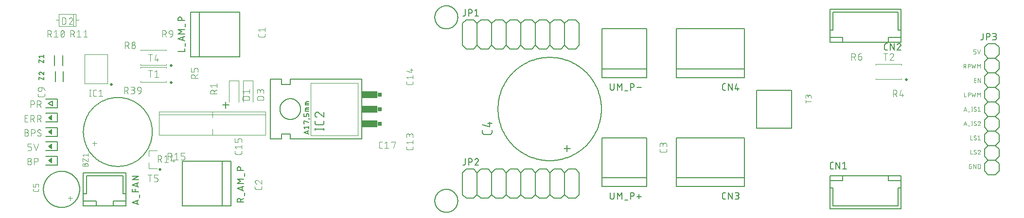
<source format=gbr>
G04 EAGLE Gerber RS-274X export*
G75*
%MOMM*%
%FSLAX34Y34*%
%LPD*%
%INSilkscreen Top*%
%IPPOS*%
%AMOC8*
5,1,8,0,0,1.08239X$1,22.5*%
G01*
%ADD10C,0.076200*%
%ADD11C,0.200000*%
%ADD12C,0.127000*%
%ADD13C,0.050800*%
%ADD14R,0.635000X0.762000*%
%ADD15R,2.794000X1.270000*%
%ADD16C,0.177800*%
%ADD17C,0.152400*%
%ADD18C,0.101600*%
%ADD19C,0.500000*%
%ADD20C,0.120000*%
%ADD21C,0.150000*%

G36*
X83104Y160379D02*
X83104Y160379D01*
X83131Y160379D01*
X83210Y160412D01*
X83292Y160437D01*
X83314Y160454D01*
X83338Y160464D01*
X83402Y160522D01*
X83470Y160574D01*
X83484Y160597D01*
X83504Y160615D01*
X83543Y160692D01*
X83589Y160764D01*
X83594Y160791D01*
X83607Y160815D01*
X83626Y160945D01*
X83634Y160984D01*
X83633Y160991D01*
X83634Y161000D01*
X83634Y169000D01*
X83630Y169027D01*
X83632Y169053D01*
X83610Y169136D01*
X83595Y169221D01*
X83581Y169244D01*
X83574Y169270D01*
X83524Y169340D01*
X83480Y169414D01*
X83460Y169431D01*
X83444Y169453D01*
X83373Y169501D01*
X83306Y169555D01*
X83281Y169564D01*
X83259Y169579D01*
X83175Y169600D01*
X83094Y169627D01*
X83067Y169627D01*
X83041Y169633D01*
X82955Y169623D01*
X82869Y169621D01*
X82845Y169611D01*
X82818Y169608D01*
X82698Y169551D01*
X82662Y169536D01*
X82656Y169531D01*
X82648Y169528D01*
X76648Y165528D01*
X76592Y165474D01*
X76530Y165426D01*
X76512Y165396D01*
X76486Y165372D01*
X76453Y165302D01*
X76411Y165236D01*
X76404Y165202D01*
X76389Y165170D01*
X76382Y165093D01*
X76366Y165016D01*
X76371Y164981D01*
X76368Y164947D01*
X76388Y164871D01*
X76400Y164794D01*
X76417Y164764D01*
X76426Y164730D01*
X76471Y164666D01*
X76509Y164598D01*
X76539Y164572D01*
X76556Y164547D01*
X76595Y164521D01*
X76648Y164472D01*
X82648Y160472D01*
X82673Y160462D01*
X82694Y160445D01*
X82775Y160417D01*
X82854Y160383D01*
X82881Y160381D01*
X82906Y160373D01*
X82992Y160375D01*
X83078Y160371D01*
X83104Y160379D01*
G37*
G36*
X83104Y135379D02*
X83104Y135379D01*
X83131Y135379D01*
X83210Y135412D01*
X83292Y135437D01*
X83314Y135454D01*
X83338Y135464D01*
X83402Y135522D01*
X83470Y135574D01*
X83484Y135597D01*
X83504Y135615D01*
X83543Y135692D01*
X83589Y135764D01*
X83594Y135791D01*
X83607Y135815D01*
X83626Y135945D01*
X83634Y135984D01*
X83633Y135991D01*
X83634Y136000D01*
X83634Y144000D01*
X83630Y144027D01*
X83632Y144053D01*
X83610Y144136D01*
X83595Y144221D01*
X83581Y144244D01*
X83574Y144270D01*
X83524Y144340D01*
X83480Y144414D01*
X83460Y144431D01*
X83444Y144453D01*
X83373Y144501D01*
X83306Y144555D01*
X83281Y144564D01*
X83259Y144579D01*
X83175Y144600D01*
X83094Y144627D01*
X83067Y144627D01*
X83041Y144633D01*
X82955Y144623D01*
X82869Y144621D01*
X82845Y144611D01*
X82818Y144608D01*
X82698Y144551D01*
X82662Y144536D01*
X82656Y144531D01*
X82648Y144528D01*
X76648Y140528D01*
X76592Y140474D01*
X76530Y140426D01*
X76512Y140396D01*
X76486Y140372D01*
X76453Y140302D01*
X76411Y140236D01*
X76404Y140202D01*
X76389Y140170D01*
X76382Y140093D01*
X76366Y140016D01*
X76371Y139981D01*
X76368Y139947D01*
X76388Y139871D01*
X76400Y139794D01*
X76417Y139764D01*
X76426Y139730D01*
X76471Y139666D01*
X76509Y139598D01*
X76539Y139572D01*
X76556Y139547D01*
X76595Y139521D01*
X76648Y139472D01*
X82648Y135472D01*
X82673Y135462D01*
X82694Y135445D01*
X82775Y135417D01*
X82854Y135383D01*
X82881Y135381D01*
X82906Y135373D01*
X82992Y135375D01*
X83078Y135371D01*
X83104Y135379D01*
G37*
G36*
X83104Y110379D02*
X83104Y110379D01*
X83131Y110379D01*
X83210Y110412D01*
X83292Y110437D01*
X83314Y110454D01*
X83338Y110464D01*
X83402Y110522D01*
X83470Y110574D01*
X83484Y110597D01*
X83504Y110615D01*
X83543Y110692D01*
X83589Y110764D01*
X83594Y110791D01*
X83607Y110815D01*
X83626Y110945D01*
X83634Y110984D01*
X83633Y110991D01*
X83634Y111000D01*
X83634Y119000D01*
X83630Y119027D01*
X83632Y119053D01*
X83610Y119136D01*
X83595Y119221D01*
X83581Y119244D01*
X83574Y119270D01*
X83524Y119340D01*
X83480Y119414D01*
X83460Y119431D01*
X83444Y119453D01*
X83373Y119501D01*
X83306Y119555D01*
X83281Y119564D01*
X83259Y119579D01*
X83175Y119600D01*
X83094Y119627D01*
X83067Y119627D01*
X83041Y119633D01*
X82955Y119623D01*
X82869Y119621D01*
X82845Y119611D01*
X82818Y119608D01*
X82698Y119551D01*
X82662Y119536D01*
X82656Y119531D01*
X82648Y119528D01*
X76648Y115528D01*
X76592Y115474D01*
X76530Y115426D01*
X76512Y115396D01*
X76486Y115372D01*
X76453Y115302D01*
X76411Y115236D01*
X76404Y115202D01*
X76389Y115170D01*
X76382Y115093D01*
X76366Y115016D01*
X76371Y114981D01*
X76368Y114947D01*
X76388Y114871D01*
X76400Y114794D01*
X76417Y114764D01*
X76426Y114730D01*
X76471Y114666D01*
X76509Y114598D01*
X76539Y114572D01*
X76556Y114547D01*
X76595Y114521D01*
X76648Y114472D01*
X82648Y110472D01*
X82673Y110462D01*
X82694Y110445D01*
X82775Y110417D01*
X82854Y110383D01*
X82881Y110381D01*
X82906Y110373D01*
X82992Y110375D01*
X83078Y110371D01*
X83104Y110379D01*
G37*
G36*
X83104Y85379D02*
X83104Y85379D01*
X83131Y85379D01*
X83210Y85412D01*
X83292Y85437D01*
X83314Y85454D01*
X83338Y85464D01*
X83402Y85522D01*
X83470Y85574D01*
X83484Y85597D01*
X83504Y85615D01*
X83543Y85692D01*
X83589Y85764D01*
X83594Y85791D01*
X83607Y85815D01*
X83626Y85945D01*
X83634Y85984D01*
X83633Y85991D01*
X83634Y86000D01*
X83634Y94000D01*
X83630Y94027D01*
X83632Y94053D01*
X83610Y94136D01*
X83595Y94221D01*
X83581Y94244D01*
X83574Y94270D01*
X83524Y94340D01*
X83480Y94414D01*
X83460Y94431D01*
X83444Y94453D01*
X83373Y94501D01*
X83306Y94555D01*
X83281Y94564D01*
X83259Y94579D01*
X83175Y94600D01*
X83094Y94627D01*
X83067Y94627D01*
X83041Y94633D01*
X82955Y94623D01*
X82869Y94621D01*
X82845Y94611D01*
X82818Y94608D01*
X82698Y94551D01*
X82662Y94536D01*
X82656Y94531D01*
X82648Y94528D01*
X76648Y90528D01*
X76592Y90474D01*
X76530Y90426D01*
X76512Y90396D01*
X76486Y90372D01*
X76453Y90302D01*
X76411Y90236D01*
X76404Y90202D01*
X76389Y90170D01*
X76382Y90093D01*
X76366Y90016D01*
X76371Y89981D01*
X76368Y89947D01*
X76388Y89871D01*
X76400Y89794D01*
X76417Y89764D01*
X76426Y89730D01*
X76471Y89666D01*
X76509Y89598D01*
X76539Y89572D01*
X76556Y89547D01*
X76595Y89521D01*
X76648Y89472D01*
X82648Y85472D01*
X82673Y85462D01*
X82694Y85445D01*
X82775Y85417D01*
X82854Y85383D01*
X82881Y85381D01*
X82906Y85373D01*
X82992Y85375D01*
X83078Y85371D01*
X83104Y85379D01*
G37*
D10*
X1670541Y251317D02*
X1670541Y258683D01*
X1672587Y258683D01*
X1672676Y258681D01*
X1672765Y258675D01*
X1672854Y258665D01*
X1672942Y258652D01*
X1673030Y258635D01*
X1673117Y258613D01*
X1673202Y258588D01*
X1673287Y258560D01*
X1673370Y258527D01*
X1673452Y258491D01*
X1673532Y258452D01*
X1673610Y258409D01*
X1673686Y258363D01*
X1673761Y258313D01*
X1673833Y258260D01*
X1673902Y258204D01*
X1673969Y258145D01*
X1674034Y258084D01*
X1674095Y258019D01*
X1674154Y257952D01*
X1674210Y257883D01*
X1674263Y257811D01*
X1674313Y257736D01*
X1674359Y257660D01*
X1674402Y257582D01*
X1674441Y257502D01*
X1674477Y257420D01*
X1674510Y257337D01*
X1674538Y257252D01*
X1674563Y257167D01*
X1674585Y257080D01*
X1674602Y256992D01*
X1674615Y256904D01*
X1674625Y256815D01*
X1674631Y256726D01*
X1674633Y256637D01*
X1674631Y256548D01*
X1674625Y256459D01*
X1674615Y256370D01*
X1674602Y256282D01*
X1674585Y256194D01*
X1674563Y256107D01*
X1674538Y256022D01*
X1674510Y255937D01*
X1674477Y255854D01*
X1674441Y255772D01*
X1674402Y255692D01*
X1674359Y255614D01*
X1674313Y255538D01*
X1674263Y255463D01*
X1674210Y255391D01*
X1674154Y255322D01*
X1674095Y255255D01*
X1674034Y255190D01*
X1673969Y255129D01*
X1673902Y255070D01*
X1673833Y255014D01*
X1673761Y254961D01*
X1673686Y254911D01*
X1673610Y254865D01*
X1673532Y254822D01*
X1673452Y254783D01*
X1673370Y254747D01*
X1673287Y254714D01*
X1673202Y254686D01*
X1673117Y254661D01*
X1673030Y254639D01*
X1672942Y254622D01*
X1672854Y254609D01*
X1672765Y254599D01*
X1672676Y254593D01*
X1672587Y254591D01*
X1670541Y254591D01*
X1672996Y254591D02*
X1674633Y251317D01*
X1678166Y251317D02*
X1678166Y258683D01*
X1680213Y258683D01*
X1680302Y258681D01*
X1680391Y258675D01*
X1680480Y258665D01*
X1680568Y258652D01*
X1680656Y258635D01*
X1680743Y258613D01*
X1680828Y258588D01*
X1680913Y258560D01*
X1680996Y258527D01*
X1681078Y258491D01*
X1681158Y258452D01*
X1681236Y258409D01*
X1681312Y258363D01*
X1681387Y258313D01*
X1681459Y258260D01*
X1681528Y258204D01*
X1681595Y258145D01*
X1681660Y258084D01*
X1681721Y258019D01*
X1681780Y257952D01*
X1681836Y257883D01*
X1681889Y257811D01*
X1681939Y257736D01*
X1681985Y257660D01*
X1682028Y257582D01*
X1682067Y257502D01*
X1682103Y257420D01*
X1682136Y257337D01*
X1682164Y257252D01*
X1682189Y257167D01*
X1682211Y257080D01*
X1682228Y256992D01*
X1682241Y256904D01*
X1682251Y256815D01*
X1682257Y256726D01*
X1682259Y256637D01*
X1682257Y256548D01*
X1682251Y256459D01*
X1682241Y256370D01*
X1682228Y256282D01*
X1682211Y256194D01*
X1682189Y256107D01*
X1682164Y256022D01*
X1682136Y255937D01*
X1682103Y255854D01*
X1682067Y255772D01*
X1682028Y255692D01*
X1681985Y255614D01*
X1681939Y255538D01*
X1681889Y255463D01*
X1681836Y255391D01*
X1681780Y255322D01*
X1681721Y255255D01*
X1681660Y255190D01*
X1681595Y255129D01*
X1681528Y255070D01*
X1681459Y255014D01*
X1681387Y254961D01*
X1681312Y254911D01*
X1681236Y254865D01*
X1681158Y254822D01*
X1681078Y254783D01*
X1680996Y254747D01*
X1680913Y254714D01*
X1680828Y254686D01*
X1680743Y254661D01*
X1680656Y254639D01*
X1680568Y254622D01*
X1680480Y254609D01*
X1680391Y254599D01*
X1680302Y254593D01*
X1680213Y254591D01*
X1678166Y254591D01*
X1684868Y258683D02*
X1686505Y251317D01*
X1688142Y256228D01*
X1689779Y251317D01*
X1691415Y258683D01*
X1694708Y258683D02*
X1694708Y251317D01*
X1697164Y254591D02*
X1694708Y258683D01*
X1697164Y254591D02*
X1699619Y258683D01*
X1699619Y251317D01*
X1692476Y226317D02*
X1689203Y226317D01*
X1689203Y233683D01*
X1692476Y233683D01*
X1691658Y230409D02*
X1689203Y230409D01*
X1695527Y233683D02*
X1695527Y226317D01*
X1699619Y226317D02*
X1695527Y233683D01*
X1699619Y233683D02*
X1699619Y226317D01*
X1671725Y208683D02*
X1671725Y201317D01*
X1674998Y201317D01*
X1678166Y201317D02*
X1678166Y208683D01*
X1680213Y208683D01*
X1680302Y208681D01*
X1680391Y208675D01*
X1680480Y208665D01*
X1680568Y208652D01*
X1680656Y208635D01*
X1680743Y208613D01*
X1680828Y208588D01*
X1680913Y208560D01*
X1680996Y208527D01*
X1681078Y208491D01*
X1681158Y208452D01*
X1681236Y208409D01*
X1681312Y208363D01*
X1681387Y208313D01*
X1681459Y208260D01*
X1681528Y208204D01*
X1681595Y208145D01*
X1681660Y208084D01*
X1681721Y208019D01*
X1681780Y207952D01*
X1681836Y207883D01*
X1681889Y207811D01*
X1681939Y207736D01*
X1681985Y207660D01*
X1682028Y207582D01*
X1682067Y207502D01*
X1682103Y207420D01*
X1682136Y207337D01*
X1682164Y207252D01*
X1682189Y207167D01*
X1682211Y207080D01*
X1682228Y206992D01*
X1682241Y206904D01*
X1682251Y206815D01*
X1682257Y206726D01*
X1682259Y206637D01*
X1682257Y206548D01*
X1682251Y206459D01*
X1682241Y206370D01*
X1682228Y206282D01*
X1682211Y206194D01*
X1682189Y206107D01*
X1682164Y206022D01*
X1682136Y205937D01*
X1682103Y205854D01*
X1682067Y205772D01*
X1682028Y205692D01*
X1681985Y205614D01*
X1681939Y205538D01*
X1681889Y205463D01*
X1681836Y205391D01*
X1681780Y205322D01*
X1681721Y205255D01*
X1681660Y205190D01*
X1681595Y205129D01*
X1681528Y205070D01*
X1681459Y205014D01*
X1681387Y204961D01*
X1681312Y204911D01*
X1681236Y204865D01*
X1681158Y204822D01*
X1681078Y204783D01*
X1680996Y204747D01*
X1680913Y204714D01*
X1680828Y204686D01*
X1680743Y204661D01*
X1680656Y204639D01*
X1680568Y204622D01*
X1680480Y204609D01*
X1680391Y204599D01*
X1680302Y204593D01*
X1680213Y204591D01*
X1678166Y204591D01*
X1684868Y208683D02*
X1686505Y201317D01*
X1688142Y206228D01*
X1689779Y201317D01*
X1691415Y208683D01*
X1694708Y208683D02*
X1694708Y201317D01*
X1697164Y204591D02*
X1694708Y208683D01*
X1697164Y204591D02*
X1699619Y208683D01*
X1699619Y201317D01*
X1673189Y183683D02*
X1670734Y176317D01*
X1675644Y176317D02*
X1673189Y183683D01*
X1675030Y178159D02*
X1671347Y178159D01*
X1678136Y175499D02*
X1681409Y175499D01*
X1684893Y176317D02*
X1684893Y183683D01*
X1684075Y176317D02*
X1685712Y176317D01*
X1685712Y183683D02*
X1684075Y183683D01*
X1690911Y176317D02*
X1690989Y176319D01*
X1691067Y176324D01*
X1691144Y176334D01*
X1691221Y176347D01*
X1691297Y176363D01*
X1691372Y176383D01*
X1691446Y176407D01*
X1691519Y176434D01*
X1691591Y176465D01*
X1691661Y176499D01*
X1691730Y176536D01*
X1691796Y176577D01*
X1691861Y176621D01*
X1691923Y176667D01*
X1691983Y176717D01*
X1692041Y176769D01*
X1692096Y176824D01*
X1692148Y176882D01*
X1692198Y176942D01*
X1692244Y177004D01*
X1692288Y177069D01*
X1692329Y177136D01*
X1692366Y177204D01*
X1692400Y177274D01*
X1692431Y177346D01*
X1692458Y177419D01*
X1692482Y177493D01*
X1692502Y177568D01*
X1692518Y177644D01*
X1692531Y177721D01*
X1692541Y177798D01*
X1692546Y177876D01*
X1692548Y177954D01*
X1690911Y176317D02*
X1690797Y176319D01*
X1690684Y176324D01*
X1690570Y176334D01*
X1690457Y176347D01*
X1690345Y176364D01*
X1690233Y176384D01*
X1690122Y176408D01*
X1690011Y176436D01*
X1689902Y176467D01*
X1689794Y176502D01*
X1689687Y176541D01*
X1689581Y176583D01*
X1689477Y176628D01*
X1689374Y176677D01*
X1689273Y176730D01*
X1689174Y176785D01*
X1689076Y176844D01*
X1688981Y176906D01*
X1688888Y176971D01*
X1688796Y177039D01*
X1688708Y177110D01*
X1688621Y177184D01*
X1688537Y177261D01*
X1688456Y177340D01*
X1688660Y182046D02*
X1688662Y182124D01*
X1688667Y182202D01*
X1688677Y182279D01*
X1688690Y182356D01*
X1688706Y182432D01*
X1688726Y182507D01*
X1688750Y182581D01*
X1688777Y182654D01*
X1688808Y182726D01*
X1688842Y182796D01*
X1688879Y182865D01*
X1688920Y182931D01*
X1688964Y182996D01*
X1689010Y183058D01*
X1689060Y183118D01*
X1689112Y183176D01*
X1689167Y183231D01*
X1689225Y183283D01*
X1689285Y183333D01*
X1689347Y183379D01*
X1689412Y183423D01*
X1689479Y183464D01*
X1689547Y183501D01*
X1689617Y183535D01*
X1689689Y183566D01*
X1689762Y183593D01*
X1689836Y183617D01*
X1689911Y183637D01*
X1689987Y183653D01*
X1690064Y183666D01*
X1690141Y183676D01*
X1690219Y183681D01*
X1690297Y183683D01*
X1690407Y183681D01*
X1690516Y183675D01*
X1690626Y183665D01*
X1690734Y183652D01*
X1690843Y183634D01*
X1690950Y183613D01*
X1691057Y183587D01*
X1691163Y183558D01*
X1691268Y183526D01*
X1691371Y183489D01*
X1691473Y183449D01*
X1691574Y183405D01*
X1691673Y183357D01*
X1691770Y183307D01*
X1691865Y183252D01*
X1691958Y183194D01*
X1692049Y183133D01*
X1692138Y183069D01*
X1689479Y180613D02*
X1689412Y180655D01*
X1689347Y180699D01*
X1689285Y180747D01*
X1689225Y180797D01*
X1689167Y180850D01*
X1689112Y180906D01*
X1689060Y180965D01*
X1689010Y181025D01*
X1688963Y181089D01*
X1688920Y181154D01*
X1688879Y181221D01*
X1688842Y181290D01*
X1688808Y181361D01*
X1688777Y181433D01*
X1688750Y181507D01*
X1688726Y181581D01*
X1688706Y181657D01*
X1688690Y181734D01*
X1688677Y181811D01*
X1688667Y181889D01*
X1688662Y181968D01*
X1688660Y182046D01*
X1691729Y179386D02*
X1691795Y179344D01*
X1691860Y179300D01*
X1691922Y179253D01*
X1691982Y179202D01*
X1692040Y179149D01*
X1692095Y179093D01*
X1692148Y179035D01*
X1692197Y178974D01*
X1692244Y178911D01*
X1692287Y178846D01*
X1692328Y178779D01*
X1692365Y178710D01*
X1692399Y178639D01*
X1692430Y178567D01*
X1692457Y178493D01*
X1692481Y178418D01*
X1692501Y178343D01*
X1692517Y178266D01*
X1692530Y178189D01*
X1692540Y178111D01*
X1692545Y178032D01*
X1692547Y177954D01*
X1691729Y179386D02*
X1689478Y180614D01*
X1695527Y182046D02*
X1697573Y183683D01*
X1697573Y176317D01*
X1695527Y176317D02*
X1699619Y176317D01*
X1673189Y158683D02*
X1670734Y151317D01*
X1675644Y151317D02*
X1673189Y158683D01*
X1675030Y153159D02*
X1671347Y153159D01*
X1678136Y150499D02*
X1681409Y150499D01*
X1684893Y151317D02*
X1684893Y158683D01*
X1684075Y151317D02*
X1685712Y151317D01*
X1685712Y158683D02*
X1684075Y158683D01*
X1690911Y151317D02*
X1690989Y151319D01*
X1691067Y151324D01*
X1691144Y151334D01*
X1691221Y151347D01*
X1691297Y151363D01*
X1691372Y151383D01*
X1691446Y151407D01*
X1691519Y151434D01*
X1691591Y151465D01*
X1691661Y151499D01*
X1691730Y151536D01*
X1691796Y151577D01*
X1691861Y151621D01*
X1691923Y151667D01*
X1691983Y151717D01*
X1692041Y151769D01*
X1692096Y151824D01*
X1692148Y151882D01*
X1692198Y151942D01*
X1692244Y152004D01*
X1692288Y152069D01*
X1692329Y152136D01*
X1692366Y152204D01*
X1692400Y152274D01*
X1692431Y152346D01*
X1692458Y152419D01*
X1692482Y152493D01*
X1692502Y152568D01*
X1692518Y152644D01*
X1692531Y152721D01*
X1692541Y152798D01*
X1692546Y152876D01*
X1692548Y152954D01*
X1690911Y151317D02*
X1690797Y151319D01*
X1690684Y151324D01*
X1690570Y151334D01*
X1690457Y151347D01*
X1690345Y151364D01*
X1690233Y151384D01*
X1690122Y151408D01*
X1690011Y151436D01*
X1689902Y151467D01*
X1689794Y151502D01*
X1689687Y151541D01*
X1689581Y151583D01*
X1689477Y151628D01*
X1689374Y151677D01*
X1689273Y151730D01*
X1689174Y151785D01*
X1689076Y151844D01*
X1688981Y151906D01*
X1688888Y151971D01*
X1688796Y152039D01*
X1688708Y152110D01*
X1688621Y152184D01*
X1688537Y152261D01*
X1688456Y152340D01*
X1688660Y157046D02*
X1688662Y157124D01*
X1688667Y157202D01*
X1688677Y157279D01*
X1688690Y157356D01*
X1688706Y157432D01*
X1688726Y157507D01*
X1688750Y157581D01*
X1688777Y157654D01*
X1688808Y157726D01*
X1688842Y157796D01*
X1688879Y157865D01*
X1688920Y157931D01*
X1688964Y157996D01*
X1689010Y158058D01*
X1689060Y158118D01*
X1689112Y158176D01*
X1689167Y158231D01*
X1689225Y158283D01*
X1689285Y158333D01*
X1689347Y158379D01*
X1689412Y158423D01*
X1689479Y158464D01*
X1689547Y158501D01*
X1689617Y158535D01*
X1689689Y158566D01*
X1689762Y158593D01*
X1689836Y158617D01*
X1689911Y158637D01*
X1689987Y158653D01*
X1690064Y158666D01*
X1690141Y158676D01*
X1690219Y158681D01*
X1690297Y158683D01*
X1690407Y158681D01*
X1690516Y158675D01*
X1690626Y158665D01*
X1690734Y158652D01*
X1690843Y158634D01*
X1690950Y158613D01*
X1691057Y158587D01*
X1691163Y158558D01*
X1691268Y158526D01*
X1691371Y158489D01*
X1691473Y158449D01*
X1691574Y158405D01*
X1691673Y158357D01*
X1691770Y158307D01*
X1691865Y158252D01*
X1691958Y158194D01*
X1692049Y158133D01*
X1692138Y158069D01*
X1689479Y155613D02*
X1689412Y155655D01*
X1689347Y155699D01*
X1689285Y155747D01*
X1689225Y155797D01*
X1689167Y155850D01*
X1689112Y155906D01*
X1689060Y155965D01*
X1689010Y156025D01*
X1688963Y156089D01*
X1688920Y156154D01*
X1688879Y156221D01*
X1688842Y156290D01*
X1688808Y156361D01*
X1688777Y156433D01*
X1688750Y156507D01*
X1688726Y156581D01*
X1688706Y156657D01*
X1688690Y156734D01*
X1688677Y156811D01*
X1688667Y156889D01*
X1688662Y156968D01*
X1688660Y157046D01*
X1691729Y154386D02*
X1691795Y154344D01*
X1691860Y154300D01*
X1691922Y154253D01*
X1691982Y154202D01*
X1692040Y154149D01*
X1692095Y154093D01*
X1692148Y154035D01*
X1692197Y153974D01*
X1692244Y153911D01*
X1692287Y153846D01*
X1692328Y153779D01*
X1692365Y153710D01*
X1692399Y153639D01*
X1692430Y153567D01*
X1692457Y153493D01*
X1692481Y153418D01*
X1692501Y153343D01*
X1692517Y153266D01*
X1692530Y153189D01*
X1692540Y153111D01*
X1692545Y153032D01*
X1692547Y152954D01*
X1691729Y154386D02*
X1689478Y155614D01*
X1697778Y158684D02*
X1697863Y158682D01*
X1697948Y158676D01*
X1698032Y158666D01*
X1698116Y158653D01*
X1698200Y158635D01*
X1698282Y158614D01*
X1698363Y158589D01*
X1698443Y158560D01*
X1698522Y158527D01*
X1698599Y158491D01*
X1698674Y158451D01*
X1698748Y158408D01*
X1698819Y158362D01*
X1698888Y158312D01*
X1698955Y158259D01*
X1699019Y158203D01*
X1699080Y158144D01*
X1699139Y158083D01*
X1699195Y158019D01*
X1699248Y157952D01*
X1699298Y157883D01*
X1699344Y157812D01*
X1699387Y157738D01*
X1699427Y157663D01*
X1699463Y157586D01*
X1699496Y157507D01*
X1699525Y157427D01*
X1699550Y157346D01*
X1699571Y157264D01*
X1699589Y157180D01*
X1699602Y157096D01*
X1699612Y157012D01*
X1699618Y156927D01*
X1699620Y156842D01*
X1697778Y158683D02*
X1697682Y158681D01*
X1697586Y158675D01*
X1697491Y158665D01*
X1697396Y158652D01*
X1697301Y158634D01*
X1697208Y158613D01*
X1697115Y158588D01*
X1697024Y158559D01*
X1696933Y158527D01*
X1696844Y158491D01*
X1696757Y158451D01*
X1696671Y158408D01*
X1696587Y158362D01*
X1696505Y158312D01*
X1696425Y158258D01*
X1696348Y158202D01*
X1696273Y158142D01*
X1696200Y158080D01*
X1696130Y158014D01*
X1696062Y157946D01*
X1695997Y157875D01*
X1695936Y157802D01*
X1695877Y157726D01*
X1695821Y157647D01*
X1695769Y157567D01*
X1695720Y157484D01*
X1695674Y157400D01*
X1695632Y157314D01*
X1695594Y157226D01*
X1695559Y157137D01*
X1695527Y157046D01*
X1699005Y155410D02*
X1699065Y155469D01*
X1699122Y155531D01*
X1699177Y155595D01*
X1699228Y155662D01*
X1699277Y155731D01*
X1699323Y155801D01*
X1699366Y155874D01*
X1699406Y155948D01*
X1699442Y156024D01*
X1699475Y156102D01*
X1699505Y156181D01*
X1699532Y156261D01*
X1699555Y156342D01*
X1699574Y156424D01*
X1699590Y156506D01*
X1699603Y156590D01*
X1699612Y156674D01*
X1699617Y156758D01*
X1699619Y156842D01*
X1699005Y155409D02*
X1695527Y151317D01*
X1699619Y151317D01*
X1682619Y133683D02*
X1682619Y126317D01*
X1685893Y126317D01*
X1690911Y126317D02*
X1690989Y126319D01*
X1691067Y126324D01*
X1691144Y126334D01*
X1691221Y126347D01*
X1691297Y126363D01*
X1691372Y126383D01*
X1691446Y126407D01*
X1691519Y126434D01*
X1691591Y126465D01*
X1691661Y126499D01*
X1691730Y126536D01*
X1691796Y126577D01*
X1691861Y126621D01*
X1691923Y126667D01*
X1691983Y126717D01*
X1692041Y126769D01*
X1692096Y126824D01*
X1692148Y126882D01*
X1692198Y126942D01*
X1692244Y127004D01*
X1692288Y127069D01*
X1692329Y127136D01*
X1692366Y127204D01*
X1692400Y127274D01*
X1692431Y127346D01*
X1692458Y127419D01*
X1692482Y127493D01*
X1692502Y127568D01*
X1692518Y127644D01*
X1692531Y127721D01*
X1692541Y127798D01*
X1692546Y127876D01*
X1692548Y127954D01*
X1690911Y126317D02*
X1690797Y126319D01*
X1690684Y126324D01*
X1690570Y126334D01*
X1690457Y126347D01*
X1690345Y126364D01*
X1690233Y126384D01*
X1690122Y126408D01*
X1690011Y126436D01*
X1689902Y126467D01*
X1689794Y126502D01*
X1689687Y126541D01*
X1689581Y126583D01*
X1689477Y126628D01*
X1689374Y126677D01*
X1689273Y126730D01*
X1689174Y126785D01*
X1689076Y126844D01*
X1688981Y126906D01*
X1688888Y126971D01*
X1688796Y127039D01*
X1688708Y127110D01*
X1688621Y127184D01*
X1688537Y127261D01*
X1688456Y127340D01*
X1688660Y132046D02*
X1688662Y132124D01*
X1688667Y132202D01*
X1688677Y132279D01*
X1688690Y132356D01*
X1688706Y132432D01*
X1688726Y132507D01*
X1688750Y132581D01*
X1688777Y132654D01*
X1688808Y132726D01*
X1688842Y132796D01*
X1688879Y132865D01*
X1688920Y132931D01*
X1688964Y132996D01*
X1689010Y133058D01*
X1689060Y133118D01*
X1689112Y133176D01*
X1689167Y133231D01*
X1689225Y133283D01*
X1689285Y133333D01*
X1689347Y133379D01*
X1689412Y133423D01*
X1689479Y133464D01*
X1689547Y133501D01*
X1689617Y133535D01*
X1689689Y133566D01*
X1689762Y133593D01*
X1689836Y133617D01*
X1689911Y133637D01*
X1689987Y133653D01*
X1690064Y133666D01*
X1690141Y133676D01*
X1690219Y133681D01*
X1690297Y133683D01*
X1690407Y133681D01*
X1690516Y133675D01*
X1690626Y133665D01*
X1690734Y133652D01*
X1690843Y133634D01*
X1690950Y133613D01*
X1691057Y133587D01*
X1691163Y133558D01*
X1691268Y133526D01*
X1691371Y133489D01*
X1691473Y133449D01*
X1691574Y133405D01*
X1691673Y133357D01*
X1691770Y133307D01*
X1691865Y133252D01*
X1691958Y133194D01*
X1692049Y133133D01*
X1692138Y133069D01*
X1689479Y130613D02*
X1689412Y130655D01*
X1689347Y130699D01*
X1689285Y130747D01*
X1689225Y130797D01*
X1689167Y130850D01*
X1689112Y130906D01*
X1689060Y130965D01*
X1689010Y131025D01*
X1688963Y131089D01*
X1688920Y131154D01*
X1688879Y131221D01*
X1688842Y131290D01*
X1688808Y131361D01*
X1688777Y131433D01*
X1688750Y131507D01*
X1688726Y131581D01*
X1688706Y131657D01*
X1688690Y131734D01*
X1688677Y131811D01*
X1688667Y131889D01*
X1688662Y131968D01*
X1688660Y132046D01*
X1691729Y129386D02*
X1691795Y129344D01*
X1691860Y129300D01*
X1691922Y129253D01*
X1691982Y129202D01*
X1692040Y129149D01*
X1692095Y129093D01*
X1692148Y129035D01*
X1692197Y128974D01*
X1692244Y128911D01*
X1692287Y128846D01*
X1692328Y128779D01*
X1692365Y128710D01*
X1692399Y128639D01*
X1692430Y128567D01*
X1692457Y128493D01*
X1692481Y128418D01*
X1692501Y128343D01*
X1692517Y128266D01*
X1692530Y128189D01*
X1692540Y128111D01*
X1692545Y128032D01*
X1692547Y127954D01*
X1691729Y129386D02*
X1689478Y130614D01*
X1695527Y132046D02*
X1697573Y133683D01*
X1697573Y126317D01*
X1695527Y126317D02*
X1699619Y126317D01*
X1682619Y108683D02*
X1682619Y101317D01*
X1685893Y101317D01*
X1690911Y101317D02*
X1690989Y101319D01*
X1691067Y101324D01*
X1691144Y101334D01*
X1691221Y101347D01*
X1691297Y101363D01*
X1691372Y101383D01*
X1691446Y101407D01*
X1691519Y101434D01*
X1691591Y101465D01*
X1691661Y101499D01*
X1691730Y101536D01*
X1691796Y101577D01*
X1691861Y101621D01*
X1691923Y101667D01*
X1691983Y101717D01*
X1692041Y101769D01*
X1692096Y101824D01*
X1692148Y101882D01*
X1692198Y101942D01*
X1692244Y102004D01*
X1692288Y102069D01*
X1692329Y102136D01*
X1692366Y102204D01*
X1692400Y102274D01*
X1692431Y102346D01*
X1692458Y102419D01*
X1692482Y102493D01*
X1692502Y102568D01*
X1692518Y102644D01*
X1692531Y102721D01*
X1692541Y102798D01*
X1692546Y102876D01*
X1692548Y102954D01*
X1690911Y101317D02*
X1690797Y101319D01*
X1690684Y101324D01*
X1690570Y101334D01*
X1690457Y101347D01*
X1690345Y101364D01*
X1690233Y101384D01*
X1690122Y101408D01*
X1690011Y101436D01*
X1689902Y101467D01*
X1689794Y101502D01*
X1689687Y101541D01*
X1689581Y101583D01*
X1689477Y101628D01*
X1689374Y101677D01*
X1689273Y101730D01*
X1689174Y101785D01*
X1689076Y101844D01*
X1688981Y101906D01*
X1688888Y101971D01*
X1688796Y102039D01*
X1688708Y102110D01*
X1688621Y102184D01*
X1688537Y102261D01*
X1688456Y102340D01*
X1688660Y107046D02*
X1688662Y107124D01*
X1688667Y107202D01*
X1688677Y107279D01*
X1688690Y107356D01*
X1688706Y107432D01*
X1688726Y107507D01*
X1688750Y107581D01*
X1688777Y107654D01*
X1688808Y107726D01*
X1688842Y107796D01*
X1688879Y107865D01*
X1688920Y107931D01*
X1688964Y107996D01*
X1689010Y108058D01*
X1689060Y108118D01*
X1689112Y108176D01*
X1689167Y108231D01*
X1689225Y108283D01*
X1689285Y108333D01*
X1689347Y108379D01*
X1689412Y108423D01*
X1689479Y108464D01*
X1689547Y108501D01*
X1689617Y108535D01*
X1689689Y108566D01*
X1689762Y108593D01*
X1689836Y108617D01*
X1689911Y108637D01*
X1689987Y108653D01*
X1690064Y108666D01*
X1690141Y108676D01*
X1690219Y108681D01*
X1690297Y108683D01*
X1690407Y108681D01*
X1690516Y108675D01*
X1690626Y108665D01*
X1690734Y108652D01*
X1690843Y108634D01*
X1690950Y108613D01*
X1691057Y108587D01*
X1691163Y108558D01*
X1691268Y108526D01*
X1691371Y108489D01*
X1691473Y108449D01*
X1691574Y108405D01*
X1691673Y108357D01*
X1691770Y108307D01*
X1691865Y108252D01*
X1691958Y108194D01*
X1692049Y108133D01*
X1692138Y108069D01*
X1689479Y105613D02*
X1689412Y105655D01*
X1689347Y105699D01*
X1689285Y105747D01*
X1689225Y105797D01*
X1689167Y105850D01*
X1689112Y105906D01*
X1689060Y105965D01*
X1689010Y106025D01*
X1688963Y106089D01*
X1688920Y106154D01*
X1688879Y106221D01*
X1688842Y106290D01*
X1688808Y106361D01*
X1688777Y106433D01*
X1688750Y106507D01*
X1688726Y106581D01*
X1688706Y106657D01*
X1688690Y106734D01*
X1688677Y106811D01*
X1688667Y106889D01*
X1688662Y106968D01*
X1688660Y107046D01*
X1691729Y104386D02*
X1691795Y104344D01*
X1691860Y104300D01*
X1691922Y104253D01*
X1691982Y104202D01*
X1692040Y104149D01*
X1692095Y104093D01*
X1692148Y104035D01*
X1692197Y103974D01*
X1692244Y103911D01*
X1692287Y103846D01*
X1692328Y103779D01*
X1692365Y103710D01*
X1692399Y103639D01*
X1692430Y103567D01*
X1692457Y103493D01*
X1692481Y103418D01*
X1692501Y103343D01*
X1692517Y103266D01*
X1692530Y103189D01*
X1692540Y103111D01*
X1692545Y103032D01*
X1692547Y102954D01*
X1691729Y104386D02*
X1689478Y105614D01*
X1697778Y108684D02*
X1697863Y108682D01*
X1697948Y108676D01*
X1698032Y108666D01*
X1698116Y108653D01*
X1698200Y108635D01*
X1698282Y108614D01*
X1698363Y108589D01*
X1698443Y108560D01*
X1698522Y108527D01*
X1698599Y108491D01*
X1698674Y108451D01*
X1698748Y108408D01*
X1698819Y108362D01*
X1698888Y108312D01*
X1698955Y108259D01*
X1699019Y108203D01*
X1699080Y108144D01*
X1699139Y108083D01*
X1699195Y108019D01*
X1699248Y107952D01*
X1699298Y107883D01*
X1699344Y107812D01*
X1699387Y107738D01*
X1699427Y107663D01*
X1699463Y107586D01*
X1699496Y107507D01*
X1699525Y107427D01*
X1699550Y107346D01*
X1699571Y107264D01*
X1699589Y107180D01*
X1699602Y107096D01*
X1699612Y107012D01*
X1699618Y106927D01*
X1699620Y106842D01*
X1697778Y108683D02*
X1697682Y108681D01*
X1697586Y108675D01*
X1697491Y108665D01*
X1697396Y108652D01*
X1697301Y108634D01*
X1697208Y108613D01*
X1697115Y108588D01*
X1697024Y108559D01*
X1696933Y108527D01*
X1696844Y108491D01*
X1696757Y108451D01*
X1696671Y108408D01*
X1696587Y108362D01*
X1696505Y108312D01*
X1696425Y108258D01*
X1696348Y108202D01*
X1696273Y108142D01*
X1696200Y108080D01*
X1696130Y108014D01*
X1696062Y107946D01*
X1695997Y107875D01*
X1695936Y107802D01*
X1695877Y107726D01*
X1695821Y107647D01*
X1695769Y107567D01*
X1695720Y107484D01*
X1695674Y107400D01*
X1695632Y107314D01*
X1695594Y107226D01*
X1695559Y107137D01*
X1695527Y107046D01*
X1699005Y105410D02*
X1699065Y105469D01*
X1699122Y105531D01*
X1699177Y105595D01*
X1699228Y105662D01*
X1699277Y105731D01*
X1699323Y105801D01*
X1699366Y105874D01*
X1699406Y105948D01*
X1699442Y106024D01*
X1699475Y106102D01*
X1699505Y106181D01*
X1699532Y106261D01*
X1699555Y106342D01*
X1699574Y106424D01*
X1699590Y106506D01*
X1699603Y106590D01*
X1699612Y106674D01*
X1699617Y106758D01*
X1699619Y106842D01*
X1699005Y105409D02*
X1695527Y101317D01*
X1699619Y101317D01*
X1684013Y80409D02*
X1682786Y80409D01*
X1684013Y80409D02*
X1684013Y76317D01*
X1681558Y76317D01*
X1681480Y76319D01*
X1681402Y76324D01*
X1681325Y76334D01*
X1681248Y76347D01*
X1681172Y76363D01*
X1681097Y76383D01*
X1681023Y76407D01*
X1680950Y76434D01*
X1680878Y76465D01*
X1680808Y76499D01*
X1680740Y76536D01*
X1680673Y76577D01*
X1680608Y76621D01*
X1680546Y76667D01*
X1680486Y76717D01*
X1680428Y76769D01*
X1680373Y76824D01*
X1680321Y76882D01*
X1680271Y76942D01*
X1680225Y77004D01*
X1680181Y77069D01*
X1680140Y77136D01*
X1680103Y77204D01*
X1680069Y77274D01*
X1680038Y77346D01*
X1680011Y77419D01*
X1679987Y77493D01*
X1679967Y77568D01*
X1679951Y77644D01*
X1679938Y77721D01*
X1679928Y77798D01*
X1679923Y77876D01*
X1679921Y77954D01*
X1679921Y82046D01*
X1679923Y82126D01*
X1679929Y82206D01*
X1679939Y82286D01*
X1679952Y82365D01*
X1679970Y82444D01*
X1679991Y82521D01*
X1680017Y82597D01*
X1680046Y82672D01*
X1680078Y82746D01*
X1680114Y82818D01*
X1680154Y82888D01*
X1680197Y82955D01*
X1680243Y83021D01*
X1680293Y83084D01*
X1680345Y83145D01*
X1680400Y83204D01*
X1680459Y83259D01*
X1680519Y83311D01*
X1680583Y83361D01*
X1680649Y83407D01*
X1680716Y83450D01*
X1680786Y83490D01*
X1680858Y83526D01*
X1680932Y83558D01*
X1681006Y83587D01*
X1681083Y83613D01*
X1681160Y83634D01*
X1681239Y83652D01*
X1681318Y83665D01*
X1681398Y83675D01*
X1681478Y83681D01*
X1681558Y83683D01*
X1684013Y83683D01*
X1687724Y83683D02*
X1687724Y76317D01*
X1691816Y76317D02*
X1687724Y83683D01*
X1691816Y83683D02*
X1691816Y76317D01*
X1695527Y76317D02*
X1695527Y83683D01*
X1697573Y83683D01*
X1697662Y83681D01*
X1697751Y83675D01*
X1697840Y83665D01*
X1697928Y83652D01*
X1698016Y83635D01*
X1698103Y83613D01*
X1698188Y83588D01*
X1698273Y83560D01*
X1698356Y83527D01*
X1698438Y83491D01*
X1698518Y83452D01*
X1698596Y83409D01*
X1698672Y83363D01*
X1698747Y83313D01*
X1698819Y83260D01*
X1698888Y83204D01*
X1698955Y83145D01*
X1699020Y83084D01*
X1699081Y83019D01*
X1699140Y82952D01*
X1699196Y82883D01*
X1699249Y82811D01*
X1699299Y82736D01*
X1699345Y82660D01*
X1699388Y82582D01*
X1699427Y82502D01*
X1699463Y82420D01*
X1699496Y82337D01*
X1699524Y82252D01*
X1699549Y82167D01*
X1699571Y82080D01*
X1699588Y81992D01*
X1699601Y81904D01*
X1699611Y81815D01*
X1699617Y81726D01*
X1699619Y81637D01*
X1699619Y78363D01*
X1699617Y78274D01*
X1699611Y78185D01*
X1699601Y78096D01*
X1699588Y78008D01*
X1699571Y77920D01*
X1699549Y77833D01*
X1699524Y77748D01*
X1699496Y77663D01*
X1699463Y77580D01*
X1699427Y77498D01*
X1699388Y77418D01*
X1699345Y77340D01*
X1699299Y77264D01*
X1699249Y77189D01*
X1699196Y77117D01*
X1699140Y77048D01*
X1699081Y76981D01*
X1699020Y76916D01*
X1698955Y76855D01*
X1698888Y76796D01*
X1698819Y76740D01*
X1698747Y76687D01*
X1698672Y76637D01*
X1698596Y76591D01*
X1698518Y76548D01*
X1698438Y76509D01*
X1698356Y76473D01*
X1698273Y76440D01*
X1698188Y76412D01*
X1698103Y76387D01*
X1698016Y76365D01*
X1697928Y76348D01*
X1697840Y76335D01*
X1697751Y76325D01*
X1697662Y76319D01*
X1697573Y76317D01*
X1695527Y76317D01*
X1690258Y276317D02*
X1687802Y276317D01*
X1690258Y276317D02*
X1690336Y276319D01*
X1690414Y276324D01*
X1690491Y276334D01*
X1690568Y276347D01*
X1690644Y276363D01*
X1690719Y276383D01*
X1690793Y276407D01*
X1690866Y276434D01*
X1690938Y276465D01*
X1691008Y276499D01*
X1691077Y276536D01*
X1691143Y276577D01*
X1691208Y276621D01*
X1691270Y276667D01*
X1691330Y276717D01*
X1691388Y276769D01*
X1691443Y276824D01*
X1691495Y276882D01*
X1691545Y276942D01*
X1691591Y277004D01*
X1691635Y277069D01*
X1691676Y277136D01*
X1691713Y277204D01*
X1691747Y277274D01*
X1691778Y277346D01*
X1691805Y277419D01*
X1691829Y277493D01*
X1691849Y277568D01*
X1691865Y277644D01*
X1691878Y277721D01*
X1691888Y277798D01*
X1691893Y277876D01*
X1691895Y277954D01*
X1691895Y278772D01*
X1691893Y278850D01*
X1691888Y278928D01*
X1691878Y279005D01*
X1691865Y279082D01*
X1691849Y279158D01*
X1691829Y279233D01*
X1691805Y279307D01*
X1691778Y279380D01*
X1691747Y279452D01*
X1691713Y279522D01*
X1691676Y279591D01*
X1691635Y279657D01*
X1691591Y279722D01*
X1691545Y279784D01*
X1691495Y279844D01*
X1691443Y279902D01*
X1691388Y279957D01*
X1691330Y280009D01*
X1691270Y280059D01*
X1691208Y280105D01*
X1691143Y280149D01*
X1691077Y280190D01*
X1691008Y280227D01*
X1690938Y280261D01*
X1690866Y280292D01*
X1690793Y280319D01*
X1690719Y280343D01*
X1690644Y280363D01*
X1690568Y280379D01*
X1690491Y280392D01*
X1690414Y280402D01*
X1690336Y280407D01*
X1690258Y280409D01*
X1687802Y280409D01*
X1687802Y283683D01*
X1691895Y283683D01*
X1694708Y283683D02*
X1697164Y276317D01*
X1699619Y283683D01*
D11*
X750000Y340000D02*
X750006Y340491D01*
X750024Y340981D01*
X750054Y341471D01*
X750096Y341960D01*
X750150Y342448D01*
X750216Y342935D01*
X750294Y343419D01*
X750384Y343902D01*
X750486Y344382D01*
X750599Y344860D01*
X750724Y345334D01*
X750861Y345806D01*
X751009Y346274D01*
X751169Y346738D01*
X751340Y347198D01*
X751522Y347654D01*
X751716Y348105D01*
X751920Y348551D01*
X752136Y348992D01*
X752362Y349428D01*
X752598Y349858D01*
X752845Y350282D01*
X753103Y350700D01*
X753371Y351111D01*
X753648Y351516D01*
X753936Y351914D01*
X754233Y352305D01*
X754540Y352688D01*
X754856Y353063D01*
X755181Y353431D01*
X755515Y353791D01*
X755858Y354142D01*
X756209Y354485D01*
X756569Y354819D01*
X756937Y355144D01*
X757312Y355460D01*
X757695Y355767D01*
X758086Y356064D01*
X758484Y356352D01*
X758889Y356629D01*
X759300Y356897D01*
X759718Y357155D01*
X760142Y357402D01*
X760572Y357638D01*
X761008Y357864D01*
X761449Y358080D01*
X761895Y358284D01*
X762346Y358478D01*
X762802Y358660D01*
X763262Y358831D01*
X763726Y358991D01*
X764194Y359139D01*
X764666Y359276D01*
X765140Y359401D01*
X765618Y359514D01*
X766098Y359616D01*
X766581Y359706D01*
X767065Y359784D01*
X767552Y359850D01*
X768040Y359904D01*
X768529Y359946D01*
X769019Y359976D01*
X769509Y359994D01*
X770000Y360000D01*
X770491Y359994D01*
X770981Y359976D01*
X771471Y359946D01*
X771960Y359904D01*
X772448Y359850D01*
X772935Y359784D01*
X773419Y359706D01*
X773902Y359616D01*
X774382Y359514D01*
X774860Y359401D01*
X775334Y359276D01*
X775806Y359139D01*
X776274Y358991D01*
X776738Y358831D01*
X777198Y358660D01*
X777654Y358478D01*
X778105Y358284D01*
X778551Y358080D01*
X778992Y357864D01*
X779428Y357638D01*
X779858Y357402D01*
X780282Y357155D01*
X780700Y356897D01*
X781111Y356629D01*
X781516Y356352D01*
X781914Y356064D01*
X782305Y355767D01*
X782688Y355460D01*
X783063Y355144D01*
X783431Y354819D01*
X783791Y354485D01*
X784142Y354142D01*
X784485Y353791D01*
X784819Y353431D01*
X785144Y353063D01*
X785460Y352688D01*
X785767Y352305D01*
X786064Y351914D01*
X786352Y351516D01*
X786629Y351111D01*
X786897Y350700D01*
X787155Y350282D01*
X787402Y349858D01*
X787638Y349428D01*
X787864Y348992D01*
X788080Y348551D01*
X788284Y348105D01*
X788478Y347654D01*
X788660Y347198D01*
X788831Y346738D01*
X788991Y346274D01*
X789139Y345806D01*
X789276Y345334D01*
X789401Y344860D01*
X789514Y344382D01*
X789616Y343902D01*
X789706Y343419D01*
X789784Y342935D01*
X789850Y342448D01*
X789904Y341960D01*
X789946Y341471D01*
X789976Y340981D01*
X789994Y340491D01*
X790000Y340000D01*
X789994Y339509D01*
X789976Y339019D01*
X789946Y338529D01*
X789904Y338040D01*
X789850Y337552D01*
X789784Y337065D01*
X789706Y336581D01*
X789616Y336098D01*
X789514Y335618D01*
X789401Y335140D01*
X789276Y334666D01*
X789139Y334194D01*
X788991Y333726D01*
X788831Y333262D01*
X788660Y332802D01*
X788478Y332346D01*
X788284Y331895D01*
X788080Y331449D01*
X787864Y331008D01*
X787638Y330572D01*
X787402Y330142D01*
X787155Y329718D01*
X786897Y329300D01*
X786629Y328889D01*
X786352Y328484D01*
X786064Y328086D01*
X785767Y327695D01*
X785460Y327312D01*
X785144Y326937D01*
X784819Y326569D01*
X784485Y326209D01*
X784142Y325858D01*
X783791Y325515D01*
X783431Y325181D01*
X783063Y324856D01*
X782688Y324540D01*
X782305Y324233D01*
X781914Y323936D01*
X781516Y323648D01*
X781111Y323371D01*
X780700Y323103D01*
X780282Y322845D01*
X779858Y322598D01*
X779428Y322362D01*
X778992Y322136D01*
X778551Y321920D01*
X778105Y321716D01*
X777654Y321522D01*
X777198Y321340D01*
X776738Y321169D01*
X776274Y321009D01*
X775806Y320861D01*
X775334Y320724D01*
X774860Y320599D01*
X774382Y320486D01*
X773902Y320384D01*
X773419Y320294D01*
X772935Y320216D01*
X772448Y320150D01*
X771960Y320096D01*
X771471Y320054D01*
X770981Y320024D01*
X770491Y320006D01*
X770000Y320000D01*
X769509Y320006D01*
X769019Y320024D01*
X768529Y320054D01*
X768040Y320096D01*
X767552Y320150D01*
X767065Y320216D01*
X766581Y320294D01*
X766098Y320384D01*
X765618Y320486D01*
X765140Y320599D01*
X764666Y320724D01*
X764194Y320861D01*
X763726Y321009D01*
X763262Y321169D01*
X762802Y321340D01*
X762346Y321522D01*
X761895Y321716D01*
X761449Y321920D01*
X761008Y322136D01*
X760572Y322362D01*
X760142Y322598D01*
X759718Y322845D01*
X759300Y323103D01*
X758889Y323371D01*
X758484Y323648D01*
X758086Y323936D01*
X757695Y324233D01*
X757312Y324540D01*
X756937Y324856D01*
X756569Y325181D01*
X756209Y325515D01*
X755858Y325858D01*
X755515Y326209D01*
X755181Y326569D01*
X754856Y326937D01*
X754540Y327312D01*
X754233Y327695D01*
X753936Y328086D01*
X753648Y328484D01*
X753371Y328889D01*
X753103Y329300D01*
X752845Y329718D01*
X752598Y330142D01*
X752362Y330572D01*
X752136Y331008D01*
X751920Y331449D01*
X751716Y331895D01*
X751522Y332346D01*
X751340Y332802D01*
X751169Y333262D01*
X751009Y333726D01*
X750861Y334194D01*
X750724Y334666D01*
X750599Y335140D01*
X750486Y335618D01*
X750384Y336098D01*
X750294Y336581D01*
X750216Y337065D01*
X750150Y337552D01*
X750096Y338040D01*
X750054Y338529D01*
X750024Y339019D01*
X750006Y339509D01*
X750000Y340000D01*
X750000Y20000D02*
X750006Y20491D01*
X750024Y20981D01*
X750054Y21471D01*
X750096Y21960D01*
X750150Y22448D01*
X750216Y22935D01*
X750294Y23419D01*
X750384Y23902D01*
X750486Y24382D01*
X750599Y24860D01*
X750724Y25334D01*
X750861Y25806D01*
X751009Y26274D01*
X751169Y26738D01*
X751340Y27198D01*
X751522Y27654D01*
X751716Y28105D01*
X751920Y28551D01*
X752136Y28992D01*
X752362Y29428D01*
X752598Y29858D01*
X752845Y30282D01*
X753103Y30700D01*
X753371Y31111D01*
X753648Y31516D01*
X753936Y31914D01*
X754233Y32305D01*
X754540Y32688D01*
X754856Y33063D01*
X755181Y33431D01*
X755515Y33791D01*
X755858Y34142D01*
X756209Y34485D01*
X756569Y34819D01*
X756937Y35144D01*
X757312Y35460D01*
X757695Y35767D01*
X758086Y36064D01*
X758484Y36352D01*
X758889Y36629D01*
X759300Y36897D01*
X759718Y37155D01*
X760142Y37402D01*
X760572Y37638D01*
X761008Y37864D01*
X761449Y38080D01*
X761895Y38284D01*
X762346Y38478D01*
X762802Y38660D01*
X763262Y38831D01*
X763726Y38991D01*
X764194Y39139D01*
X764666Y39276D01*
X765140Y39401D01*
X765618Y39514D01*
X766098Y39616D01*
X766581Y39706D01*
X767065Y39784D01*
X767552Y39850D01*
X768040Y39904D01*
X768529Y39946D01*
X769019Y39976D01*
X769509Y39994D01*
X770000Y40000D01*
X770491Y39994D01*
X770981Y39976D01*
X771471Y39946D01*
X771960Y39904D01*
X772448Y39850D01*
X772935Y39784D01*
X773419Y39706D01*
X773902Y39616D01*
X774382Y39514D01*
X774860Y39401D01*
X775334Y39276D01*
X775806Y39139D01*
X776274Y38991D01*
X776738Y38831D01*
X777198Y38660D01*
X777654Y38478D01*
X778105Y38284D01*
X778551Y38080D01*
X778992Y37864D01*
X779428Y37638D01*
X779858Y37402D01*
X780282Y37155D01*
X780700Y36897D01*
X781111Y36629D01*
X781516Y36352D01*
X781914Y36064D01*
X782305Y35767D01*
X782688Y35460D01*
X783063Y35144D01*
X783431Y34819D01*
X783791Y34485D01*
X784142Y34142D01*
X784485Y33791D01*
X784819Y33431D01*
X785144Y33063D01*
X785460Y32688D01*
X785767Y32305D01*
X786064Y31914D01*
X786352Y31516D01*
X786629Y31111D01*
X786897Y30700D01*
X787155Y30282D01*
X787402Y29858D01*
X787638Y29428D01*
X787864Y28992D01*
X788080Y28551D01*
X788284Y28105D01*
X788478Y27654D01*
X788660Y27198D01*
X788831Y26738D01*
X788991Y26274D01*
X789139Y25806D01*
X789276Y25334D01*
X789401Y24860D01*
X789514Y24382D01*
X789616Y23902D01*
X789706Y23419D01*
X789784Y22935D01*
X789850Y22448D01*
X789904Y21960D01*
X789946Y21471D01*
X789976Y20981D01*
X789994Y20491D01*
X790000Y20000D01*
X789994Y19509D01*
X789976Y19019D01*
X789946Y18529D01*
X789904Y18040D01*
X789850Y17552D01*
X789784Y17065D01*
X789706Y16581D01*
X789616Y16098D01*
X789514Y15618D01*
X789401Y15140D01*
X789276Y14666D01*
X789139Y14194D01*
X788991Y13726D01*
X788831Y13262D01*
X788660Y12802D01*
X788478Y12346D01*
X788284Y11895D01*
X788080Y11449D01*
X787864Y11008D01*
X787638Y10572D01*
X787402Y10142D01*
X787155Y9718D01*
X786897Y9300D01*
X786629Y8889D01*
X786352Y8484D01*
X786064Y8086D01*
X785767Y7695D01*
X785460Y7312D01*
X785144Y6937D01*
X784819Y6569D01*
X784485Y6209D01*
X784142Y5858D01*
X783791Y5515D01*
X783431Y5181D01*
X783063Y4856D01*
X782688Y4540D01*
X782305Y4233D01*
X781914Y3936D01*
X781516Y3648D01*
X781111Y3371D01*
X780700Y3103D01*
X780282Y2845D01*
X779858Y2598D01*
X779428Y2362D01*
X778992Y2136D01*
X778551Y1920D01*
X778105Y1716D01*
X777654Y1522D01*
X777198Y1340D01*
X776738Y1169D01*
X776274Y1009D01*
X775806Y861D01*
X775334Y724D01*
X774860Y599D01*
X774382Y486D01*
X773902Y384D01*
X773419Y294D01*
X772935Y216D01*
X772448Y150D01*
X771960Y96D01*
X771471Y54D01*
X770981Y24D01*
X770491Y6D01*
X770000Y0D01*
X769509Y6D01*
X769019Y24D01*
X768529Y54D01*
X768040Y96D01*
X767552Y150D01*
X767065Y216D01*
X766581Y294D01*
X766098Y384D01*
X765618Y486D01*
X765140Y599D01*
X764666Y724D01*
X764194Y861D01*
X763726Y1009D01*
X763262Y1169D01*
X762802Y1340D01*
X762346Y1522D01*
X761895Y1716D01*
X761449Y1920D01*
X761008Y2136D01*
X760572Y2362D01*
X760142Y2598D01*
X759718Y2845D01*
X759300Y3103D01*
X758889Y3371D01*
X758484Y3648D01*
X758086Y3936D01*
X757695Y4233D01*
X757312Y4540D01*
X756937Y4856D01*
X756569Y5181D01*
X756209Y5515D01*
X755858Y5858D01*
X755515Y6209D01*
X755181Y6569D01*
X754856Y6937D01*
X754540Y7312D01*
X754233Y7695D01*
X753936Y8086D01*
X753648Y8484D01*
X753371Y8889D01*
X753103Y9300D01*
X752845Y9718D01*
X752598Y10142D01*
X752362Y10572D01*
X752136Y11008D01*
X751920Y11449D01*
X751716Y11895D01*
X751522Y12346D01*
X751340Y12802D01*
X751169Y13262D01*
X751009Y13726D01*
X750861Y14194D01*
X750724Y14666D01*
X750599Y15140D01*
X750486Y15618D01*
X750384Y16098D01*
X750294Y16581D01*
X750216Y17065D01*
X750150Y17552D01*
X750096Y18040D01*
X750054Y18529D01*
X750024Y19019D01*
X750006Y19509D01*
X750000Y20000D01*
D12*
X622700Y127930D02*
X622700Y232070D01*
X463950Y232070D02*
X463950Y127930D01*
X498240Y232070D02*
X622700Y232070D01*
X498240Y232070D02*
X498240Y223180D01*
X483000Y223180D01*
X483000Y232070D01*
X463950Y232070D01*
X498240Y127930D02*
X622700Y127930D01*
X498240Y127930D02*
X498240Y136820D01*
X483000Y136820D01*
X483000Y127930D01*
X463950Y127930D01*
D13*
X616350Y134280D02*
X616350Y225720D01*
X533800Y225720D01*
X533800Y134280D01*
X616350Y134280D01*
D12*
X480206Y180000D02*
X480211Y180443D01*
X480228Y180885D01*
X480255Y181327D01*
X480293Y181768D01*
X480342Y182208D01*
X480401Y182646D01*
X480472Y183083D01*
X480553Y183518D01*
X480644Y183951D01*
X480746Y184382D01*
X480859Y184810D01*
X480983Y185235D01*
X481116Y185657D01*
X481260Y186075D01*
X481414Y186490D01*
X481579Y186901D01*
X481753Y187308D01*
X481937Y187711D01*
X482132Y188108D01*
X482335Y188501D01*
X482549Y188889D01*
X482772Y189271D01*
X483004Y189648D01*
X483245Y190019D01*
X483496Y190384D01*
X483755Y190743D01*
X484023Y191095D01*
X484300Y191441D01*
X484584Y191779D01*
X484878Y192111D01*
X485179Y192435D01*
X485488Y192752D01*
X485805Y193061D01*
X486129Y193362D01*
X486461Y193656D01*
X486799Y193940D01*
X487145Y194217D01*
X487497Y194485D01*
X487856Y194744D01*
X488221Y194995D01*
X488592Y195236D01*
X488969Y195468D01*
X489351Y195691D01*
X489739Y195905D01*
X490132Y196108D01*
X490529Y196303D01*
X490932Y196487D01*
X491339Y196661D01*
X491750Y196826D01*
X492165Y196980D01*
X492583Y197124D01*
X493005Y197257D01*
X493430Y197381D01*
X493858Y197494D01*
X494289Y197596D01*
X494722Y197687D01*
X495157Y197768D01*
X495594Y197839D01*
X496032Y197898D01*
X496472Y197947D01*
X496913Y197985D01*
X497355Y198012D01*
X497797Y198029D01*
X498240Y198034D01*
X498683Y198029D01*
X499125Y198012D01*
X499567Y197985D01*
X500008Y197947D01*
X500448Y197898D01*
X500886Y197839D01*
X501323Y197768D01*
X501758Y197687D01*
X502191Y197596D01*
X502622Y197494D01*
X503050Y197381D01*
X503475Y197257D01*
X503897Y197124D01*
X504315Y196980D01*
X504730Y196826D01*
X505141Y196661D01*
X505548Y196487D01*
X505951Y196303D01*
X506348Y196108D01*
X506741Y195905D01*
X507129Y195691D01*
X507511Y195468D01*
X507888Y195236D01*
X508259Y194995D01*
X508624Y194744D01*
X508983Y194485D01*
X509335Y194217D01*
X509681Y193940D01*
X510019Y193656D01*
X510351Y193362D01*
X510675Y193061D01*
X510992Y192752D01*
X511301Y192435D01*
X511602Y192111D01*
X511896Y191779D01*
X512180Y191441D01*
X512457Y191095D01*
X512725Y190743D01*
X512984Y190384D01*
X513235Y190019D01*
X513476Y189648D01*
X513708Y189271D01*
X513931Y188889D01*
X514145Y188501D01*
X514348Y188108D01*
X514543Y187711D01*
X514727Y187308D01*
X514901Y186901D01*
X515066Y186490D01*
X515220Y186075D01*
X515364Y185657D01*
X515497Y185235D01*
X515621Y184810D01*
X515734Y184382D01*
X515836Y183951D01*
X515927Y183518D01*
X516008Y183083D01*
X516079Y182646D01*
X516138Y182208D01*
X516187Y181768D01*
X516225Y181327D01*
X516252Y180885D01*
X516269Y180443D01*
X516274Y180000D01*
X516269Y179557D01*
X516252Y179115D01*
X516225Y178673D01*
X516187Y178232D01*
X516138Y177792D01*
X516079Y177354D01*
X516008Y176917D01*
X515927Y176482D01*
X515836Y176049D01*
X515734Y175618D01*
X515621Y175190D01*
X515497Y174765D01*
X515364Y174343D01*
X515220Y173925D01*
X515066Y173510D01*
X514901Y173099D01*
X514727Y172692D01*
X514543Y172289D01*
X514348Y171892D01*
X514145Y171499D01*
X513931Y171111D01*
X513708Y170729D01*
X513476Y170352D01*
X513235Y169981D01*
X512984Y169616D01*
X512725Y169257D01*
X512457Y168905D01*
X512180Y168559D01*
X511896Y168221D01*
X511602Y167889D01*
X511301Y167565D01*
X510992Y167248D01*
X510675Y166939D01*
X510351Y166638D01*
X510019Y166344D01*
X509681Y166060D01*
X509335Y165783D01*
X508983Y165515D01*
X508624Y165256D01*
X508259Y165005D01*
X507888Y164764D01*
X507511Y164532D01*
X507129Y164309D01*
X506741Y164095D01*
X506348Y163892D01*
X505951Y163697D01*
X505548Y163513D01*
X505141Y163339D01*
X504730Y163174D01*
X504315Y163020D01*
X503897Y162876D01*
X503475Y162743D01*
X503050Y162619D01*
X502622Y162506D01*
X502191Y162404D01*
X501758Y162313D01*
X501323Y162232D01*
X500886Y162161D01*
X500448Y162102D01*
X500008Y162053D01*
X499567Y162015D01*
X499125Y161988D01*
X498683Y161971D01*
X498240Y161966D01*
X497797Y161971D01*
X497355Y161988D01*
X496913Y162015D01*
X496472Y162053D01*
X496032Y162102D01*
X495594Y162161D01*
X495157Y162232D01*
X494722Y162313D01*
X494289Y162404D01*
X493858Y162506D01*
X493430Y162619D01*
X493005Y162743D01*
X492583Y162876D01*
X492165Y163020D01*
X491750Y163174D01*
X491339Y163339D01*
X490932Y163513D01*
X490529Y163697D01*
X490132Y163892D01*
X489739Y164095D01*
X489351Y164309D01*
X488969Y164532D01*
X488592Y164764D01*
X488221Y165005D01*
X487856Y165256D01*
X487497Y165515D01*
X487145Y165783D01*
X486799Y166060D01*
X486461Y166344D01*
X486129Y166638D01*
X485805Y166939D01*
X485488Y167248D01*
X485179Y167565D01*
X484878Y167889D01*
X484584Y168221D01*
X484300Y168559D01*
X484023Y168905D01*
X483755Y169257D01*
X483496Y169616D01*
X483245Y169981D01*
X483004Y170352D01*
X482772Y170729D01*
X482549Y171111D01*
X482335Y171499D01*
X482132Y171892D01*
X481937Y172289D01*
X481753Y172692D01*
X481579Y173099D01*
X481414Y173510D01*
X481260Y173925D01*
X481116Y174343D01*
X480983Y174765D01*
X480859Y175190D01*
X480746Y175618D01*
X480644Y176049D01*
X480553Y176482D01*
X480472Y176917D01*
X480401Y177354D01*
X480342Y177792D01*
X480293Y178232D01*
X480255Y178673D01*
X480228Y179115D01*
X480211Y179557D01*
X480206Y180000D01*
X521989Y139064D02*
X530625Y136185D01*
X530625Y141942D02*
X521989Y139064D01*
X528466Y141223D02*
X528466Y136905D01*
X523908Y145580D02*
X521989Y147979D01*
X530625Y147979D01*
X530625Y145580D02*
X530625Y150378D01*
X522949Y154496D02*
X521989Y154496D01*
X521989Y159293D01*
X530625Y156894D01*
X530625Y162851D02*
X530625Y163331D01*
X530625Y162851D02*
X530145Y162851D01*
X530145Y163331D01*
X530625Y163331D01*
X532544Y162612D01*
X530625Y166977D02*
X530625Y169856D01*
X530623Y169942D01*
X530617Y170028D01*
X530608Y170114D01*
X530594Y170199D01*
X530577Y170283D01*
X530556Y170367D01*
X530531Y170449D01*
X530503Y170530D01*
X530471Y170610D01*
X530435Y170689D01*
X530396Y170765D01*
X530353Y170840D01*
X530308Y170913D01*
X530259Y170984D01*
X530206Y171052D01*
X530151Y171119D01*
X530093Y171182D01*
X530032Y171243D01*
X529969Y171301D01*
X529902Y171356D01*
X529834Y171409D01*
X529763Y171458D01*
X529690Y171503D01*
X529615Y171546D01*
X529539Y171585D01*
X529460Y171621D01*
X529380Y171653D01*
X529299Y171681D01*
X529217Y171706D01*
X529133Y171727D01*
X529049Y171744D01*
X528964Y171758D01*
X528878Y171767D01*
X528792Y171773D01*
X528706Y171775D01*
X527746Y171775D01*
X527660Y171773D01*
X527574Y171767D01*
X527488Y171758D01*
X527403Y171744D01*
X527319Y171727D01*
X527235Y171706D01*
X527153Y171681D01*
X527072Y171653D01*
X526992Y171621D01*
X526913Y171585D01*
X526837Y171546D01*
X526762Y171503D01*
X526689Y171458D01*
X526618Y171409D01*
X526550Y171356D01*
X526483Y171301D01*
X526420Y171243D01*
X526359Y171182D01*
X526301Y171119D01*
X526246Y171052D01*
X526194Y170984D01*
X526144Y170913D01*
X526099Y170840D01*
X526056Y170765D01*
X526017Y170689D01*
X525981Y170610D01*
X525949Y170530D01*
X525921Y170449D01*
X525896Y170367D01*
X525875Y170283D01*
X525858Y170199D01*
X525844Y170114D01*
X525835Y170028D01*
X525829Y169942D01*
X525827Y169856D01*
X525827Y166977D01*
X521989Y166977D01*
X521989Y171775D01*
X524868Y176304D02*
X530625Y176304D01*
X524868Y176304D02*
X524868Y180622D01*
X524870Y180697D01*
X524876Y180772D01*
X524886Y180847D01*
X524899Y180921D01*
X524917Y180994D01*
X524938Y181067D01*
X524964Y181138D01*
X524992Y181207D01*
X525025Y181275D01*
X525061Y181342D01*
X525100Y181406D01*
X525143Y181468D01*
X525189Y181528D01*
X525238Y181585D01*
X525289Y181640D01*
X525344Y181691D01*
X525401Y181740D01*
X525461Y181786D01*
X525523Y181829D01*
X525588Y181868D01*
X525654Y181904D01*
X525722Y181937D01*
X525791Y181965D01*
X525862Y181991D01*
X525935Y182012D01*
X526008Y182030D01*
X526082Y182043D01*
X526157Y182053D01*
X526232Y182059D01*
X526307Y182061D01*
X530625Y182061D01*
X530625Y179183D02*
X524868Y179183D01*
X524868Y187003D02*
X530625Y187003D01*
X524868Y187003D02*
X524868Y191321D01*
X524870Y191396D01*
X524876Y191471D01*
X524886Y191546D01*
X524899Y191620D01*
X524917Y191693D01*
X524938Y191766D01*
X524964Y191837D01*
X524992Y191906D01*
X525025Y191974D01*
X525061Y192041D01*
X525100Y192105D01*
X525143Y192167D01*
X525189Y192227D01*
X525238Y192284D01*
X525289Y192339D01*
X525344Y192390D01*
X525401Y192439D01*
X525461Y192485D01*
X525523Y192528D01*
X525588Y192567D01*
X525654Y192603D01*
X525722Y192636D01*
X525791Y192664D01*
X525862Y192690D01*
X525935Y192711D01*
X526008Y192729D01*
X526082Y192742D01*
X526157Y192752D01*
X526232Y192758D01*
X526307Y192760D01*
X530625Y192760D01*
X530625Y189881D02*
X524868Y189881D01*
D14*
X653815Y205400D03*
X653815Y180000D03*
X653815Y154600D03*
D15*
X636670Y154600D03*
X636670Y180000D03*
X636670Y205400D03*
D16*
X557041Y144567D02*
X541039Y144567D01*
X557041Y142789D02*
X557041Y146345D01*
X541039Y146345D02*
X541039Y142789D01*
X557041Y156139D02*
X557041Y159695D01*
X557041Y156139D02*
X557039Y156023D01*
X557033Y155906D01*
X557024Y155790D01*
X557011Y155675D01*
X556994Y155560D01*
X556973Y155445D01*
X556948Y155332D01*
X556920Y155219D01*
X556888Y155107D01*
X556852Y154996D01*
X556813Y154886D01*
X556770Y154778D01*
X556724Y154671D01*
X556674Y154566D01*
X556621Y154463D01*
X556565Y154361D01*
X556505Y154261D01*
X556442Y154163D01*
X556375Y154068D01*
X556306Y153974D01*
X556234Y153883D01*
X556159Y153794D01*
X556080Y153708D01*
X555999Y153625D01*
X555916Y153544D01*
X555830Y153465D01*
X555741Y153390D01*
X555650Y153318D01*
X555556Y153249D01*
X555461Y153182D01*
X555363Y153119D01*
X555263Y153059D01*
X555161Y153003D01*
X555058Y152950D01*
X554953Y152900D01*
X554846Y152854D01*
X554738Y152811D01*
X554628Y152772D01*
X554517Y152736D01*
X554405Y152704D01*
X554292Y152676D01*
X554179Y152651D01*
X554064Y152630D01*
X553949Y152613D01*
X553834Y152600D01*
X553718Y152591D01*
X553601Y152585D01*
X553485Y152583D01*
X544595Y152583D01*
X544479Y152585D01*
X544362Y152591D01*
X544246Y152600D01*
X544131Y152613D01*
X544016Y152630D01*
X543901Y152651D01*
X543788Y152676D01*
X543675Y152704D01*
X543563Y152736D01*
X543452Y152772D01*
X543342Y152811D01*
X543234Y152854D01*
X543127Y152900D01*
X543022Y152950D01*
X542919Y153003D01*
X542817Y153059D01*
X542717Y153119D01*
X542619Y153182D01*
X542524Y153249D01*
X542430Y153318D01*
X542339Y153390D01*
X542250Y153465D01*
X542164Y153544D01*
X542081Y153625D01*
X542000Y153708D01*
X541921Y153794D01*
X541846Y153883D01*
X541774Y153974D01*
X541705Y154068D01*
X541638Y154163D01*
X541575Y154261D01*
X541515Y154361D01*
X541459Y154463D01*
X541406Y154566D01*
X541356Y154671D01*
X541310Y154778D01*
X541267Y154886D01*
X541228Y154996D01*
X541192Y155107D01*
X541160Y155219D01*
X541132Y155332D01*
X541107Y155445D01*
X541086Y155560D01*
X541069Y155675D01*
X541056Y155790D01*
X541047Y155906D01*
X541041Y156023D01*
X541039Y156139D01*
X541039Y159695D01*
X541039Y170543D02*
X541041Y170669D01*
X541047Y170794D01*
X541057Y170920D01*
X541071Y171044D01*
X541088Y171169D01*
X541110Y171293D01*
X541135Y171416D01*
X541165Y171538D01*
X541198Y171659D01*
X541235Y171779D01*
X541276Y171898D01*
X541320Y172016D01*
X541368Y172132D01*
X541420Y172247D01*
X541475Y172359D01*
X541534Y172470D01*
X541596Y172580D01*
X541662Y172687D01*
X541731Y172792D01*
X541803Y172895D01*
X541879Y172995D01*
X541957Y173093D01*
X542039Y173189D01*
X542123Y173282D01*
X542211Y173372D01*
X542301Y173460D01*
X542394Y173544D01*
X542490Y173626D01*
X542588Y173704D01*
X542688Y173780D01*
X542791Y173852D01*
X542896Y173921D01*
X543003Y173987D01*
X543113Y174049D01*
X543224Y174108D01*
X543336Y174163D01*
X543451Y174215D01*
X543567Y174263D01*
X543685Y174307D01*
X543804Y174348D01*
X543924Y174385D01*
X544045Y174418D01*
X544167Y174448D01*
X544290Y174473D01*
X544414Y174495D01*
X544539Y174512D01*
X544663Y174526D01*
X544789Y174536D01*
X544914Y174542D01*
X545040Y174544D01*
X541039Y170543D02*
X541041Y170402D01*
X541047Y170262D01*
X541056Y170122D01*
X541070Y169982D01*
X541087Y169843D01*
X541108Y169704D01*
X541133Y169565D01*
X541161Y169428D01*
X541194Y169291D01*
X541230Y169155D01*
X541270Y169020D01*
X541313Y168887D01*
X541360Y168754D01*
X541411Y168623D01*
X541465Y168494D01*
X541523Y168366D01*
X541584Y168239D01*
X541649Y168114D01*
X541717Y167992D01*
X541788Y167871D01*
X541863Y167751D01*
X541941Y167635D01*
X542022Y167520D01*
X542106Y167407D01*
X542194Y167297D01*
X542284Y167189D01*
X542377Y167084D01*
X542473Y166982D01*
X542572Y166882D01*
X542673Y166784D01*
X542777Y166690D01*
X542884Y166598D01*
X542993Y166510D01*
X543104Y166424D01*
X543218Y166342D01*
X543334Y166262D01*
X543452Y166186D01*
X543572Y166113D01*
X543694Y166044D01*
X543818Y165977D01*
X543944Y165914D01*
X544071Y165855D01*
X544200Y165799D01*
X544330Y165747D01*
X544462Y165698D01*
X544595Y165653D01*
X548152Y173209D02*
X548061Y173301D01*
X547968Y173391D01*
X547873Y173477D01*
X547775Y173561D01*
X547674Y173641D01*
X547571Y173719D01*
X547466Y173793D01*
X547358Y173864D01*
X547249Y173932D01*
X547137Y173996D01*
X547024Y174058D01*
X546909Y174115D01*
X546792Y174170D01*
X546673Y174221D01*
X546553Y174268D01*
X546432Y174311D01*
X546310Y174351D01*
X546186Y174387D01*
X546061Y174420D01*
X545936Y174449D01*
X545809Y174474D01*
X545682Y174495D01*
X545554Y174512D01*
X545426Y174526D01*
X545298Y174535D01*
X545169Y174541D01*
X545040Y174543D01*
X548151Y173210D02*
X557041Y165653D01*
X557041Y174543D01*
D17*
X1438000Y63500D02*
X1438000Y55500D01*
X1438000Y42500D01*
X1438000Y6000D01*
X1438000Y63500D02*
X1460300Y63500D01*
X1539700Y63500D01*
X1562000Y63500D01*
X1562000Y6000D02*
X1438000Y6000D01*
X1562000Y55500D02*
X1562000Y63500D01*
X1562000Y55500D02*
X1562000Y42500D01*
X1562000Y6000D01*
X1443250Y42500D02*
X1438000Y42500D01*
X1443250Y42500D02*
X1443250Y11250D01*
X1556750Y11250D01*
X1556750Y42500D01*
X1562000Y42500D01*
X1460300Y55500D02*
X1438000Y55500D01*
X1460300Y55500D02*
X1460300Y63500D01*
X1539700Y63500D02*
X1539700Y55500D01*
X1562000Y55500D01*
D12*
X1443715Y75635D02*
X1441175Y75635D01*
X1441075Y75637D01*
X1440976Y75643D01*
X1440876Y75653D01*
X1440778Y75666D01*
X1440679Y75684D01*
X1440582Y75705D01*
X1440486Y75730D01*
X1440390Y75759D01*
X1440296Y75792D01*
X1440203Y75828D01*
X1440112Y75868D01*
X1440022Y75912D01*
X1439934Y75959D01*
X1439848Y76009D01*
X1439764Y76063D01*
X1439682Y76120D01*
X1439603Y76180D01*
X1439525Y76244D01*
X1439451Y76310D01*
X1439379Y76379D01*
X1439310Y76451D01*
X1439244Y76525D01*
X1439180Y76603D01*
X1439120Y76682D01*
X1439063Y76764D01*
X1439009Y76848D01*
X1438959Y76934D01*
X1438912Y77022D01*
X1438868Y77112D01*
X1438828Y77203D01*
X1438792Y77296D01*
X1438759Y77390D01*
X1438730Y77486D01*
X1438705Y77582D01*
X1438684Y77679D01*
X1438666Y77778D01*
X1438653Y77876D01*
X1438643Y77976D01*
X1438637Y78075D01*
X1438635Y78175D01*
X1438635Y84525D01*
X1438637Y84625D01*
X1438643Y84724D01*
X1438653Y84824D01*
X1438666Y84922D01*
X1438684Y85021D01*
X1438705Y85118D01*
X1438730Y85214D01*
X1438759Y85310D01*
X1438792Y85404D01*
X1438828Y85497D01*
X1438868Y85588D01*
X1438912Y85678D01*
X1438959Y85766D01*
X1439009Y85852D01*
X1439063Y85936D01*
X1439120Y86018D01*
X1439180Y86097D01*
X1439244Y86175D01*
X1439310Y86249D01*
X1439379Y86321D01*
X1439451Y86390D01*
X1439525Y86456D01*
X1439603Y86520D01*
X1439682Y86580D01*
X1439764Y86637D01*
X1439848Y86691D01*
X1439934Y86741D01*
X1440022Y86788D01*
X1440112Y86832D01*
X1440203Y86872D01*
X1440296Y86908D01*
X1440390Y86941D01*
X1440486Y86970D01*
X1440582Y86995D01*
X1440679Y87016D01*
X1440778Y87034D01*
X1440876Y87047D01*
X1440976Y87057D01*
X1441075Y87063D01*
X1441175Y87065D01*
X1443715Y87065D01*
X1448578Y87065D02*
X1448578Y75635D01*
X1454928Y75635D02*
X1448578Y87065D01*
X1454928Y87065D02*
X1454928Y75635D01*
X1460389Y84525D02*
X1463564Y87065D01*
X1463564Y75635D01*
X1460389Y75635D02*
X1466739Y75635D01*
D17*
X1562000Y296500D02*
X1562000Y304500D01*
X1562000Y317500D01*
X1562000Y354000D01*
X1562000Y296500D02*
X1539700Y296500D01*
X1460300Y296500D01*
X1438000Y296500D01*
X1438000Y354000D02*
X1562000Y354000D01*
X1438000Y304500D02*
X1438000Y296500D01*
X1438000Y304500D02*
X1438000Y317500D01*
X1438000Y354000D01*
X1556750Y317500D02*
X1562000Y317500D01*
X1556750Y317500D02*
X1556750Y348750D01*
X1443250Y348750D01*
X1443250Y317500D01*
X1438000Y317500D01*
X1539700Y304500D02*
X1562000Y304500D01*
X1539700Y304500D02*
X1539700Y296500D01*
X1460300Y296500D02*
X1460300Y304500D01*
X1438000Y304500D01*
D12*
X1535801Y282935D02*
X1538341Y282935D01*
X1535801Y282935D02*
X1535701Y282937D01*
X1535602Y282943D01*
X1535502Y282953D01*
X1535404Y282966D01*
X1535305Y282984D01*
X1535208Y283005D01*
X1535112Y283030D01*
X1535016Y283059D01*
X1534922Y283092D01*
X1534829Y283128D01*
X1534738Y283168D01*
X1534648Y283212D01*
X1534560Y283259D01*
X1534474Y283309D01*
X1534390Y283363D01*
X1534308Y283420D01*
X1534229Y283480D01*
X1534151Y283544D01*
X1534077Y283610D01*
X1534005Y283679D01*
X1533936Y283751D01*
X1533870Y283825D01*
X1533806Y283903D01*
X1533746Y283982D01*
X1533689Y284064D01*
X1533635Y284148D01*
X1533585Y284234D01*
X1533538Y284322D01*
X1533494Y284412D01*
X1533454Y284503D01*
X1533418Y284596D01*
X1533385Y284690D01*
X1533356Y284786D01*
X1533331Y284882D01*
X1533310Y284979D01*
X1533292Y285078D01*
X1533279Y285176D01*
X1533269Y285276D01*
X1533263Y285375D01*
X1533261Y285475D01*
X1533261Y291825D01*
X1533263Y291925D01*
X1533269Y292024D01*
X1533279Y292124D01*
X1533292Y292222D01*
X1533310Y292321D01*
X1533331Y292418D01*
X1533356Y292514D01*
X1533385Y292610D01*
X1533418Y292704D01*
X1533454Y292797D01*
X1533494Y292888D01*
X1533538Y292978D01*
X1533585Y293066D01*
X1533635Y293152D01*
X1533689Y293236D01*
X1533746Y293318D01*
X1533806Y293397D01*
X1533870Y293475D01*
X1533936Y293549D01*
X1534005Y293621D01*
X1534077Y293690D01*
X1534151Y293756D01*
X1534229Y293820D01*
X1534308Y293880D01*
X1534390Y293937D01*
X1534474Y293991D01*
X1534560Y294041D01*
X1534648Y294088D01*
X1534738Y294132D01*
X1534829Y294172D01*
X1534922Y294208D01*
X1535016Y294241D01*
X1535112Y294270D01*
X1535208Y294295D01*
X1535305Y294316D01*
X1535404Y294334D01*
X1535502Y294347D01*
X1535602Y294357D01*
X1535701Y294363D01*
X1535801Y294365D01*
X1538341Y294365D01*
X1543204Y294365D02*
X1543204Y282935D01*
X1549554Y282935D02*
X1543204Y294365D01*
X1549554Y294365D02*
X1549554Y282935D01*
X1558508Y294366D02*
X1558612Y294364D01*
X1558717Y294358D01*
X1558821Y294349D01*
X1558924Y294336D01*
X1559027Y294318D01*
X1559129Y294298D01*
X1559231Y294273D01*
X1559331Y294245D01*
X1559431Y294213D01*
X1559529Y294177D01*
X1559626Y294138D01*
X1559721Y294096D01*
X1559815Y294050D01*
X1559907Y294000D01*
X1559997Y293948D01*
X1560085Y293892D01*
X1560171Y293832D01*
X1560255Y293770D01*
X1560336Y293705D01*
X1560415Y293637D01*
X1560492Y293565D01*
X1560565Y293492D01*
X1560637Y293415D01*
X1560705Y293336D01*
X1560770Y293255D01*
X1560832Y293171D01*
X1560892Y293085D01*
X1560948Y292997D01*
X1561000Y292907D01*
X1561050Y292815D01*
X1561096Y292721D01*
X1561138Y292626D01*
X1561177Y292529D01*
X1561213Y292431D01*
X1561245Y292331D01*
X1561273Y292231D01*
X1561298Y292129D01*
X1561318Y292027D01*
X1561336Y291924D01*
X1561349Y291821D01*
X1561358Y291717D01*
X1561364Y291612D01*
X1561366Y291508D01*
X1558508Y294365D02*
X1558390Y294363D01*
X1558271Y294357D01*
X1558153Y294348D01*
X1558036Y294335D01*
X1557919Y294317D01*
X1557802Y294297D01*
X1557686Y294272D01*
X1557571Y294244D01*
X1557458Y294211D01*
X1557345Y294176D01*
X1557233Y294136D01*
X1557123Y294094D01*
X1557014Y294047D01*
X1556906Y293997D01*
X1556801Y293944D01*
X1556697Y293887D01*
X1556595Y293827D01*
X1556495Y293764D01*
X1556397Y293697D01*
X1556301Y293628D01*
X1556208Y293555D01*
X1556117Y293479D01*
X1556028Y293401D01*
X1555942Y293319D01*
X1555859Y293235D01*
X1555778Y293149D01*
X1555701Y293059D01*
X1555626Y292968D01*
X1555554Y292874D01*
X1555485Y292777D01*
X1555420Y292679D01*
X1555357Y292578D01*
X1555298Y292475D01*
X1555242Y292371D01*
X1555190Y292265D01*
X1555141Y292157D01*
X1555096Y292048D01*
X1555054Y291937D01*
X1555016Y291825D01*
X1560413Y289286D02*
X1560489Y289361D01*
X1560564Y289440D01*
X1560635Y289521D01*
X1560704Y289605D01*
X1560769Y289691D01*
X1560831Y289779D01*
X1560891Y289869D01*
X1560947Y289961D01*
X1561000Y290056D01*
X1561049Y290152D01*
X1561095Y290250D01*
X1561138Y290349D01*
X1561177Y290450D01*
X1561212Y290552D01*
X1561244Y290655D01*
X1561272Y290759D01*
X1561297Y290864D01*
X1561318Y290971D01*
X1561335Y291077D01*
X1561348Y291184D01*
X1561357Y291292D01*
X1561363Y291400D01*
X1561365Y291508D01*
X1560413Y289285D02*
X1555015Y282935D01*
X1561365Y282935D01*
D17*
X1289100Y60000D02*
X1289100Y45000D01*
X1289100Y60000D02*
X1289100Y130000D01*
X1289100Y45000D02*
X1170900Y45000D01*
X1170900Y130000D02*
X1289100Y130000D01*
X1170900Y60000D02*
X1170900Y45000D01*
X1170900Y60000D02*
X1170900Y130000D01*
X1170900Y60000D02*
X1289100Y60000D01*
D12*
X1256341Y22935D02*
X1253801Y22935D01*
X1253701Y22937D01*
X1253602Y22943D01*
X1253502Y22953D01*
X1253404Y22966D01*
X1253305Y22984D01*
X1253208Y23005D01*
X1253112Y23030D01*
X1253016Y23059D01*
X1252922Y23092D01*
X1252829Y23128D01*
X1252738Y23168D01*
X1252648Y23212D01*
X1252560Y23259D01*
X1252474Y23309D01*
X1252390Y23363D01*
X1252308Y23420D01*
X1252229Y23480D01*
X1252151Y23544D01*
X1252077Y23610D01*
X1252005Y23679D01*
X1251936Y23751D01*
X1251870Y23825D01*
X1251806Y23903D01*
X1251746Y23982D01*
X1251689Y24064D01*
X1251635Y24148D01*
X1251585Y24234D01*
X1251538Y24322D01*
X1251494Y24412D01*
X1251454Y24503D01*
X1251418Y24596D01*
X1251385Y24690D01*
X1251356Y24786D01*
X1251331Y24882D01*
X1251310Y24979D01*
X1251292Y25078D01*
X1251279Y25176D01*
X1251269Y25276D01*
X1251263Y25375D01*
X1251261Y25475D01*
X1251261Y31825D01*
X1251263Y31925D01*
X1251269Y32024D01*
X1251279Y32124D01*
X1251292Y32222D01*
X1251310Y32321D01*
X1251331Y32418D01*
X1251356Y32514D01*
X1251385Y32610D01*
X1251418Y32704D01*
X1251454Y32797D01*
X1251494Y32888D01*
X1251538Y32978D01*
X1251585Y33066D01*
X1251635Y33152D01*
X1251689Y33236D01*
X1251746Y33318D01*
X1251806Y33397D01*
X1251870Y33475D01*
X1251936Y33549D01*
X1252005Y33621D01*
X1252077Y33690D01*
X1252151Y33756D01*
X1252229Y33820D01*
X1252308Y33880D01*
X1252390Y33937D01*
X1252474Y33991D01*
X1252560Y34041D01*
X1252648Y34088D01*
X1252738Y34132D01*
X1252829Y34172D01*
X1252922Y34208D01*
X1253016Y34241D01*
X1253112Y34270D01*
X1253208Y34295D01*
X1253305Y34316D01*
X1253404Y34334D01*
X1253502Y34347D01*
X1253602Y34357D01*
X1253701Y34363D01*
X1253801Y34365D01*
X1256341Y34365D01*
X1261204Y34365D02*
X1261204Y22935D01*
X1267554Y22935D02*
X1261204Y34365D01*
X1267554Y34365D02*
X1267554Y22935D01*
X1273015Y22935D02*
X1276190Y22935D01*
X1276301Y22937D01*
X1276411Y22943D01*
X1276522Y22952D01*
X1276632Y22966D01*
X1276741Y22983D01*
X1276850Y23004D01*
X1276958Y23029D01*
X1277065Y23058D01*
X1277171Y23090D01*
X1277276Y23126D01*
X1277379Y23166D01*
X1277481Y23209D01*
X1277582Y23256D01*
X1277681Y23307D01*
X1277778Y23360D01*
X1277872Y23417D01*
X1277965Y23478D01*
X1278056Y23541D01*
X1278145Y23608D01*
X1278231Y23678D01*
X1278314Y23751D01*
X1278396Y23826D01*
X1278474Y23904D01*
X1278549Y23986D01*
X1278622Y24069D01*
X1278692Y24155D01*
X1278759Y24244D01*
X1278822Y24335D01*
X1278883Y24428D01*
X1278940Y24522D01*
X1278993Y24619D01*
X1279044Y24718D01*
X1279091Y24819D01*
X1279134Y24921D01*
X1279174Y25024D01*
X1279210Y25129D01*
X1279242Y25235D01*
X1279271Y25342D01*
X1279296Y25450D01*
X1279317Y25559D01*
X1279334Y25668D01*
X1279348Y25778D01*
X1279357Y25889D01*
X1279363Y25999D01*
X1279365Y26110D01*
X1279363Y26221D01*
X1279357Y26331D01*
X1279348Y26442D01*
X1279334Y26552D01*
X1279317Y26661D01*
X1279296Y26770D01*
X1279271Y26878D01*
X1279242Y26985D01*
X1279210Y27091D01*
X1279174Y27196D01*
X1279134Y27299D01*
X1279091Y27401D01*
X1279044Y27502D01*
X1278993Y27601D01*
X1278940Y27697D01*
X1278883Y27792D01*
X1278822Y27885D01*
X1278759Y27976D01*
X1278692Y28065D01*
X1278622Y28151D01*
X1278549Y28234D01*
X1278474Y28316D01*
X1278396Y28394D01*
X1278314Y28469D01*
X1278231Y28542D01*
X1278145Y28612D01*
X1278056Y28679D01*
X1277965Y28742D01*
X1277872Y28803D01*
X1277778Y28860D01*
X1277681Y28913D01*
X1277582Y28964D01*
X1277481Y29011D01*
X1277379Y29054D01*
X1277276Y29094D01*
X1277171Y29130D01*
X1277065Y29162D01*
X1276958Y29191D01*
X1276850Y29216D01*
X1276741Y29237D01*
X1276632Y29254D01*
X1276522Y29268D01*
X1276411Y29277D01*
X1276301Y29283D01*
X1276190Y29285D01*
X1276825Y34365D02*
X1273015Y34365D01*
X1276825Y34365D02*
X1276925Y34363D01*
X1277024Y34357D01*
X1277124Y34347D01*
X1277222Y34334D01*
X1277321Y34316D01*
X1277418Y34295D01*
X1277514Y34270D01*
X1277610Y34241D01*
X1277704Y34208D01*
X1277797Y34172D01*
X1277888Y34132D01*
X1277978Y34088D01*
X1278066Y34041D01*
X1278152Y33991D01*
X1278236Y33937D01*
X1278318Y33880D01*
X1278397Y33820D01*
X1278475Y33756D01*
X1278549Y33690D01*
X1278621Y33621D01*
X1278690Y33549D01*
X1278756Y33475D01*
X1278820Y33397D01*
X1278880Y33318D01*
X1278937Y33236D01*
X1278991Y33152D01*
X1279041Y33066D01*
X1279088Y32978D01*
X1279132Y32888D01*
X1279172Y32797D01*
X1279208Y32704D01*
X1279241Y32610D01*
X1279270Y32514D01*
X1279295Y32418D01*
X1279316Y32321D01*
X1279334Y32222D01*
X1279347Y32124D01*
X1279357Y32024D01*
X1279363Y31925D01*
X1279365Y31825D01*
X1279363Y31725D01*
X1279357Y31626D01*
X1279347Y31526D01*
X1279334Y31428D01*
X1279316Y31329D01*
X1279295Y31232D01*
X1279270Y31136D01*
X1279241Y31040D01*
X1279208Y30946D01*
X1279172Y30853D01*
X1279132Y30762D01*
X1279088Y30672D01*
X1279041Y30584D01*
X1278991Y30498D01*
X1278937Y30414D01*
X1278880Y30332D01*
X1278820Y30253D01*
X1278756Y30175D01*
X1278690Y30101D01*
X1278621Y30029D01*
X1278549Y29960D01*
X1278475Y29894D01*
X1278397Y29830D01*
X1278318Y29770D01*
X1278236Y29713D01*
X1278152Y29659D01*
X1278066Y29609D01*
X1277978Y29562D01*
X1277888Y29518D01*
X1277797Y29478D01*
X1277704Y29442D01*
X1277610Y29409D01*
X1277514Y29380D01*
X1277418Y29355D01*
X1277321Y29334D01*
X1277222Y29316D01*
X1277124Y29303D01*
X1277024Y29293D01*
X1276925Y29287D01*
X1276825Y29285D01*
X1274285Y29285D01*
D17*
X1289100Y235000D02*
X1289100Y250000D01*
X1289100Y320000D01*
X1289100Y235000D02*
X1170900Y235000D01*
X1170900Y320000D02*
X1289100Y320000D01*
X1170900Y250000D02*
X1170900Y235000D01*
X1170900Y250000D02*
X1170900Y320000D01*
X1170900Y250000D02*
X1289100Y250000D01*
D12*
X1256341Y212935D02*
X1253801Y212935D01*
X1253701Y212937D01*
X1253602Y212943D01*
X1253502Y212953D01*
X1253404Y212966D01*
X1253305Y212984D01*
X1253208Y213005D01*
X1253112Y213030D01*
X1253016Y213059D01*
X1252922Y213092D01*
X1252829Y213128D01*
X1252738Y213168D01*
X1252648Y213212D01*
X1252560Y213259D01*
X1252474Y213309D01*
X1252390Y213363D01*
X1252308Y213420D01*
X1252229Y213480D01*
X1252151Y213544D01*
X1252077Y213610D01*
X1252005Y213679D01*
X1251936Y213751D01*
X1251870Y213825D01*
X1251806Y213903D01*
X1251746Y213982D01*
X1251689Y214064D01*
X1251635Y214148D01*
X1251585Y214234D01*
X1251538Y214322D01*
X1251494Y214412D01*
X1251454Y214503D01*
X1251418Y214596D01*
X1251385Y214690D01*
X1251356Y214786D01*
X1251331Y214882D01*
X1251310Y214979D01*
X1251292Y215078D01*
X1251279Y215176D01*
X1251269Y215276D01*
X1251263Y215375D01*
X1251261Y215475D01*
X1251261Y221825D01*
X1251263Y221925D01*
X1251269Y222024D01*
X1251279Y222124D01*
X1251292Y222222D01*
X1251310Y222321D01*
X1251331Y222418D01*
X1251356Y222514D01*
X1251385Y222610D01*
X1251418Y222704D01*
X1251454Y222797D01*
X1251494Y222888D01*
X1251538Y222978D01*
X1251585Y223066D01*
X1251635Y223152D01*
X1251689Y223236D01*
X1251746Y223318D01*
X1251806Y223397D01*
X1251870Y223475D01*
X1251936Y223549D01*
X1252005Y223621D01*
X1252077Y223690D01*
X1252151Y223756D01*
X1252229Y223820D01*
X1252308Y223880D01*
X1252390Y223937D01*
X1252474Y223991D01*
X1252560Y224041D01*
X1252648Y224088D01*
X1252738Y224132D01*
X1252829Y224172D01*
X1252922Y224208D01*
X1253016Y224241D01*
X1253112Y224270D01*
X1253208Y224295D01*
X1253305Y224316D01*
X1253404Y224334D01*
X1253502Y224347D01*
X1253602Y224357D01*
X1253701Y224363D01*
X1253801Y224365D01*
X1256341Y224365D01*
X1261204Y224365D02*
X1261204Y212935D01*
X1267554Y212935D02*
X1261204Y224365D01*
X1267554Y224365D02*
X1267554Y212935D01*
X1273015Y215475D02*
X1275555Y224365D01*
X1273015Y215475D02*
X1279365Y215475D01*
X1277460Y218015D02*
X1277460Y212935D01*
D18*
X711992Y114701D02*
X711992Y112104D01*
X711990Y112005D01*
X711984Y111905D01*
X711975Y111806D01*
X711962Y111708D01*
X711945Y111610D01*
X711924Y111512D01*
X711899Y111416D01*
X711871Y111321D01*
X711839Y111227D01*
X711804Y111134D01*
X711765Y111042D01*
X711722Y110952D01*
X711677Y110864D01*
X711627Y110777D01*
X711575Y110693D01*
X711519Y110610D01*
X711461Y110530D01*
X711399Y110452D01*
X711334Y110377D01*
X711266Y110304D01*
X711196Y110234D01*
X711123Y110166D01*
X711048Y110101D01*
X710970Y110039D01*
X710890Y109981D01*
X710807Y109925D01*
X710723Y109873D01*
X710636Y109823D01*
X710548Y109778D01*
X710458Y109735D01*
X710366Y109696D01*
X710273Y109661D01*
X710179Y109629D01*
X710084Y109601D01*
X709988Y109576D01*
X709890Y109555D01*
X709792Y109538D01*
X709694Y109525D01*
X709595Y109516D01*
X709495Y109510D01*
X709396Y109508D01*
X702904Y109508D01*
X702805Y109510D01*
X702705Y109516D01*
X702606Y109525D01*
X702508Y109538D01*
X702410Y109556D01*
X702312Y109576D01*
X702216Y109601D01*
X702120Y109629D01*
X702026Y109661D01*
X701933Y109696D01*
X701842Y109735D01*
X701752Y109778D01*
X701663Y109823D01*
X701577Y109873D01*
X701492Y109925D01*
X701410Y109981D01*
X701330Y110040D01*
X701252Y110101D01*
X701176Y110166D01*
X701103Y110234D01*
X701033Y110304D01*
X700965Y110377D01*
X700900Y110453D01*
X700839Y110531D01*
X700780Y110611D01*
X700724Y110693D01*
X700672Y110778D01*
X700623Y110864D01*
X700577Y110953D01*
X700534Y111043D01*
X700495Y111134D01*
X700460Y111227D01*
X700428Y111321D01*
X700400Y111417D01*
X700375Y111513D01*
X700355Y111611D01*
X700337Y111709D01*
X700324Y111807D01*
X700315Y111906D01*
X700309Y112005D01*
X700307Y112105D01*
X700308Y112104D02*
X700308Y114701D01*
X702904Y119066D02*
X700308Y122312D01*
X711992Y122312D01*
X711992Y125557D02*
X711992Y119066D01*
X711992Y130496D02*
X711992Y133742D01*
X711990Y133855D01*
X711984Y133968D01*
X711974Y134081D01*
X711960Y134194D01*
X711943Y134306D01*
X711921Y134417D01*
X711896Y134527D01*
X711866Y134637D01*
X711833Y134745D01*
X711796Y134852D01*
X711756Y134958D01*
X711711Y135062D01*
X711663Y135165D01*
X711612Y135266D01*
X711557Y135365D01*
X711499Y135462D01*
X711437Y135557D01*
X711372Y135650D01*
X711304Y135740D01*
X711233Y135828D01*
X711158Y135914D01*
X711081Y135997D01*
X711001Y136077D01*
X710918Y136154D01*
X710832Y136229D01*
X710744Y136300D01*
X710654Y136368D01*
X710561Y136433D01*
X710466Y136495D01*
X710369Y136553D01*
X710270Y136608D01*
X710169Y136659D01*
X710066Y136707D01*
X709962Y136752D01*
X709856Y136792D01*
X709749Y136829D01*
X709641Y136862D01*
X709531Y136892D01*
X709421Y136917D01*
X709310Y136939D01*
X709198Y136956D01*
X709085Y136970D01*
X708972Y136980D01*
X708859Y136986D01*
X708746Y136988D01*
X708633Y136986D01*
X708520Y136980D01*
X708407Y136970D01*
X708294Y136956D01*
X708182Y136939D01*
X708071Y136917D01*
X707961Y136892D01*
X707851Y136862D01*
X707743Y136829D01*
X707636Y136792D01*
X707530Y136752D01*
X707426Y136707D01*
X707323Y136659D01*
X707222Y136608D01*
X707123Y136553D01*
X707026Y136495D01*
X706931Y136433D01*
X706838Y136368D01*
X706748Y136300D01*
X706660Y136229D01*
X706574Y136154D01*
X706491Y136077D01*
X706411Y135997D01*
X706334Y135914D01*
X706259Y135828D01*
X706188Y135740D01*
X706120Y135650D01*
X706055Y135557D01*
X705993Y135462D01*
X705935Y135365D01*
X705880Y135266D01*
X705829Y135165D01*
X705781Y135062D01*
X705736Y134958D01*
X705696Y134852D01*
X705659Y134745D01*
X705626Y134637D01*
X705596Y134527D01*
X705571Y134417D01*
X705549Y134306D01*
X705532Y134194D01*
X705518Y134081D01*
X705508Y133968D01*
X705502Y133855D01*
X705500Y133742D01*
X700308Y134391D02*
X700308Y130496D01*
X700308Y134391D02*
X700310Y134492D01*
X700316Y134592D01*
X700326Y134692D01*
X700339Y134792D01*
X700357Y134891D01*
X700378Y134990D01*
X700403Y135087D01*
X700432Y135184D01*
X700465Y135279D01*
X700501Y135373D01*
X700541Y135465D01*
X700584Y135556D01*
X700631Y135645D01*
X700681Y135732D01*
X700735Y135818D01*
X700792Y135901D01*
X700852Y135981D01*
X700915Y136060D01*
X700982Y136136D01*
X701051Y136209D01*
X701123Y136279D01*
X701197Y136347D01*
X701274Y136412D01*
X701354Y136473D01*
X701436Y136532D01*
X701520Y136587D01*
X701606Y136639D01*
X701694Y136688D01*
X701784Y136733D01*
X701876Y136775D01*
X701969Y136813D01*
X702064Y136847D01*
X702159Y136878D01*
X702256Y136905D01*
X702354Y136928D01*
X702453Y136948D01*
X702553Y136963D01*
X702653Y136975D01*
X702753Y136983D01*
X702854Y136987D01*
X702954Y136987D01*
X703055Y136983D01*
X703155Y136975D01*
X703255Y136963D01*
X703355Y136948D01*
X703454Y136928D01*
X703552Y136905D01*
X703649Y136878D01*
X703744Y136847D01*
X703839Y136813D01*
X703932Y136775D01*
X704024Y136733D01*
X704114Y136688D01*
X704202Y136639D01*
X704288Y136587D01*
X704372Y136532D01*
X704454Y136473D01*
X704534Y136412D01*
X704611Y136347D01*
X704685Y136279D01*
X704757Y136209D01*
X704826Y136136D01*
X704893Y136060D01*
X704956Y135981D01*
X705016Y135901D01*
X705073Y135818D01*
X705127Y135732D01*
X705177Y135645D01*
X705224Y135556D01*
X705267Y135465D01*
X705307Y135373D01*
X705343Y135279D01*
X705376Y135184D01*
X705405Y135087D01*
X705430Y134990D01*
X705451Y134891D01*
X705469Y134792D01*
X705482Y134692D01*
X705492Y134592D01*
X705498Y134492D01*
X705500Y134391D01*
X705501Y134391D02*
X705501Y131794D01*
X711992Y225604D02*
X711992Y228201D01*
X711992Y225604D02*
X711990Y225505D01*
X711984Y225405D01*
X711975Y225306D01*
X711962Y225208D01*
X711945Y225110D01*
X711924Y225012D01*
X711899Y224916D01*
X711871Y224821D01*
X711839Y224727D01*
X711804Y224634D01*
X711765Y224542D01*
X711722Y224452D01*
X711677Y224364D01*
X711627Y224277D01*
X711575Y224193D01*
X711519Y224110D01*
X711461Y224030D01*
X711399Y223952D01*
X711334Y223877D01*
X711266Y223804D01*
X711196Y223734D01*
X711123Y223666D01*
X711048Y223601D01*
X710970Y223539D01*
X710890Y223481D01*
X710807Y223425D01*
X710723Y223373D01*
X710636Y223323D01*
X710548Y223278D01*
X710458Y223235D01*
X710366Y223196D01*
X710273Y223161D01*
X710179Y223129D01*
X710084Y223101D01*
X709988Y223076D01*
X709890Y223055D01*
X709792Y223038D01*
X709694Y223025D01*
X709595Y223016D01*
X709495Y223010D01*
X709396Y223008D01*
X702904Y223008D01*
X702805Y223010D01*
X702705Y223016D01*
X702606Y223025D01*
X702508Y223038D01*
X702410Y223056D01*
X702312Y223076D01*
X702216Y223101D01*
X702120Y223129D01*
X702026Y223161D01*
X701933Y223196D01*
X701842Y223235D01*
X701752Y223278D01*
X701663Y223323D01*
X701577Y223373D01*
X701492Y223425D01*
X701410Y223481D01*
X701330Y223540D01*
X701252Y223601D01*
X701176Y223666D01*
X701103Y223734D01*
X701033Y223804D01*
X700965Y223877D01*
X700900Y223953D01*
X700839Y224031D01*
X700780Y224111D01*
X700724Y224193D01*
X700672Y224278D01*
X700623Y224364D01*
X700577Y224453D01*
X700534Y224543D01*
X700495Y224634D01*
X700460Y224727D01*
X700428Y224821D01*
X700400Y224917D01*
X700375Y225013D01*
X700355Y225111D01*
X700337Y225209D01*
X700324Y225307D01*
X700315Y225406D01*
X700309Y225505D01*
X700307Y225605D01*
X700308Y225604D02*
X700308Y228201D01*
X702904Y232566D02*
X700308Y235812D01*
X711992Y235812D01*
X711992Y239057D02*
X711992Y232566D01*
X709396Y243996D02*
X700308Y246593D01*
X709396Y243996D02*
X709396Y250487D01*
X706799Y248540D02*
X711992Y248540D01*
X658556Y111458D02*
X655959Y111458D01*
X655860Y111460D01*
X655760Y111466D01*
X655661Y111475D01*
X655563Y111488D01*
X655465Y111505D01*
X655367Y111526D01*
X655271Y111551D01*
X655176Y111579D01*
X655082Y111611D01*
X654989Y111646D01*
X654897Y111685D01*
X654807Y111728D01*
X654719Y111773D01*
X654632Y111823D01*
X654548Y111875D01*
X654465Y111931D01*
X654385Y111989D01*
X654307Y112051D01*
X654232Y112116D01*
X654159Y112184D01*
X654089Y112254D01*
X654021Y112327D01*
X653956Y112402D01*
X653894Y112480D01*
X653836Y112560D01*
X653780Y112643D01*
X653728Y112727D01*
X653678Y112814D01*
X653633Y112902D01*
X653590Y112992D01*
X653551Y113084D01*
X653516Y113177D01*
X653484Y113271D01*
X653456Y113366D01*
X653431Y113462D01*
X653410Y113560D01*
X653393Y113658D01*
X653380Y113756D01*
X653371Y113855D01*
X653365Y113955D01*
X653363Y114054D01*
X653363Y120546D01*
X653365Y120645D01*
X653371Y120745D01*
X653380Y120844D01*
X653393Y120942D01*
X653410Y121040D01*
X653431Y121138D01*
X653456Y121234D01*
X653484Y121329D01*
X653516Y121423D01*
X653551Y121516D01*
X653590Y121608D01*
X653633Y121698D01*
X653678Y121786D01*
X653728Y121873D01*
X653780Y121957D01*
X653836Y122040D01*
X653894Y122120D01*
X653956Y122198D01*
X654021Y122273D01*
X654089Y122346D01*
X654159Y122416D01*
X654232Y122484D01*
X654307Y122549D01*
X654385Y122611D01*
X654465Y122669D01*
X654548Y122725D01*
X654632Y122777D01*
X654719Y122827D01*
X654807Y122872D01*
X654897Y122915D01*
X654989Y122954D01*
X655081Y122989D01*
X655176Y123021D01*
X655271Y123049D01*
X655367Y123074D01*
X655465Y123095D01*
X655563Y123112D01*
X655661Y123125D01*
X655760Y123134D01*
X655860Y123140D01*
X655959Y123142D01*
X658556Y123142D01*
X662921Y120546D02*
X666166Y123142D01*
X666166Y111458D01*
X662921Y111458D02*
X669412Y111458D01*
X674351Y121844D02*
X674351Y123142D01*
X680842Y123142D01*
X677596Y111458D01*
X209158Y206858D02*
X209158Y218542D01*
X212404Y218542D01*
X212517Y218540D01*
X212630Y218534D01*
X212743Y218524D01*
X212856Y218510D01*
X212968Y218493D01*
X213079Y218471D01*
X213189Y218446D01*
X213299Y218416D01*
X213407Y218383D01*
X213514Y218346D01*
X213620Y218306D01*
X213724Y218261D01*
X213827Y218213D01*
X213928Y218162D01*
X214027Y218107D01*
X214124Y218049D01*
X214219Y217987D01*
X214312Y217922D01*
X214402Y217854D01*
X214490Y217783D01*
X214576Y217708D01*
X214659Y217631D01*
X214739Y217551D01*
X214816Y217468D01*
X214891Y217382D01*
X214962Y217294D01*
X215030Y217204D01*
X215095Y217111D01*
X215157Y217016D01*
X215215Y216919D01*
X215270Y216820D01*
X215321Y216719D01*
X215369Y216616D01*
X215414Y216512D01*
X215454Y216406D01*
X215491Y216299D01*
X215524Y216191D01*
X215554Y216081D01*
X215579Y215971D01*
X215601Y215860D01*
X215618Y215748D01*
X215632Y215635D01*
X215642Y215522D01*
X215648Y215409D01*
X215650Y215296D01*
X215648Y215183D01*
X215642Y215070D01*
X215632Y214957D01*
X215618Y214844D01*
X215601Y214732D01*
X215579Y214621D01*
X215554Y214511D01*
X215524Y214401D01*
X215491Y214293D01*
X215454Y214186D01*
X215414Y214080D01*
X215369Y213976D01*
X215321Y213873D01*
X215270Y213772D01*
X215215Y213673D01*
X215157Y213576D01*
X215095Y213481D01*
X215030Y213388D01*
X214962Y213298D01*
X214891Y213210D01*
X214816Y213124D01*
X214739Y213041D01*
X214659Y212961D01*
X214576Y212884D01*
X214490Y212809D01*
X214402Y212738D01*
X214312Y212670D01*
X214219Y212605D01*
X214124Y212543D01*
X214027Y212485D01*
X213928Y212430D01*
X213827Y212379D01*
X213724Y212331D01*
X213620Y212286D01*
X213514Y212246D01*
X213407Y212209D01*
X213299Y212176D01*
X213189Y212146D01*
X213079Y212121D01*
X212968Y212099D01*
X212856Y212082D01*
X212743Y212068D01*
X212630Y212058D01*
X212517Y212052D01*
X212404Y212050D01*
X212404Y212051D02*
X209158Y212051D01*
X213053Y212051D02*
X215649Y206858D01*
X220514Y206858D02*
X223760Y206858D01*
X223873Y206860D01*
X223986Y206866D01*
X224099Y206876D01*
X224212Y206890D01*
X224324Y206907D01*
X224435Y206929D01*
X224545Y206954D01*
X224655Y206984D01*
X224763Y207017D01*
X224870Y207054D01*
X224976Y207094D01*
X225080Y207139D01*
X225183Y207187D01*
X225284Y207238D01*
X225383Y207293D01*
X225480Y207351D01*
X225575Y207413D01*
X225668Y207478D01*
X225758Y207546D01*
X225846Y207617D01*
X225932Y207692D01*
X226015Y207769D01*
X226095Y207849D01*
X226172Y207932D01*
X226247Y208018D01*
X226318Y208106D01*
X226386Y208196D01*
X226451Y208289D01*
X226513Y208384D01*
X226571Y208481D01*
X226626Y208580D01*
X226677Y208681D01*
X226725Y208784D01*
X226770Y208888D01*
X226810Y208994D01*
X226847Y209101D01*
X226880Y209209D01*
X226910Y209319D01*
X226935Y209429D01*
X226957Y209540D01*
X226974Y209652D01*
X226988Y209765D01*
X226998Y209878D01*
X227004Y209991D01*
X227006Y210104D01*
X227004Y210217D01*
X226998Y210330D01*
X226988Y210443D01*
X226974Y210556D01*
X226957Y210668D01*
X226935Y210779D01*
X226910Y210889D01*
X226880Y210999D01*
X226847Y211107D01*
X226810Y211214D01*
X226770Y211320D01*
X226725Y211424D01*
X226677Y211527D01*
X226626Y211628D01*
X226571Y211727D01*
X226513Y211824D01*
X226451Y211919D01*
X226386Y212012D01*
X226318Y212102D01*
X226247Y212190D01*
X226172Y212276D01*
X226095Y212359D01*
X226015Y212439D01*
X225932Y212516D01*
X225846Y212591D01*
X225758Y212662D01*
X225668Y212730D01*
X225575Y212795D01*
X225480Y212857D01*
X225383Y212915D01*
X225284Y212970D01*
X225183Y213021D01*
X225080Y213069D01*
X224976Y213114D01*
X224870Y213154D01*
X224763Y213191D01*
X224655Y213224D01*
X224545Y213254D01*
X224435Y213279D01*
X224324Y213301D01*
X224212Y213318D01*
X224099Y213332D01*
X223986Y213342D01*
X223873Y213348D01*
X223760Y213350D01*
X224409Y218542D02*
X220514Y218542D01*
X224409Y218542D02*
X224510Y218540D01*
X224610Y218534D01*
X224710Y218524D01*
X224810Y218511D01*
X224909Y218493D01*
X225008Y218472D01*
X225105Y218447D01*
X225202Y218418D01*
X225297Y218385D01*
X225391Y218349D01*
X225483Y218309D01*
X225574Y218266D01*
X225663Y218219D01*
X225750Y218169D01*
X225836Y218115D01*
X225919Y218058D01*
X225999Y217998D01*
X226078Y217935D01*
X226154Y217868D01*
X226227Y217799D01*
X226297Y217727D01*
X226365Y217653D01*
X226430Y217576D01*
X226491Y217496D01*
X226550Y217414D01*
X226605Y217330D01*
X226657Y217244D01*
X226706Y217156D01*
X226751Y217066D01*
X226793Y216974D01*
X226831Y216881D01*
X226865Y216786D01*
X226896Y216691D01*
X226923Y216594D01*
X226946Y216496D01*
X226966Y216397D01*
X226981Y216297D01*
X226993Y216197D01*
X227001Y216097D01*
X227005Y215996D01*
X227005Y215896D01*
X227001Y215795D01*
X226993Y215695D01*
X226981Y215595D01*
X226966Y215495D01*
X226946Y215396D01*
X226923Y215298D01*
X226896Y215201D01*
X226865Y215106D01*
X226831Y215011D01*
X226793Y214918D01*
X226751Y214826D01*
X226706Y214736D01*
X226657Y214648D01*
X226605Y214562D01*
X226550Y214478D01*
X226491Y214396D01*
X226430Y214316D01*
X226365Y214239D01*
X226297Y214165D01*
X226227Y214093D01*
X226154Y214024D01*
X226078Y213957D01*
X225999Y213894D01*
X225919Y213834D01*
X225836Y213777D01*
X225750Y213723D01*
X225663Y213673D01*
X225574Y213626D01*
X225483Y213583D01*
X225391Y213543D01*
X225297Y213507D01*
X225202Y213474D01*
X225105Y213445D01*
X225008Y213420D01*
X224909Y213399D01*
X224810Y213381D01*
X224710Y213368D01*
X224610Y213358D01*
X224510Y213352D01*
X224409Y213350D01*
X224409Y213349D02*
X221813Y213349D01*
X234541Y212051D02*
X238435Y212051D01*
X234541Y212051D02*
X234442Y212053D01*
X234342Y212059D01*
X234243Y212068D01*
X234145Y212081D01*
X234047Y212098D01*
X233949Y212119D01*
X233853Y212144D01*
X233758Y212172D01*
X233664Y212204D01*
X233571Y212239D01*
X233479Y212278D01*
X233389Y212321D01*
X233301Y212366D01*
X233214Y212416D01*
X233130Y212468D01*
X233047Y212524D01*
X232967Y212582D01*
X232889Y212644D01*
X232814Y212709D01*
X232741Y212777D01*
X232671Y212847D01*
X232603Y212920D01*
X232538Y212995D01*
X232476Y213073D01*
X232418Y213153D01*
X232362Y213236D01*
X232310Y213320D01*
X232260Y213407D01*
X232215Y213495D01*
X232172Y213585D01*
X232133Y213677D01*
X232098Y213770D01*
X232066Y213864D01*
X232038Y213959D01*
X232013Y214055D01*
X231992Y214153D01*
X231975Y214251D01*
X231962Y214349D01*
X231953Y214448D01*
X231947Y214548D01*
X231945Y214647D01*
X231944Y214647D02*
X231944Y215296D01*
X231946Y215409D01*
X231952Y215522D01*
X231962Y215635D01*
X231976Y215748D01*
X231993Y215860D01*
X232015Y215971D01*
X232040Y216081D01*
X232070Y216191D01*
X232103Y216299D01*
X232140Y216406D01*
X232180Y216512D01*
X232225Y216616D01*
X232273Y216719D01*
X232324Y216820D01*
X232379Y216919D01*
X232437Y217016D01*
X232499Y217111D01*
X232564Y217204D01*
X232632Y217294D01*
X232703Y217382D01*
X232778Y217468D01*
X232855Y217551D01*
X232935Y217631D01*
X233018Y217708D01*
X233104Y217783D01*
X233192Y217854D01*
X233282Y217922D01*
X233375Y217987D01*
X233470Y218049D01*
X233567Y218107D01*
X233666Y218162D01*
X233767Y218213D01*
X233870Y218261D01*
X233974Y218306D01*
X234080Y218346D01*
X234187Y218383D01*
X234295Y218416D01*
X234405Y218446D01*
X234515Y218471D01*
X234626Y218493D01*
X234738Y218510D01*
X234851Y218524D01*
X234964Y218534D01*
X235077Y218540D01*
X235190Y218542D01*
X235303Y218540D01*
X235416Y218534D01*
X235529Y218524D01*
X235642Y218510D01*
X235754Y218493D01*
X235865Y218471D01*
X235975Y218446D01*
X236085Y218416D01*
X236193Y218383D01*
X236300Y218346D01*
X236406Y218306D01*
X236510Y218261D01*
X236613Y218213D01*
X236714Y218162D01*
X236813Y218107D01*
X236910Y218049D01*
X237005Y217987D01*
X237098Y217922D01*
X237188Y217854D01*
X237276Y217783D01*
X237362Y217708D01*
X237445Y217631D01*
X237525Y217551D01*
X237602Y217468D01*
X237677Y217382D01*
X237748Y217294D01*
X237816Y217204D01*
X237881Y217111D01*
X237943Y217016D01*
X238001Y216919D01*
X238056Y216820D01*
X238107Y216719D01*
X238155Y216616D01*
X238200Y216512D01*
X238240Y216406D01*
X238277Y216299D01*
X238310Y216191D01*
X238340Y216081D01*
X238365Y215971D01*
X238387Y215860D01*
X238404Y215748D01*
X238418Y215635D01*
X238428Y215522D01*
X238434Y215409D01*
X238436Y215296D01*
X238435Y215296D02*
X238435Y212051D01*
X238436Y212051D02*
X238434Y211908D01*
X238428Y211765D01*
X238418Y211622D01*
X238404Y211480D01*
X238387Y211338D01*
X238365Y211196D01*
X238340Y211055D01*
X238310Y210915D01*
X238277Y210776D01*
X238240Y210638D01*
X238199Y210501D01*
X238155Y210365D01*
X238106Y210230D01*
X238054Y210097D01*
X237999Y209965D01*
X237939Y209835D01*
X237876Y209706D01*
X237810Y209579D01*
X237740Y209454D01*
X237667Y209332D01*
X237590Y209211D01*
X237510Y209092D01*
X237427Y208976D01*
X237341Y208861D01*
X237252Y208750D01*
X237159Y208640D01*
X237064Y208534D01*
X236965Y208430D01*
X236864Y208329D01*
X236760Y208230D01*
X236654Y208135D01*
X236544Y208042D01*
X236433Y207953D01*
X236318Y207867D01*
X236202Y207784D01*
X236083Y207704D01*
X235962Y207627D01*
X235839Y207554D01*
X235715Y207484D01*
X235588Y207418D01*
X235459Y207355D01*
X235329Y207295D01*
X235197Y207240D01*
X235064Y207188D01*
X234929Y207139D01*
X234793Y207095D01*
X234656Y207054D01*
X234518Y207017D01*
X234379Y206984D01*
X234239Y206954D01*
X234098Y206929D01*
X233956Y206907D01*
X233814Y206890D01*
X233672Y206876D01*
X233529Y206866D01*
X233386Y206860D01*
X233243Y206858D01*
D12*
X93099Y132301D02*
X72000Y132301D01*
X93099Y132301D02*
X93099Y147699D01*
X72000Y147699D01*
D18*
X39036Y139299D02*
X35790Y139299D01*
X39036Y139300D02*
X39149Y139298D01*
X39262Y139292D01*
X39375Y139282D01*
X39488Y139268D01*
X39600Y139251D01*
X39711Y139229D01*
X39821Y139204D01*
X39931Y139174D01*
X40039Y139141D01*
X40146Y139104D01*
X40252Y139064D01*
X40356Y139019D01*
X40459Y138971D01*
X40560Y138920D01*
X40659Y138865D01*
X40756Y138807D01*
X40851Y138745D01*
X40944Y138680D01*
X41034Y138612D01*
X41122Y138541D01*
X41208Y138466D01*
X41291Y138389D01*
X41371Y138309D01*
X41448Y138226D01*
X41523Y138140D01*
X41594Y138052D01*
X41662Y137962D01*
X41727Y137869D01*
X41789Y137774D01*
X41847Y137677D01*
X41902Y137578D01*
X41953Y137477D01*
X42001Y137374D01*
X42046Y137270D01*
X42086Y137164D01*
X42123Y137057D01*
X42156Y136949D01*
X42186Y136839D01*
X42211Y136729D01*
X42233Y136618D01*
X42250Y136506D01*
X42264Y136393D01*
X42274Y136280D01*
X42280Y136167D01*
X42282Y136054D01*
X42280Y135941D01*
X42274Y135828D01*
X42264Y135715D01*
X42250Y135602D01*
X42233Y135490D01*
X42211Y135379D01*
X42186Y135269D01*
X42156Y135159D01*
X42123Y135051D01*
X42086Y134944D01*
X42046Y134838D01*
X42001Y134734D01*
X41953Y134631D01*
X41902Y134530D01*
X41847Y134431D01*
X41789Y134334D01*
X41727Y134239D01*
X41662Y134146D01*
X41594Y134056D01*
X41523Y133968D01*
X41448Y133882D01*
X41371Y133799D01*
X41291Y133719D01*
X41208Y133642D01*
X41122Y133567D01*
X41034Y133496D01*
X40944Y133428D01*
X40851Y133363D01*
X40756Y133301D01*
X40659Y133243D01*
X40560Y133188D01*
X40459Y133137D01*
X40356Y133089D01*
X40252Y133044D01*
X40146Y133004D01*
X40039Y132967D01*
X39931Y132934D01*
X39821Y132904D01*
X39711Y132879D01*
X39600Y132857D01*
X39488Y132840D01*
X39375Y132826D01*
X39262Y132816D01*
X39149Y132810D01*
X39036Y132808D01*
X35790Y132808D01*
X35790Y144492D01*
X39036Y144492D01*
X39137Y144490D01*
X39237Y144484D01*
X39337Y144474D01*
X39437Y144461D01*
X39536Y144443D01*
X39635Y144422D01*
X39732Y144397D01*
X39829Y144368D01*
X39924Y144335D01*
X40018Y144299D01*
X40110Y144259D01*
X40201Y144216D01*
X40290Y144169D01*
X40377Y144119D01*
X40463Y144065D01*
X40546Y144008D01*
X40626Y143948D01*
X40705Y143885D01*
X40781Y143818D01*
X40854Y143749D01*
X40924Y143677D01*
X40992Y143603D01*
X41057Y143526D01*
X41118Y143446D01*
X41177Y143364D01*
X41232Y143280D01*
X41284Y143194D01*
X41333Y143106D01*
X41378Y143016D01*
X41420Y142924D01*
X41458Y142831D01*
X41492Y142736D01*
X41523Y142641D01*
X41550Y142544D01*
X41573Y142446D01*
X41593Y142347D01*
X41608Y142247D01*
X41620Y142147D01*
X41628Y142047D01*
X41632Y141946D01*
X41632Y141846D01*
X41628Y141745D01*
X41620Y141645D01*
X41608Y141545D01*
X41593Y141445D01*
X41573Y141346D01*
X41550Y141248D01*
X41523Y141151D01*
X41492Y141056D01*
X41458Y140961D01*
X41420Y140868D01*
X41378Y140776D01*
X41333Y140686D01*
X41284Y140598D01*
X41232Y140512D01*
X41177Y140428D01*
X41118Y140346D01*
X41057Y140266D01*
X40992Y140189D01*
X40924Y140115D01*
X40854Y140043D01*
X40781Y139974D01*
X40705Y139907D01*
X40626Y139844D01*
X40546Y139784D01*
X40463Y139727D01*
X40377Y139673D01*
X40290Y139623D01*
X40201Y139576D01*
X40110Y139533D01*
X40018Y139493D01*
X39924Y139457D01*
X39829Y139424D01*
X39732Y139395D01*
X39635Y139370D01*
X39536Y139349D01*
X39437Y139331D01*
X39337Y139318D01*
X39237Y139308D01*
X39137Y139302D01*
X39036Y139300D01*
X47220Y144492D02*
X47220Y132808D01*
X47220Y144492D02*
X50466Y144492D01*
X50579Y144490D01*
X50692Y144484D01*
X50805Y144474D01*
X50918Y144460D01*
X51030Y144443D01*
X51141Y144421D01*
X51251Y144396D01*
X51361Y144366D01*
X51469Y144333D01*
X51576Y144296D01*
X51682Y144256D01*
X51786Y144211D01*
X51889Y144163D01*
X51990Y144112D01*
X52089Y144057D01*
X52186Y143999D01*
X52281Y143937D01*
X52374Y143872D01*
X52464Y143804D01*
X52552Y143733D01*
X52638Y143658D01*
X52721Y143581D01*
X52801Y143501D01*
X52878Y143418D01*
X52953Y143332D01*
X53024Y143244D01*
X53092Y143154D01*
X53157Y143061D01*
X53219Y142966D01*
X53277Y142869D01*
X53332Y142770D01*
X53383Y142669D01*
X53431Y142566D01*
X53476Y142462D01*
X53516Y142356D01*
X53553Y142249D01*
X53586Y142141D01*
X53616Y142031D01*
X53641Y141921D01*
X53663Y141810D01*
X53680Y141698D01*
X53694Y141585D01*
X53704Y141472D01*
X53710Y141359D01*
X53712Y141246D01*
X53710Y141133D01*
X53704Y141020D01*
X53694Y140907D01*
X53680Y140794D01*
X53663Y140682D01*
X53641Y140571D01*
X53616Y140461D01*
X53586Y140351D01*
X53553Y140243D01*
X53516Y140136D01*
X53476Y140030D01*
X53431Y139926D01*
X53383Y139823D01*
X53332Y139722D01*
X53277Y139623D01*
X53219Y139526D01*
X53157Y139431D01*
X53092Y139338D01*
X53024Y139248D01*
X52953Y139160D01*
X52878Y139074D01*
X52801Y138991D01*
X52721Y138911D01*
X52638Y138834D01*
X52552Y138759D01*
X52464Y138688D01*
X52374Y138620D01*
X52281Y138555D01*
X52186Y138493D01*
X52089Y138435D01*
X51990Y138380D01*
X51889Y138329D01*
X51786Y138281D01*
X51682Y138236D01*
X51576Y138196D01*
X51469Y138159D01*
X51361Y138126D01*
X51251Y138096D01*
X51141Y138071D01*
X51030Y138049D01*
X50918Y138032D01*
X50805Y138018D01*
X50692Y138008D01*
X50579Y138002D01*
X50466Y138000D01*
X50466Y138001D02*
X47220Y138001D01*
X61613Y132808D02*
X61712Y132810D01*
X61812Y132816D01*
X61911Y132825D01*
X62009Y132838D01*
X62107Y132855D01*
X62205Y132876D01*
X62301Y132901D01*
X62396Y132929D01*
X62490Y132961D01*
X62583Y132996D01*
X62675Y133035D01*
X62765Y133078D01*
X62853Y133123D01*
X62940Y133173D01*
X63024Y133225D01*
X63107Y133281D01*
X63187Y133339D01*
X63265Y133401D01*
X63340Y133466D01*
X63413Y133534D01*
X63483Y133604D01*
X63551Y133677D01*
X63616Y133752D01*
X63678Y133830D01*
X63736Y133910D01*
X63792Y133993D01*
X63844Y134077D01*
X63894Y134164D01*
X63939Y134252D01*
X63982Y134342D01*
X64021Y134434D01*
X64056Y134527D01*
X64088Y134621D01*
X64116Y134716D01*
X64141Y134812D01*
X64162Y134910D01*
X64179Y135008D01*
X64192Y135106D01*
X64201Y135205D01*
X64207Y135305D01*
X64209Y135404D01*
X61613Y132808D02*
X61469Y132810D01*
X61324Y132816D01*
X61180Y132825D01*
X61037Y132838D01*
X60893Y132855D01*
X60750Y132876D01*
X60608Y132901D01*
X60467Y132929D01*
X60326Y132961D01*
X60186Y132997D01*
X60047Y133036D01*
X59909Y133079D01*
X59773Y133126D01*
X59637Y133176D01*
X59503Y133230D01*
X59371Y133287D01*
X59240Y133348D01*
X59111Y133412D01*
X58983Y133480D01*
X58857Y133550D01*
X58733Y133625D01*
X58612Y133702D01*
X58492Y133783D01*
X58374Y133866D01*
X58259Y133953D01*
X58146Y134043D01*
X58035Y134136D01*
X57927Y134231D01*
X57821Y134330D01*
X57718Y134431D01*
X58044Y141896D02*
X58046Y141995D01*
X58052Y142095D01*
X58061Y142194D01*
X58074Y142292D01*
X58091Y142390D01*
X58112Y142488D01*
X58137Y142584D01*
X58165Y142679D01*
X58197Y142773D01*
X58232Y142866D01*
X58271Y142958D01*
X58314Y143048D01*
X58359Y143136D01*
X58409Y143223D01*
X58461Y143307D01*
X58517Y143390D01*
X58575Y143470D01*
X58637Y143548D01*
X58702Y143623D01*
X58770Y143696D01*
X58840Y143766D01*
X58913Y143834D01*
X58988Y143899D01*
X59066Y143961D01*
X59146Y144019D01*
X59229Y144075D01*
X59313Y144127D01*
X59400Y144177D01*
X59488Y144222D01*
X59578Y144265D01*
X59670Y144304D01*
X59763Y144339D01*
X59857Y144371D01*
X59952Y144399D01*
X60049Y144424D01*
X60146Y144445D01*
X60244Y144462D01*
X60342Y144475D01*
X60441Y144484D01*
X60541Y144490D01*
X60640Y144492D01*
X60776Y144490D01*
X60912Y144484D01*
X61048Y144475D01*
X61184Y144462D01*
X61319Y144444D01*
X61453Y144424D01*
X61587Y144399D01*
X61721Y144371D01*
X61853Y144338D01*
X61984Y144303D01*
X62115Y144263D01*
X62244Y144220D01*
X62372Y144174D01*
X62498Y144123D01*
X62624Y144070D01*
X62747Y144012D01*
X62869Y143952D01*
X62989Y143888D01*
X63108Y143820D01*
X63224Y143750D01*
X63338Y143676D01*
X63451Y143599D01*
X63561Y143518D01*
X59341Y139624D02*
X59255Y139677D01*
X59171Y139734D01*
X59089Y139793D01*
X59009Y139856D01*
X58932Y139922D01*
X58857Y139990D01*
X58785Y140062D01*
X58716Y140136D01*
X58650Y140213D01*
X58587Y140292D01*
X58527Y140374D01*
X58470Y140458D01*
X58416Y140544D01*
X58366Y140632D01*
X58319Y140722D01*
X58275Y140813D01*
X58236Y140907D01*
X58199Y141001D01*
X58167Y141097D01*
X58138Y141195D01*
X58113Y141293D01*
X58092Y141392D01*
X58074Y141492D01*
X58061Y141592D01*
X58051Y141693D01*
X58045Y141795D01*
X58043Y141896D01*
X62912Y137676D02*
X62998Y137623D01*
X63082Y137566D01*
X63164Y137507D01*
X63244Y137444D01*
X63321Y137378D01*
X63396Y137310D01*
X63468Y137238D01*
X63537Y137164D01*
X63603Y137087D01*
X63666Y137008D01*
X63726Y136926D01*
X63783Y136842D01*
X63837Y136756D01*
X63887Y136668D01*
X63934Y136578D01*
X63978Y136487D01*
X64017Y136393D01*
X64054Y136299D01*
X64086Y136203D01*
X64115Y136105D01*
X64140Y136007D01*
X64161Y135908D01*
X64179Y135808D01*
X64192Y135708D01*
X64202Y135607D01*
X64208Y135505D01*
X64210Y135404D01*
X62912Y137676D02*
X59342Y139624D01*
D19*
X290905Y225851D03*
D20*
X282750Y227000D02*
X282750Y228351D01*
X282750Y227000D02*
X237250Y227000D01*
X237250Y228351D01*
X282750Y251649D02*
X282750Y253000D01*
X237250Y253000D01*
X237250Y251649D01*
D18*
X254666Y247192D02*
X254666Y235508D01*
X251420Y247192D02*
X257912Y247192D01*
X262088Y244596D02*
X265334Y247192D01*
X265334Y235508D01*
X262088Y235508D02*
X268580Y235508D01*
D20*
X433499Y229699D02*
X433499Y192000D01*
X433499Y229699D02*
X416501Y229699D01*
X416501Y192000D01*
D18*
X440357Y195849D02*
X452041Y195849D01*
X440357Y195849D02*
X440357Y199095D01*
X440359Y199208D01*
X440365Y199321D01*
X440375Y199434D01*
X440389Y199547D01*
X440406Y199659D01*
X440428Y199770D01*
X440453Y199880D01*
X440483Y199990D01*
X440516Y200098D01*
X440553Y200205D01*
X440593Y200311D01*
X440638Y200415D01*
X440686Y200518D01*
X440737Y200619D01*
X440792Y200718D01*
X440850Y200815D01*
X440912Y200910D01*
X440977Y201003D01*
X441045Y201093D01*
X441116Y201181D01*
X441191Y201267D01*
X441268Y201350D01*
X441348Y201430D01*
X441431Y201507D01*
X441517Y201582D01*
X441605Y201653D01*
X441695Y201721D01*
X441788Y201786D01*
X441883Y201848D01*
X441980Y201906D01*
X442079Y201961D01*
X442180Y202012D01*
X442283Y202060D01*
X442387Y202105D01*
X442493Y202145D01*
X442600Y202182D01*
X442708Y202215D01*
X442818Y202245D01*
X442928Y202270D01*
X443039Y202292D01*
X443151Y202309D01*
X443264Y202323D01*
X443377Y202333D01*
X443490Y202339D01*
X443603Y202341D01*
X443603Y202340D02*
X448795Y202340D01*
X448795Y202341D02*
X448908Y202339D01*
X449021Y202333D01*
X449134Y202323D01*
X449247Y202309D01*
X449359Y202292D01*
X449470Y202270D01*
X449580Y202245D01*
X449690Y202215D01*
X449798Y202182D01*
X449905Y202145D01*
X450011Y202105D01*
X450115Y202060D01*
X450218Y202012D01*
X450319Y201961D01*
X450418Y201906D01*
X450515Y201848D01*
X450610Y201786D01*
X450703Y201721D01*
X450793Y201653D01*
X450881Y201582D01*
X450967Y201507D01*
X451050Y201430D01*
X451130Y201350D01*
X451207Y201267D01*
X451282Y201181D01*
X451353Y201093D01*
X451421Y201003D01*
X451486Y200910D01*
X451548Y200815D01*
X451606Y200718D01*
X451661Y200619D01*
X451712Y200518D01*
X451760Y200415D01*
X451805Y200311D01*
X451845Y200205D01*
X451882Y200098D01*
X451915Y199990D01*
X451945Y199880D01*
X451970Y199770D01*
X451992Y199659D01*
X452009Y199547D01*
X452023Y199434D01*
X452033Y199321D01*
X452039Y199208D01*
X452041Y199095D01*
X452041Y195849D01*
X452041Y207660D02*
X452041Y210905D01*
X452039Y211018D01*
X452033Y211131D01*
X452023Y211244D01*
X452009Y211357D01*
X451992Y211469D01*
X451970Y211580D01*
X451945Y211690D01*
X451915Y211800D01*
X451882Y211908D01*
X451845Y212015D01*
X451805Y212121D01*
X451760Y212225D01*
X451712Y212328D01*
X451661Y212429D01*
X451606Y212528D01*
X451548Y212625D01*
X451486Y212720D01*
X451421Y212813D01*
X451353Y212903D01*
X451282Y212991D01*
X451207Y213077D01*
X451130Y213160D01*
X451050Y213240D01*
X450967Y213317D01*
X450881Y213392D01*
X450793Y213463D01*
X450703Y213531D01*
X450610Y213596D01*
X450515Y213658D01*
X450418Y213716D01*
X450319Y213771D01*
X450218Y213822D01*
X450115Y213870D01*
X450011Y213915D01*
X449905Y213955D01*
X449798Y213992D01*
X449690Y214025D01*
X449580Y214055D01*
X449470Y214080D01*
X449359Y214102D01*
X449247Y214119D01*
X449134Y214133D01*
X449021Y214143D01*
X448908Y214149D01*
X448795Y214151D01*
X448682Y214149D01*
X448569Y214143D01*
X448456Y214133D01*
X448343Y214119D01*
X448231Y214102D01*
X448120Y214080D01*
X448010Y214055D01*
X447900Y214025D01*
X447792Y213992D01*
X447685Y213955D01*
X447579Y213915D01*
X447475Y213870D01*
X447372Y213822D01*
X447271Y213771D01*
X447172Y213716D01*
X447075Y213658D01*
X446980Y213596D01*
X446887Y213531D01*
X446797Y213463D01*
X446709Y213392D01*
X446623Y213317D01*
X446540Y213240D01*
X446460Y213160D01*
X446383Y213077D01*
X446308Y212991D01*
X446237Y212903D01*
X446169Y212813D01*
X446104Y212720D01*
X446042Y212625D01*
X445984Y212528D01*
X445929Y212429D01*
X445878Y212328D01*
X445830Y212225D01*
X445785Y212121D01*
X445745Y212015D01*
X445708Y211908D01*
X445675Y211800D01*
X445645Y211690D01*
X445620Y211580D01*
X445598Y211469D01*
X445581Y211357D01*
X445567Y211244D01*
X445557Y211131D01*
X445551Y211018D01*
X445549Y210905D01*
X440357Y211555D02*
X440357Y207660D01*
X440357Y211555D02*
X440359Y211656D01*
X440365Y211756D01*
X440375Y211856D01*
X440388Y211956D01*
X440406Y212055D01*
X440427Y212154D01*
X440452Y212251D01*
X440481Y212348D01*
X440514Y212443D01*
X440550Y212537D01*
X440590Y212629D01*
X440633Y212720D01*
X440680Y212809D01*
X440730Y212896D01*
X440784Y212982D01*
X440841Y213065D01*
X440901Y213145D01*
X440964Y213224D01*
X441031Y213300D01*
X441100Y213373D01*
X441172Y213443D01*
X441246Y213511D01*
X441323Y213576D01*
X441403Y213637D01*
X441485Y213696D01*
X441569Y213751D01*
X441655Y213803D01*
X441743Y213852D01*
X441833Y213897D01*
X441925Y213939D01*
X442018Y213977D01*
X442113Y214011D01*
X442208Y214042D01*
X442305Y214069D01*
X442403Y214092D01*
X442502Y214112D01*
X442602Y214127D01*
X442702Y214139D01*
X442802Y214147D01*
X442903Y214151D01*
X443003Y214151D01*
X443104Y214147D01*
X443204Y214139D01*
X443304Y214127D01*
X443404Y214112D01*
X443503Y214092D01*
X443601Y214069D01*
X443698Y214042D01*
X443793Y214011D01*
X443888Y213977D01*
X443981Y213939D01*
X444073Y213897D01*
X444163Y213852D01*
X444251Y213803D01*
X444337Y213751D01*
X444421Y213696D01*
X444503Y213637D01*
X444583Y213576D01*
X444660Y213511D01*
X444734Y213443D01*
X444806Y213373D01*
X444875Y213300D01*
X444942Y213224D01*
X445005Y213145D01*
X445065Y213065D01*
X445122Y212982D01*
X445176Y212896D01*
X445226Y212809D01*
X445273Y212720D01*
X445316Y212629D01*
X445356Y212537D01*
X445392Y212443D01*
X445425Y212348D01*
X445454Y212251D01*
X445479Y212154D01*
X445500Y212055D01*
X445518Y211956D01*
X445531Y211856D01*
X445541Y211756D01*
X445547Y211656D01*
X445549Y211555D01*
X445550Y211555D02*
X445550Y208958D01*
X337192Y233645D02*
X325508Y233645D01*
X325508Y236890D01*
X325510Y237003D01*
X325516Y237116D01*
X325526Y237229D01*
X325540Y237342D01*
X325557Y237454D01*
X325579Y237565D01*
X325604Y237675D01*
X325634Y237785D01*
X325667Y237893D01*
X325704Y238000D01*
X325744Y238106D01*
X325789Y238210D01*
X325837Y238313D01*
X325888Y238414D01*
X325943Y238513D01*
X326001Y238610D01*
X326063Y238705D01*
X326128Y238798D01*
X326196Y238888D01*
X326267Y238976D01*
X326342Y239062D01*
X326419Y239145D01*
X326499Y239225D01*
X326582Y239302D01*
X326668Y239377D01*
X326756Y239448D01*
X326846Y239516D01*
X326939Y239581D01*
X327034Y239643D01*
X327131Y239701D01*
X327230Y239756D01*
X327331Y239807D01*
X327434Y239855D01*
X327538Y239900D01*
X327644Y239940D01*
X327751Y239977D01*
X327859Y240010D01*
X327969Y240040D01*
X328079Y240065D01*
X328190Y240087D01*
X328302Y240104D01*
X328415Y240118D01*
X328528Y240128D01*
X328641Y240134D01*
X328754Y240136D01*
X328867Y240134D01*
X328980Y240128D01*
X329093Y240118D01*
X329206Y240104D01*
X329318Y240087D01*
X329429Y240065D01*
X329539Y240040D01*
X329649Y240010D01*
X329757Y239977D01*
X329864Y239940D01*
X329970Y239900D01*
X330074Y239855D01*
X330177Y239807D01*
X330278Y239756D01*
X330377Y239701D01*
X330474Y239643D01*
X330569Y239581D01*
X330662Y239516D01*
X330752Y239448D01*
X330840Y239377D01*
X330926Y239302D01*
X331009Y239225D01*
X331089Y239145D01*
X331166Y239062D01*
X331241Y238976D01*
X331312Y238888D01*
X331380Y238798D01*
X331445Y238705D01*
X331507Y238610D01*
X331565Y238513D01*
X331620Y238414D01*
X331671Y238313D01*
X331719Y238210D01*
X331764Y238106D01*
X331804Y238000D01*
X331841Y237893D01*
X331874Y237785D01*
X331904Y237675D01*
X331929Y237565D01*
X331951Y237454D01*
X331968Y237342D01*
X331982Y237229D01*
X331992Y237116D01*
X331998Y237003D01*
X332000Y236890D01*
X331999Y236890D02*
X331999Y233645D01*
X331999Y237539D02*
X337192Y240136D01*
X337192Y245001D02*
X337192Y248896D01*
X337190Y248995D01*
X337184Y249095D01*
X337175Y249194D01*
X337162Y249292D01*
X337145Y249390D01*
X337124Y249488D01*
X337099Y249584D01*
X337071Y249679D01*
X337039Y249773D01*
X337004Y249866D01*
X336965Y249958D01*
X336922Y250048D01*
X336877Y250136D01*
X336827Y250223D01*
X336775Y250307D01*
X336719Y250390D01*
X336661Y250470D01*
X336599Y250548D01*
X336534Y250623D01*
X336466Y250696D01*
X336396Y250766D01*
X336323Y250834D01*
X336248Y250899D01*
X336170Y250961D01*
X336090Y251019D01*
X336007Y251075D01*
X335923Y251127D01*
X335836Y251177D01*
X335748Y251222D01*
X335658Y251265D01*
X335566Y251304D01*
X335473Y251339D01*
X335379Y251371D01*
X335284Y251399D01*
X335188Y251424D01*
X335090Y251445D01*
X334992Y251462D01*
X334894Y251475D01*
X334795Y251484D01*
X334695Y251490D01*
X334596Y251492D01*
X333297Y251492D01*
X333198Y251490D01*
X333098Y251484D01*
X332999Y251475D01*
X332901Y251462D01*
X332803Y251445D01*
X332705Y251424D01*
X332609Y251399D01*
X332514Y251371D01*
X332420Y251339D01*
X332327Y251304D01*
X332235Y251265D01*
X332145Y251222D01*
X332057Y251177D01*
X331970Y251127D01*
X331886Y251075D01*
X331803Y251019D01*
X331723Y250961D01*
X331645Y250899D01*
X331570Y250834D01*
X331497Y250766D01*
X331427Y250696D01*
X331359Y250623D01*
X331294Y250548D01*
X331232Y250470D01*
X331174Y250390D01*
X331118Y250307D01*
X331066Y250223D01*
X331016Y250136D01*
X330971Y250048D01*
X330928Y249958D01*
X330889Y249866D01*
X330854Y249773D01*
X330822Y249679D01*
X330794Y249584D01*
X330769Y249488D01*
X330748Y249390D01*
X330731Y249292D01*
X330718Y249194D01*
X330709Y249095D01*
X330703Y248995D01*
X330701Y248896D01*
X330701Y245001D01*
X325508Y245001D01*
X325508Y251492D01*
D20*
X408499Y229699D02*
X408499Y192000D01*
X408499Y229699D02*
X391501Y229699D01*
X391501Y192000D01*
D18*
X415357Y195849D02*
X427041Y195849D01*
X415357Y195849D02*
X415357Y199095D01*
X415359Y199208D01*
X415365Y199321D01*
X415375Y199434D01*
X415389Y199547D01*
X415406Y199659D01*
X415428Y199770D01*
X415453Y199880D01*
X415483Y199990D01*
X415516Y200098D01*
X415553Y200205D01*
X415593Y200311D01*
X415638Y200415D01*
X415686Y200518D01*
X415737Y200619D01*
X415792Y200718D01*
X415850Y200815D01*
X415912Y200910D01*
X415977Y201003D01*
X416045Y201093D01*
X416116Y201181D01*
X416191Y201267D01*
X416268Y201350D01*
X416348Y201430D01*
X416431Y201507D01*
X416517Y201582D01*
X416605Y201653D01*
X416695Y201721D01*
X416788Y201786D01*
X416883Y201848D01*
X416980Y201906D01*
X417079Y201961D01*
X417180Y202012D01*
X417283Y202060D01*
X417387Y202105D01*
X417493Y202145D01*
X417600Y202182D01*
X417708Y202215D01*
X417818Y202245D01*
X417928Y202270D01*
X418039Y202292D01*
X418151Y202309D01*
X418264Y202323D01*
X418377Y202333D01*
X418490Y202339D01*
X418603Y202341D01*
X418603Y202340D02*
X423795Y202340D01*
X423795Y202341D02*
X423908Y202339D01*
X424021Y202333D01*
X424134Y202323D01*
X424247Y202309D01*
X424359Y202292D01*
X424470Y202270D01*
X424580Y202245D01*
X424690Y202215D01*
X424798Y202182D01*
X424905Y202145D01*
X425011Y202105D01*
X425115Y202060D01*
X425218Y202012D01*
X425319Y201961D01*
X425418Y201906D01*
X425515Y201848D01*
X425610Y201786D01*
X425703Y201721D01*
X425793Y201653D01*
X425881Y201582D01*
X425967Y201507D01*
X426050Y201430D01*
X426130Y201350D01*
X426207Y201267D01*
X426282Y201181D01*
X426353Y201093D01*
X426421Y201003D01*
X426486Y200910D01*
X426548Y200815D01*
X426606Y200718D01*
X426661Y200619D01*
X426712Y200518D01*
X426760Y200415D01*
X426805Y200311D01*
X426845Y200205D01*
X426882Y200098D01*
X426915Y199990D01*
X426945Y199880D01*
X426970Y199770D01*
X426992Y199659D01*
X427009Y199547D01*
X427023Y199434D01*
X427033Y199321D01*
X427039Y199208D01*
X427041Y199095D01*
X427041Y195849D01*
X417953Y207660D02*
X415357Y210905D01*
X427041Y210905D01*
X427041Y207660D02*
X427041Y214151D01*
X70492Y206701D02*
X70492Y204104D01*
X70490Y204005D01*
X70484Y203905D01*
X70475Y203806D01*
X70462Y203708D01*
X70445Y203610D01*
X70424Y203512D01*
X70399Y203416D01*
X70371Y203321D01*
X70339Y203227D01*
X70304Y203134D01*
X70265Y203042D01*
X70222Y202952D01*
X70177Y202864D01*
X70127Y202777D01*
X70075Y202693D01*
X70019Y202610D01*
X69961Y202530D01*
X69899Y202452D01*
X69834Y202377D01*
X69766Y202304D01*
X69696Y202234D01*
X69623Y202166D01*
X69548Y202101D01*
X69470Y202039D01*
X69390Y201981D01*
X69307Y201925D01*
X69223Y201873D01*
X69136Y201823D01*
X69048Y201778D01*
X68958Y201735D01*
X68866Y201696D01*
X68773Y201661D01*
X68679Y201629D01*
X68584Y201601D01*
X68488Y201576D01*
X68390Y201555D01*
X68292Y201538D01*
X68194Y201525D01*
X68095Y201516D01*
X67995Y201510D01*
X67896Y201508D01*
X61404Y201508D01*
X61305Y201510D01*
X61205Y201516D01*
X61106Y201525D01*
X61008Y201538D01*
X60910Y201556D01*
X60812Y201576D01*
X60716Y201601D01*
X60620Y201629D01*
X60526Y201661D01*
X60433Y201696D01*
X60342Y201735D01*
X60252Y201778D01*
X60163Y201823D01*
X60077Y201873D01*
X59992Y201925D01*
X59910Y201981D01*
X59830Y202040D01*
X59752Y202101D01*
X59676Y202166D01*
X59603Y202234D01*
X59533Y202304D01*
X59465Y202377D01*
X59400Y202453D01*
X59339Y202531D01*
X59280Y202611D01*
X59224Y202693D01*
X59172Y202778D01*
X59123Y202864D01*
X59077Y202953D01*
X59034Y203043D01*
X58995Y203134D01*
X58960Y203227D01*
X58928Y203321D01*
X58900Y203417D01*
X58875Y203513D01*
X58855Y203611D01*
X58837Y203709D01*
X58824Y203807D01*
X58815Y203906D01*
X58809Y204005D01*
X58807Y204105D01*
X58808Y204104D02*
X58808Y206701D01*
X65299Y213663D02*
X65299Y217557D01*
X65299Y213663D02*
X65297Y213564D01*
X65291Y213464D01*
X65282Y213365D01*
X65269Y213267D01*
X65252Y213169D01*
X65231Y213071D01*
X65206Y212975D01*
X65178Y212880D01*
X65146Y212786D01*
X65111Y212693D01*
X65072Y212601D01*
X65029Y212511D01*
X64984Y212423D01*
X64934Y212336D01*
X64882Y212252D01*
X64826Y212169D01*
X64768Y212089D01*
X64706Y212011D01*
X64641Y211936D01*
X64573Y211863D01*
X64503Y211793D01*
X64430Y211725D01*
X64355Y211660D01*
X64277Y211598D01*
X64197Y211540D01*
X64114Y211484D01*
X64030Y211432D01*
X63943Y211382D01*
X63855Y211337D01*
X63765Y211294D01*
X63673Y211255D01*
X63580Y211220D01*
X63486Y211188D01*
X63391Y211160D01*
X63295Y211135D01*
X63197Y211114D01*
X63099Y211097D01*
X63001Y211084D01*
X62902Y211075D01*
X62802Y211069D01*
X62703Y211067D01*
X62703Y211066D02*
X62054Y211066D01*
X61941Y211068D01*
X61828Y211074D01*
X61715Y211084D01*
X61602Y211098D01*
X61490Y211115D01*
X61379Y211137D01*
X61269Y211162D01*
X61159Y211192D01*
X61051Y211225D01*
X60944Y211262D01*
X60838Y211302D01*
X60734Y211347D01*
X60631Y211395D01*
X60530Y211446D01*
X60431Y211501D01*
X60334Y211559D01*
X60239Y211621D01*
X60146Y211686D01*
X60056Y211754D01*
X59968Y211825D01*
X59882Y211900D01*
X59799Y211977D01*
X59719Y212057D01*
X59642Y212140D01*
X59567Y212226D01*
X59496Y212314D01*
X59428Y212404D01*
X59363Y212497D01*
X59301Y212592D01*
X59243Y212689D01*
X59188Y212788D01*
X59137Y212889D01*
X59089Y212992D01*
X59044Y213096D01*
X59004Y213202D01*
X58967Y213309D01*
X58934Y213417D01*
X58904Y213527D01*
X58879Y213637D01*
X58857Y213748D01*
X58840Y213860D01*
X58826Y213973D01*
X58816Y214086D01*
X58810Y214199D01*
X58808Y214312D01*
X58810Y214425D01*
X58816Y214538D01*
X58826Y214651D01*
X58840Y214764D01*
X58857Y214876D01*
X58879Y214987D01*
X58904Y215097D01*
X58934Y215207D01*
X58967Y215315D01*
X59004Y215422D01*
X59044Y215528D01*
X59089Y215632D01*
X59137Y215735D01*
X59188Y215836D01*
X59243Y215935D01*
X59301Y216032D01*
X59363Y216127D01*
X59428Y216220D01*
X59496Y216310D01*
X59567Y216398D01*
X59642Y216484D01*
X59719Y216567D01*
X59799Y216647D01*
X59882Y216724D01*
X59968Y216799D01*
X60056Y216870D01*
X60146Y216938D01*
X60239Y217003D01*
X60334Y217065D01*
X60431Y217123D01*
X60530Y217178D01*
X60631Y217229D01*
X60734Y217277D01*
X60838Y217322D01*
X60944Y217362D01*
X61051Y217399D01*
X61159Y217432D01*
X61269Y217462D01*
X61379Y217487D01*
X61490Y217509D01*
X61602Y217526D01*
X61715Y217540D01*
X61828Y217550D01*
X61941Y217556D01*
X62054Y217558D01*
X62054Y217557D02*
X65299Y217557D01*
X65442Y217555D01*
X65585Y217549D01*
X65728Y217539D01*
X65870Y217525D01*
X66012Y217508D01*
X66154Y217486D01*
X66295Y217461D01*
X66435Y217431D01*
X66574Y217398D01*
X66712Y217361D01*
X66849Y217320D01*
X66985Y217276D01*
X67120Y217227D01*
X67253Y217175D01*
X67385Y217120D01*
X67515Y217060D01*
X67644Y216997D01*
X67771Y216931D01*
X67896Y216861D01*
X68018Y216788D01*
X68139Y216711D01*
X68258Y216631D01*
X68374Y216548D01*
X68489Y216462D01*
X68600Y216373D01*
X68710Y216280D01*
X68816Y216185D01*
X68920Y216086D01*
X69021Y215985D01*
X69120Y215881D01*
X69215Y215775D01*
X69308Y215665D01*
X69397Y215554D01*
X69483Y215439D01*
X69566Y215323D01*
X69646Y215204D01*
X69723Y215083D01*
X69796Y214961D01*
X69866Y214836D01*
X69932Y214709D01*
X69995Y214580D01*
X70055Y214450D01*
X70110Y214318D01*
X70162Y214185D01*
X70211Y214050D01*
X70255Y213914D01*
X70296Y213777D01*
X70333Y213639D01*
X70366Y213500D01*
X70396Y213360D01*
X70421Y213219D01*
X70443Y213077D01*
X70460Y212935D01*
X70474Y212793D01*
X70484Y212650D01*
X70490Y212507D01*
X70492Y212364D01*
D21*
X103000Y228000D02*
X103000Y246000D01*
X89000Y246000D02*
X89000Y228000D01*
D16*
X60729Y230889D02*
X60729Y235546D01*
X69111Y230889D01*
X69111Y235546D01*
X60729Y242289D02*
X60731Y242378D01*
X60737Y242467D01*
X60746Y242555D01*
X60759Y242643D01*
X60776Y242731D01*
X60797Y242817D01*
X60821Y242903D01*
X60849Y242987D01*
X60880Y243071D01*
X60915Y243152D01*
X60953Y243233D01*
X60995Y243311D01*
X61040Y243388D01*
X61088Y243463D01*
X61140Y243535D01*
X61194Y243606D01*
X61252Y243674D01*
X61312Y243739D01*
X61375Y243802D01*
X61440Y243862D01*
X61508Y243920D01*
X61579Y243974D01*
X61651Y244026D01*
X61726Y244074D01*
X61803Y244119D01*
X61881Y244161D01*
X61962Y244199D01*
X62043Y244234D01*
X62127Y244265D01*
X62211Y244293D01*
X62297Y244317D01*
X62383Y244338D01*
X62471Y244355D01*
X62559Y244368D01*
X62647Y244377D01*
X62736Y244383D01*
X62825Y244385D01*
X60729Y242289D02*
X60731Y242186D01*
X60737Y242084D01*
X60747Y241982D01*
X60760Y241880D01*
X60778Y241779D01*
X60799Y241679D01*
X60824Y241579D01*
X60853Y241481D01*
X60886Y241384D01*
X60922Y241288D01*
X60962Y241193D01*
X61006Y241100D01*
X61053Y241009D01*
X61103Y240920D01*
X61157Y240833D01*
X61214Y240747D01*
X61274Y240664D01*
X61338Y240584D01*
X61404Y240506D01*
X61474Y240430D01*
X61546Y240357D01*
X61621Y240287D01*
X61699Y240220D01*
X61779Y240156D01*
X61861Y240095D01*
X61946Y240037D01*
X62033Y239983D01*
X62122Y239931D01*
X62212Y239884D01*
X62305Y239839D01*
X62399Y239799D01*
X62495Y239761D01*
X62592Y239728D01*
X64455Y243686D02*
X64391Y243751D01*
X64324Y243813D01*
X64255Y243872D01*
X64183Y243929D01*
X64110Y243982D01*
X64034Y244033D01*
X63956Y244080D01*
X63876Y244124D01*
X63795Y244165D01*
X63712Y244203D01*
X63627Y244237D01*
X63541Y244268D01*
X63454Y244295D01*
X63366Y244319D01*
X63278Y244339D01*
X63188Y244356D01*
X63098Y244368D01*
X63007Y244378D01*
X62916Y244383D01*
X62825Y244385D01*
X64454Y243686D02*
X69111Y239728D01*
X69111Y244385D01*
D20*
X270000Y175000D02*
X455000Y175000D01*
X270000Y175000D02*
X270000Y135000D01*
X455000Y135000D01*
X455000Y175000D01*
X455000Y170000D02*
X270000Y170000D01*
X362500Y165460D02*
X362500Y175000D01*
X362500Y144540D02*
X362500Y135000D01*
D17*
X385896Y181501D02*
X385896Y192338D01*
X380478Y186919D02*
X391315Y186919D01*
D18*
X413542Y106453D02*
X413542Y103857D01*
X413540Y103758D01*
X413534Y103658D01*
X413525Y103559D01*
X413512Y103461D01*
X413495Y103363D01*
X413474Y103265D01*
X413449Y103169D01*
X413421Y103074D01*
X413389Y102980D01*
X413354Y102887D01*
X413315Y102795D01*
X413272Y102705D01*
X413227Y102617D01*
X413177Y102530D01*
X413125Y102446D01*
X413069Y102363D01*
X413011Y102283D01*
X412949Y102205D01*
X412884Y102130D01*
X412816Y102057D01*
X412746Y101987D01*
X412673Y101919D01*
X412598Y101854D01*
X412520Y101792D01*
X412440Y101734D01*
X412357Y101678D01*
X412273Y101626D01*
X412186Y101576D01*
X412098Y101531D01*
X412008Y101488D01*
X411916Y101449D01*
X411823Y101414D01*
X411729Y101382D01*
X411634Y101354D01*
X411538Y101329D01*
X411440Y101308D01*
X411342Y101291D01*
X411244Y101278D01*
X411145Y101269D01*
X411045Y101263D01*
X410946Y101261D01*
X410946Y101260D02*
X404454Y101260D01*
X404355Y101262D01*
X404255Y101268D01*
X404156Y101277D01*
X404058Y101290D01*
X403960Y101308D01*
X403862Y101328D01*
X403766Y101353D01*
X403670Y101381D01*
X403576Y101413D01*
X403483Y101448D01*
X403392Y101487D01*
X403302Y101530D01*
X403213Y101575D01*
X403127Y101625D01*
X403042Y101677D01*
X402960Y101733D01*
X402880Y101792D01*
X402802Y101853D01*
X402726Y101918D01*
X402653Y101986D01*
X402583Y102056D01*
X402515Y102129D01*
X402450Y102205D01*
X402389Y102283D01*
X402330Y102363D01*
X402274Y102445D01*
X402222Y102530D01*
X402173Y102616D01*
X402127Y102705D01*
X402084Y102795D01*
X402045Y102886D01*
X402010Y102979D01*
X401978Y103073D01*
X401950Y103169D01*
X401925Y103265D01*
X401905Y103363D01*
X401887Y103461D01*
X401874Y103559D01*
X401865Y103658D01*
X401859Y103757D01*
X401857Y103857D01*
X401858Y103857D02*
X401858Y106453D01*
X404454Y110819D02*
X401858Y114064D01*
X413542Y114064D01*
X413542Y110819D02*
X413542Y117310D01*
X413542Y122249D02*
X413542Y126143D01*
X413540Y126242D01*
X413534Y126342D01*
X413525Y126441D01*
X413512Y126539D01*
X413495Y126637D01*
X413474Y126735D01*
X413449Y126831D01*
X413421Y126926D01*
X413389Y127020D01*
X413354Y127113D01*
X413315Y127205D01*
X413272Y127295D01*
X413227Y127383D01*
X413177Y127470D01*
X413125Y127554D01*
X413069Y127637D01*
X413011Y127717D01*
X412949Y127795D01*
X412884Y127870D01*
X412816Y127943D01*
X412746Y128013D01*
X412673Y128081D01*
X412598Y128146D01*
X412520Y128208D01*
X412440Y128266D01*
X412357Y128322D01*
X412273Y128374D01*
X412186Y128424D01*
X412098Y128469D01*
X412008Y128512D01*
X411916Y128551D01*
X411823Y128586D01*
X411729Y128618D01*
X411634Y128646D01*
X411538Y128671D01*
X411440Y128692D01*
X411342Y128709D01*
X411244Y128722D01*
X411145Y128731D01*
X411045Y128737D01*
X410946Y128739D01*
X410946Y128740D02*
X409647Y128740D01*
X409647Y128739D02*
X409548Y128737D01*
X409448Y128731D01*
X409349Y128722D01*
X409251Y128709D01*
X409153Y128692D01*
X409055Y128671D01*
X408959Y128646D01*
X408864Y128618D01*
X408770Y128586D01*
X408677Y128551D01*
X408585Y128512D01*
X408495Y128469D01*
X408407Y128424D01*
X408320Y128374D01*
X408236Y128322D01*
X408153Y128266D01*
X408073Y128208D01*
X407995Y128146D01*
X407920Y128081D01*
X407847Y128013D01*
X407777Y127943D01*
X407709Y127870D01*
X407644Y127795D01*
X407582Y127717D01*
X407524Y127637D01*
X407468Y127554D01*
X407416Y127470D01*
X407366Y127383D01*
X407321Y127295D01*
X407278Y127205D01*
X407239Y127113D01*
X407204Y127020D01*
X407172Y126926D01*
X407144Y126831D01*
X407119Y126735D01*
X407098Y126637D01*
X407081Y126539D01*
X407068Y126441D01*
X407059Y126342D01*
X407053Y126242D01*
X407051Y126143D01*
X407051Y122249D01*
X401858Y122249D01*
X401858Y128740D01*
X370642Y206658D02*
X358958Y206658D01*
X358958Y209904D01*
X358960Y210017D01*
X358966Y210130D01*
X358976Y210243D01*
X358990Y210356D01*
X359007Y210468D01*
X359029Y210579D01*
X359054Y210689D01*
X359084Y210799D01*
X359117Y210907D01*
X359154Y211014D01*
X359194Y211120D01*
X359239Y211224D01*
X359287Y211327D01*
X359338Y211428D01*
X359393Y211527D01*
X359451Y211624D01*
X359513Y211719D01*
X359578Y211812D01*
X359646Y211902D01*
X359717Y211990D01*
X359792Y212076D01*
X359869Y212159D01*
X359949Y212239D01*
X360032Y212316D01*
X360118Y212391D01*
X360206Y212462D01*
X360296Y212530D01*
X360389Y212595D01*
X360484Y212657D01*
X360581Y212715D01*
X360680Y212770D01*
X360781Y212821D01*
X360884Y212869D01*
X360988Y212914D01*
X361094Y212954D01*
X361201Y212991D01*
X361309Y213024D01*
X361419Y213054D01*
X361529Y213079D01*
X361640Y213101D01*
X361752Y213118D01*
X361865Y213132D01*
X361978Y213142D01*
X362091Y213148D01*
X362204Y213150D01*
X362317Y213148D01*
X362430Y213142D01*
X362543Y213132D01*
X362656Y213118D01*
X362768Y213101D01*
X362879Y213079D01*
X362989Y213054D01*
X363099Y213024D01*
X363207Y212991D01*
X363314Y212954D01*
X363420Y212914D01*
X363524Y212869D01*
X363627Y212821D01*
X363728Y212770D01*
X363827Y212715D01*
X363924Y212657D01*
X364019Y212595D01*
X364112Y212530D01*
X364202Y212462D01*
X364290Y212391D01*
X364376Y212316D01*
X364459Y212239D01*
X364539Y212159D01*
X364616Y212076D01*
X364691Y211990D01*
X364762Y211902D01*
X364830Y211812D01*
X364895Y211719D01*
X364957Y211624D01*
X365015Y211527D01*
X365070Y211428D01*
X365121Y211327D01*
X365169Y211224D01*
X365214Y211120D01*
X365254Y211014D01*
X365291Y210907D01*
X365324Y210799D01*
X365354Y210689D01*
X365379Y210579D01*
X365401Y210468D01*
X365418Y210356D01*
X365432Y210243D01*
X365442Y210130D01*
X365448Y210017D01*
X365450Y209904D01*
X365449Y209904D02*
X365449Y206658D01*
X365449Y210553D02*
X370642Y213149D01*
X361554Y218014D02*
X358958Y221260D01*
X370642Y221260D01*
X370642Y224505D02*
X370642Y218014D01*
D12*
X93099Y82301D02*
X72000Y82301D01*
X93099Y82301D02*
X93099Y97699D01*
X72000Y97699D01*
D18*
X44285Y89299D02*
X41039Y89299D01*
X44285Y89300D02*
X44398Y89298D01*
X44511Y89292D01*
X44624Y89282D01*
X44737Y89268D01*
X44849Y89251D01*
X44960Y89229D01*
X45070Y89204D01*
X45180Y89174D01*
X45288Y89141D01*
X45395Y89104D01*
X45501Y89064D01*
X45605Y89019D01*
X45708Y88971D01*
X45809Y88920D01*
X45908Y88865D01*
X46005Y88807D01*
X46100Y88745D01*
X46193Y88680D01*
X46283Y88612D01*
X46371Y88541D01*
X46457Y88466D01*
X46540Y88389D01*
X46620Y88309D01*
X46697Y88226D01*
X46772Y88140D01*
X46843Y88052D01*
X46911Y87962D01*
X46976Y87869D01*
X47038Y87774D01*
X47096Y87677D01*
X47151Y87578D01*
X47202Y87477D01*
X47250Y87374D01*
X47295Y87270D01*
X47335Y87164D01*
X47372Y87057D01*
X47405Y86949D01*
X47435Y86839D01*
X47460Y86729D01*
X47482Y86618D01*
X47499Y86506D01*
X47513Y86393D01*
X47523Y86280D01*
X47529Y86167D01*
X47531Y86054D01*
X47529Y85941D01*
X47523Y85828D01*
X47513Y85715D01*
X47499Y85602D01*
X47482Y85490D01*
X47460Y85379D01*
X47435Y85269D01*
X47405Y85159D01*
X47372Y85051D01*
X47335Y84944D01*
X47295Y84838D01*
X47250Y84734D01*
X47202Y84631D01*
X47151Y84530D01*
X47096Y84431D01*
X47038Y84334D01*
X46976Y84239D01*
X46911Y84146D01*
X46843Y84056D01*
X46772Y83968D01*
X46697Y83882D01*
X46620Y83799D01*
X46540Y83719D01*
X46457Y83642D01*
X46371Y83567D01*
X46283Y83496D01*
X46193Y83428D01*
X46100Y83363D01*
X46005Y83301D01*
X45908Y83243D01*
X45809Y83188D01*
X45708Y83137D01*
X45605Y83089D01*
X45501Y83044D01*
X45395Y83004D01*
X45288Y82967D01*
X45180Y82934D01*
X45070Y82904D01*
X44960Y82879D01*
X44849Y82857D01*
X44737Y82840D01*
X44624Y82826D01*
X44511Y82816D01*
X44398Y82810D01*
X44285Y82808D01*
X41039Y82808D01*
X41039Y94492D01*
X44285Y94492D01*
X44386Y94490D01*
X44486Y94484D01*
X44586Y94474D01*
X44686Y94461D01*
X44785Y94443D01*
X44884Y94422D01*
X44981Y94397D01*
X45078Y94368D01*
X45173Y94335D01*
X45267Y94299D01*
X45359Y94259D01*
X45450Y94216D01*
X45539Y94169D01*
X45626Y94119D01*
X45712Y94065D01*
X45795Y94008D01*
X45875Y93948D01*
X45954Y93885D01*
X46030Y93818D01*
X46103Y93749D01*
X46173Y93677D01*
X46241Y93603D01*
X46306Y93526D01*
X46367Y93446D01*
X46426Y93364D01*
X46481Y93280D01*
X46533Y93194D01*
X46582Y93106D01*
X46627Y93016D01*
X46669Y92924D01*
X46707Y92831D01*
X46741Y92736D01*
X46772Y92641D01*
X46799Y92544D01*
X46822Y92446D01*
X46842Y92347D01*
X46857Y92247D01*
X46869Y92147D01*
X46877Y92047D01*
X46881Y91946D01*
X46881Y91846D01*
X46877Y91745D01*
X46869Y91645D01*
X46857Y91545D01*
X46842Y91445D01*
X46822Y91346D01*
X46799Y91248D01*
X46772Y91151D01*
X46741Y91056D01*
X46707Y90961D01*
X46669Y90868D01*
X46627Y90776D01*
X46582Y90686D01*
X46533Y90598D01*
X46481Y90512D01*
X46426Y90428D01*
X46367Y90346D01*
X46306Y90266D01*
X46241Y90189D01*
X46173Y90115D01*
X46103Y90043D01*
X46030Y89974D01*
X45954Y89907D01*
X45875Y89844D01*
X45795Y89784D01*
X45712Y89727D01*
X45626Y89673D01*
X45539Y89623D01*
X45450Y89576D01*
X45359Y89533D01*
X45267Y89493D01*
X45173Y89457D01*
X45078Y89424D01*
X44981Y89395D01*
X44884Y89370D01*
X44785Y89349D01*
X44686Y89331D01*
X44586Y89318D01*
X44486Y89308D01*
X44386Y89302D01*
X44285Y89300D01*
X52469Y94492D02*
X52469Y82808D01*
X52469Y94492D02*
X55715Y94492D01*
X55828Y94490D01*
X55941Y94484D01*
X56054Y94474D01*
X56167Y94460D01*
X56279Y94443D01*
X56390Y94421D01*
X56500Y94396D01*
X56610Y94366D01*
X56718Y94333D01*
X56825Y94296D01*
X56931Y94256D01*
X57035Y94211D01*
X57138Y94163D01*
X57239Y94112D01*
X57338Y94057D01*
X57435Y93999D01*
X57530Y93937D01*
X57623Y93872D01*
X57713Y93804D01*
X57801Y93733D01*
X57887Y93658D01*
X57970Y93581D01*
X58050Y93501D01*
X58127Y93418D01*
X58202Y93332D01*
X58273Y93244D01*
X58341Y93154D01*
X58406Y93061D01*
X58468Y92966D01*
X58526Y92869D01*
X58581Y92770D01*
X58632Y92669D01*
X58680Y92566D01*
X58725Y92462D01*
X58765Y92356D01*
X58802Y92249D01*
X58835Y92141D01*
X58865Y92031D01*
X58890Y91921D01*
X58912Y91810D01*
X58929Y91698D01*
X58943Y91585D01*
X58953Y91472D01*
X58959Y91359D01*
X58961Y91246D01*
X58959Y91133D01*
X58953Y91020D01*
X58943Y90907D01*
X58929Y90794D01*
X58912Y90682D01*
X58890Y90571D01*
X58865Y90461D01*
X58835Y90351D01*
X58802Y90243D01*
X58765Y90136D01*
X58725Y90030D01*
X58680Y89926D01*
X58632Y89823D01*
X58581Y89722D01*
X58526Y89623D01*
X58468Y89526D01*
X58406Y89431D01*
X58341Y89338D01*
X58273Y89248D01*
X58202Y89160D01*
X58127Y89074D01*
X58050Y88991D01*
X57970Y88911D01*
X57887Y88834D01*
X57801Y88759D01*
X57713Y88688D01*
X57623Y88620D01*
X57530Y88555D01*
X57435Y88493D01*
X57338Y88435D01*
X57239Y88380D01*
X57138Y88329D01*
X57035Y88281D01*
X56931Y88236D01*
X56825Y88196D01*
X56718Y88159D01*
X56610Y88126D01*
X56500Y88096D01*
X56390Y88071D01*
X56279Y88049D01*
X56167Y88032D01*
X56054Y88018D01*
X55941Y88008D01*
X55828Y88002D01*
X55715Y88000D01*
X55715Y88001D02*
X52469Y88001D01*
D12*
X72000Y107301D02*
X93099Y107301D01*
X93099Y122699D01*
X72000Y122699D01*
D18*
X44610Y107808D02*
X40715Y107808D01*
X44610Y107808D02*
X44709Y107810D01*
X44809Y107816D01*
X44908Y107825D01*
X45006Y107838D01*
X45104Y107855D01*
X45202Y107876D01*
X45298Y107901D01*
X45393Y107929D01*
X45487Y107961D01*
X45580Y107996D01*
X45672Y108035D01*
X45762Y108078D01*
X45850Y108123D01*
X45937Y108173D01*
X46021Y108225D01*
X46104Y108281D01*
X46184Y108339D01*
X46262Y108401D01*
X46337Y108466D01*
X46410Y108534D01*
X46480Y108604D01*
X46548Y108677D01*
X46613Y108752D01*
X46675Y108830D01*
X46733Y108910D01*
X46789Y108993D01*
X46841Y109077D01*
X46891Y109164D01*
X46936Y109252D01*
X46979Y109342D01*
X47018Y109434D01*
X47053Y109527D01*
X47085Y109621D01*
X47113Y109716D01*
X47138Y109812D01*
X47159Y109910D01*
X47176Y110008D01*
X47189Y110106D01*
X47198Y110205D01*
X47204Y110305D01*
X47206Y110404D01*
X47206Y111703D01*
X47204Y111802D01*
X47198Y111902D01*
X47189Y112001D01*
X47176Y112099D01*
X47159Y112197D01*
X47138Y112295D01*
X47113Y112391D01*
X47085Y112486D01*
X47053Y112580D01*
X47018Y112673D01*
X46979Y112765D01*
X46936Y112855D01*
X46891Y112943D01*
X46841Y113030D01*
X46789Y113114D01*
X46733Y113197D01*
X46675Y113277D01*
X46613Y113355D01*
X46548Y113430D01*
X46480Y113503D01*
X46410Y113573D01*
X46337Y113641D01*
X46262Y113706D01*
X46184Y113768D01*
X46104Y113826D01*
X46021Y113882D01*
X45937Y113934D01*
X45850Y113984D01*
X45762Y114029D01*
X45672Y114072D01*
X45580Y114111D01*
X45487Y114146D01*
X45393Y114178D01*
X45298Y114206D01*
X45202Y114231D01*
X45104Y114252D01*
X45006Y114269D01*
X44908Y114282D01*
X44809Y114291D01*
X44709Y114297D01*
X44610Y114299D01*
X40715Y114299D01*
X40715Y119492D01*
X47206Y119492D01*
X51496Y119492D02*
X55390Y107808D01*
X59285Y119492D01*
D17*
X325000Y270700D02*
X340000Y270700D01*
X410000Y270700D01*
X325000Y270700D02*
X325000Y349300D01*
X410000Y349300D02*
X410000Y270700D01*
X340000Y349300D02*
X325000Y349300D01*
X340000Y349300D02*
X410000Y349300D01*
X340000Y349300D02*
X340000Y270700D01*
D12*
X314365Y280635D02*
X302935Y280635D01*
X314365Y280635D02*
X314365Y285715D01*
X315635Y289627D02*
X315635Y294707D01*
X314365Y298644D02*
X302935Y302454D01*
X314365Y306264D01*
X311508Y305311D02*
X311508Y299596D01*
X314365Y311217D02*
X302935Y311217D01*
X309285Y315027D01*
X302935Y318837D01*
X314365Y318837D01*
X315635Y323917D02*
X315635Y328997D01*
X314365Y334140D02*
X302935Y334140D01*
X302935Y337315D01*
X302937Y337426D01*
X302943Y337536D01*
X302952Y337647D01*
X302966Y337757D01*
X302983Y337866D01*
X303004Y337975D01*
X303029Y338083D01*
X303058Y338190D01*
X303090Y338296D01*
X303126Y338401D01*
X303166Y338504D01*
X303209Y338606D01*
X303256Y338707D01*
X303307Y338806D01*
X303360Y338903D01*
X303417Y338997D01*
X303478Y339090D01*
X303541Y339181D01*
X303608Y339270D01*
X303678Y339356D01*
X303751Y339439D01*
X303826Y339521D01*
X303904Y339599D01*
X303986Y339674D01*
X304069Y339747D01*
X304155Y339817D01*
X304244Y339884D01*
X304335Y339947D01*
X304428Y340008D01*
X304523Y340065D01*
X304619Y340118D01*
X304718Y340169D01*
X304819Y340216D01*
X304921Y340259D01*
X305024Y340299D01*
X305129Y340335D01*
X305235Y340367D01*
X305342Y340396D01*
X305450Y340421D01*
X305559Y340442D01*
X305668Y340459D01*
X305778Y340473D01*
X305889Y340482D01*
X305999Y340488D01*
X306110Y340490D01*
X306221Y340488D01*
X306331Y340482D01*
X306442Y340473D01*
X306552Y340459D01*
X306661Y340442D01*
X306770Y340421D01*
X306878Y340396D01*
X306985Y340367D01*
X307091Y340335D01*
X307196Y340299D01*
X307299Y340259D01*
X307401Y340216D01*
X307502Y340169D01*
X307601Y340118D01*
X307698Y340065D01*
X307792Y340008D01*
X307885Y339947D01*
X307976Y339884D01*
X308065Y339817D01*
X308151Y339747D01*
X308234Y339674D01*
X308316Y339599D01*
X308394Y339521D01*
X308469Y339439D01*
X308542Y339356D01*
X308612Y339270D01*
X308679Y339181D01*
X308742Y339090D01*
X308803Y338997D01*
X308860Y338903D01*
X308913Y338806D01*
X308964Y338707D01*
X309011Y338606D01*
X309054Y338504D01*
X309094Y338401D01*
X309130Y338296D01*
X309162Y338190D01*
X309191Y338083D01*
X309216Y337975D01*
X309237Y337866D01*
X309254Y337757D01*
X309268Y337647D01*
X309277Y337536D01*
X309283Y337426D01*
X309285Y337315D01*
X309285Y334140D01*
D18*
X454492Y310701D02*
X454492Y308104D01*
X454490Y308005D01*
X454484Y307905D01*
X454475Y307806D01*
X454462Y307708D01*
X454445Y307610D01*
X454424Y307512D01*
X454399Y307416D01*
X454371Y307321D01*
X454339Y307227D01*
X454304Y307134D01*
X454265Y307042D01*
X454222Y306952D01*
X454177Y306864D01*
X454127Y306777D01*
X454075Y306693D01*
X454019Y306610D01*
X453961Y306530D01*
X453899Y306452D01*
X453834Y306377D01*
X453766Y306304D01*
X453696Y306234D01*
X453623Y306166D01*
X453548Y306101D01*
X453470Y306039D01*
X453390Y305981D01*
X453307Y305925D01*
X453223Y305873D01*
X453136Y305823D01*
X453048Y305778D01*
X452958Y305735D01*
X452866Y305696D01*
X452773Y305661D01*
X452679Y305629D01*
X452584Y305601D01*
X452488Y305576D01*
X452390Y305555D01*
X452292Y305538D01*
X452194Y305525D01*
X452095Y305516D01*
X451995Y305510D01*
X451896Y305508D01*
X445404Y305508D01*
X445305Y305510D01*
X445205Y305516D01*
X445106Y305525D01*
X445008Y305538D01*
X444910Y305556D01*
X444812Y305576D01*
X444716Y305601D01*
X444620Y305629D01*
X444526Y305661D01*
X444433Y305696D01*
X444342Y305735D01*
X444252Y305778D01*
X444163Y305823D01*
X444077Y305873D01*
X443992Y305925D01*
X443910Y305981D01*
X443830Y306040D01*
X443752Y306101D01*
X443676Y306166D01*
X443603Y306234D01*
X443533Y306304D01*
X443465Y306377D01*
X443400Y306453D01*
X443339Y306531D01*
X443280Y306611D01*
X443224Y306693D01*
X443172Y306778D01*
X443123Y306864D01*
X443077Y306953D01*
X443034Y307043D01*
X442995Y307134D01*
X442960Y307227D01*
X442928Y307321D01*
X442900Y307417D01*
X442875Y307513D01*
X442855Y307611D01*
X442837Y307709D01*
X442824Y307807D01*
X442815Y307906D01*
X442809Y308005D01*
X442807Y308105D01*
X442808Y308104D02*
X442808Y310701D01*
X445404Y315066D02*
X442808Y318312D01*
X454492Y318312D01*
X454492Y321557D02*
X454492Y315066D01*
D17*
X395000Y89300D02*
X380000Y89300D01*
X310000Y89300D01*
X395000Y89300D02*
X395000Y10700D01*
X310000Y10700D02*
X310000Y89300D01*
X380000Y10700D02*
X395000Y10700D01*
X380000Y10700D02*
X310000Y10700D01*
X380000Y10700D02*
X380000Y89300D01*
D12*
X405635Y17662D02*
X417065Y17662D01*
X405635Y17662D02*
X405635Y20837D01*
X405637Y20948D01*
X405643Y21058D01*
X405652Y21169D01*
X405666Y21279D01*
X405683Y21388D01*
X405704Y21497D01*
X405729Y21605D01*
X405758Y21712D01*
X405790Y21818D01*
X405826Y21923D01*
X405866Y22026D01*
X405909Y22128D01*
X405956Y22229D01*
X406007Y22328D01*
X406060Y22424D01*
X406117Y22519D01*
X406178Y22612D01*
X406241Y22703D01*
X406308Y22792D01*
X406378Y22878D01*
X406451Y22961D01*
X406526Y23043D01*
X406604Y23121D01*
X406686Y23196D01*
X406769Y23269D01*
X406855Y23339D01*
X406944Y23406D01*
X407035Y23469D01*
X407128Y23530D01*
X407223Y23587D01*
X407319Y23640D01*
X407418Y23691D01*
X407519Y23738D01*
X407621Y23781D01*
X407724Y23821D01*
X407829Y23857D01*
X407935Y23889D01*
X408042Y23918D01*
X408150Y23943D01*
X408259Y23964D01*
X408368Y23981D01*
X408478Y23995D01*
X408589Y24004D01*
X408699Y24010D01*
X408810Y24012D01*
X408921Y24010D01*
X409031Y24004D01*
X409142Y23995D01*
X409252Y23981D01*
X409361Y23964D01*
X409470Y23943D01*
X409578Y23918D01*
X409685Y23889D01*
X409791Y23857D01*
X409896Y23821D01*
X409999Y23781D01*
X410101Y23738D01*
X410202Y23691D01*
X410301Y23640D01*
X410398Y23587D01*
X410492Y23530D01*
X410585Y23469D01*
X410676Y23406D01*
X410765Y23339D01*
X410851Y23269D01*
X410934Y23196D01*
X411016Y23121D01*
X411094Y23043D01*
X411169Y22961D01*
X411242Y22878D01*
X411312Y22792D01*
X411379Y22703D01*
X411442Y22612D01*
X411503Y22519D01*
X411560Y22425D01*
X411613Y22328D01*
X411664Y22229D01*
X411711Y22128D01*
X411754Y22026D01*
X411794Y21923D01*
X411830Y21818D01*
X411862Y21712D01*
X411891Y21605D01*
X411916Y21497D01*
X411937Y21388D01*
X411954Y21279D01*
X411968Y21169D01*
X411977Y21058D01*
X411983Y20948D01*
X411985Y20837D01*
X411985Y17662D01*
X411985Y21472D02*
X417065Y24012D01*
X418335Y28502D02*
X418335Y33582D01*
X417065Y37519D02*
X405635Y41329D01*
X417065Y45139D01*
X414208Y44186D02*
X414208Y38471D01*
X417065Y50092D02*
X405635Y50092D01*
X411985Y53902D01*
X405635Y57712D01*
X417065Y57712D01*
X418335Y62792D02*
X418335Y67872D01*
X417065Y73015D02*
X405635Y73015D01*
X405635Y76190D01*
X405637Y76301D01*
X405643Y76411D01*
X405652Y76522D01*
X405666Y76632D01*
X405683Y76741D01*
X405704Y76850D01*
X405729Y76958D01*
X405758Y77065D01*
X405790Y77171D01*
X405826Y77276D01*
X405866Y77379D01*
X405909Y77481D01*
X405956Y77582D01*
X406007Y77681D01*
X406060Y77777D01*
X406117Y77872D01*
X406178Y77965D01*
X406241Y78056D01*
X406308Y78145D01*
X406378Y78231D01*
X406451Y78314D01*
X406526Y78396D01*
X406604Y78474D01*
X406686Y78549D01*
X406769Y78622D01*
X406855Y78692D01*
X406944Y78759D01*
X407035Y78822D01*
X407128Y78883D01*
X407223Y78940D01*
X407319Y78993D01*
X407418Y79044D01*
X407519Y79091D01*
X407621Y79134D01*
X407724Y79174D01*
X407829Y79210D01*
X407935Y79242D01*
X408042Y79271D01*
X408150Y79296D01*
X408259Y79317D01*
X408368Y79334D01*
X408478Y79348D01*
X408589Y79357D01*
X408699Y79363D01*
X408810Y79365D01*
X408921Y79363D01*
X409031Y79357D01*
X409142Y79348D01*
X409252Y79334D01*
X409361Y79317D01*
X409470Y79296D01*
X409578Y79271D01*
X409685Y79242D01*
X409791Y79210D01*
X409896Y79174D01*
X409999Y79134D01*
X410101Y79091D01*
X410202Y79044D01*
X410301Y78993D01*
X410398Y78940D01*
X410492Y78883D01*
X410585Y78822D01*
X410676Y78759D01*
X410765Y78692D01*
X410851Y78622D01*
X410934Y78549D01*
X411016Y78474D01*
X411094Y78396D01*
X411169Y78314D01*
X411242Y78231D01*
X411312Y78145D01*
X411379Y78056D01*
X411442Y77965D01*
X411503Y77872D01*
X411560Y77778D01*
X411613Y77681D01*
X411664Y77582D01*
X411711Y77481D01*
X411754Y77379D01*
X411794Y77276D01*
X411830Y77171D01*
X411862Y77065D01*
X411891Y76958D01*
X411916Y76850D01*
X411937Y76741D01*
X411954Y76632D01*
X411968Y76522D01*
X411977Y76411D01*
X411983Y76301D01*
X411985Y76190D01*
X411985Y73015D01*
D18*
X448542Y44986D02*
X448542Y42389D01*
X448540Y42290D01*
X448534Y42190D01*
X448525Y42091D01*
X448512Y41993D01*
X448495Y41895D01*
X448474Y41797D01*
X448449Y41701D01*
X448421Y41606D01*
X448389Y41512D01*
X448354Y41419D01*
X448315Y41327D01*
X448272Y41237D01*
X448227Y41149D01*
X448177Y41062D01*
X448125Y40978D01*
X448069Y40895D01*
X448011Y40815D01*
X447949Y40737D01*
X447884Y40662D01*
X447816Y40589D01*
X447746Y40519D01*
X447673Y40451D01*
X447598Y40386D01*
X447520Y40324D01*
X447440Y40266D01*
X447357Y40210D01*
X447273Y40158D01*
X447186Y40108D01*
X447098Y40063D01*
X447008Y40020D01*
X446916Y39981D01*
X446823Y39946D01*
X446729Y39914D01*
X446634Y39886D01*
X446538Y39861D01*
X446440Y39840D01*
X446342Y39823D01*
X446244Y39810D01*
X446145Y39801D01*
X446045Y39795D01*
X445946Y39793D01*
X439454Y39793D01*
X439454Y39792D02*
X439355Y39794D01*
X439255Y39800D01*
X439156Y39809D01*
X439058Y39822D01*
X438960Y39840D01*
X438862Y39860D01*
X438766Y39885D01*
X438670Y39913D01*
X438576Y39945D01*
X438483Y39980D01*
X438392Y40019D01*
X438302Y40062D01*
X438213Y40107D01*
X438127Y40157D01*
X438042Y40209D01*
X437960Y40265D01*
X437880Y40324D01*
X437802Y40385D01*
X437726Y40450D01*
X437653Y40518D01*
X437583Y40588D01*
X437515Y40661D01*
X437450Y40737D01*
X437389Y40815D01*
X437330Y40895D01*
X437274Y40977D01*
X437222Y41062D01*
X437173Y41148D01*
X437127Y41237D01*
X437084Y41327D01*
X437045Y41418D01*
X437010Y41511D01*
X436978Y41605D01*
X436950Y41701D01*
X436925Y41797D01*
X436905Y41895D01*
X436887Y41993D01*
X436874Y42091D01*
X436865Y42190D01*
X436859Y42289D01*
X436857Y42389D01*
X436858Y42389D02*
X436858Y44986D01*
X436858Y52921D02*
X436860Y53028D01*
X436866Y53134D01*
X436876Y53240D01*
X436889Y53346D01*
X436907Y53452D01*
X436928Y53556D01*
X436953Y53660D01*
X436982Y53763D01*
X437014Y53864D01*
X437051Y53964D01*
X437091Y54063D01*
X437134Y54161D01*
X437181Y54257D01*
X437232Y54351D01*
X437286Y54443D01*
X437343Y54533D01*
X437403Y54621D01*
X437467Y54706D01*
X437534Y54789D01*
X437604Y54870D01*
X437676Y54948D01*
X437752Y55024D01*
X437830Y55096D01*
X437911Y55166D01*
X437994Y55233D01*
X438079Y55297D01*
X438167Y55357D01*
X438257Y55414D01*
X438349Y55468D01*
X438443Y55519D01*
X438539Y55566D01*
X438637Y55609D01*
X438736Y55649D01*
X438836Y55686D01*
X438937Y55718D01*
X439040Y55747D01*
X439144Y55772D01*
X439248Y55793D01*
X439354Y55811D01*
X439460Y55824D01*
X439566Y55834D01*
X439672Y55840D01*
X439779Y55842D01*
X436858Y52921D02*
X436860Y52800D01*
X436866Y52679D01*
X436876Y52559D01*
X436889Y52438D01*
X436907Y52319D01*
X436928Y52199D01*
X436953Y52081D01*
X436982Y51964D01*
X437015Y51847D01*
X437051Y51732D01*
X437092Y51618D01*
X437135Y51505D01*
X437183Y51393D01*
X437234Y51284D01*
X437289Y51176D01*
X437347Y51069D01*
X437408Y50965D01*
X437473Y50863D01*
X437541Y50763D01*
X437612Y50665D01*
X437686Y50569D01*
X437763Y50476D01*
X437844Y50386D01*
X437927Y50298D01*
X438013Y50213D01*
X438102Y50130D01*
X438193Y50051D01*
X438287Y49974D01*
X438383Y49901D01*
X438481Y49831D01*
X438582Y49764D01*
X438685Y49700D01*
X438790Y49640D01*
X438897Y49582D01*
X439005Y49529D01*
X439115Y49479D01*
X439227Y49433D01*
X439340Y49390D01*
X439455Y49351D01*
X442051Y54868D02*
X441973Y54947D01*
X441893Y55023D01*
X441810Y55096D01*
X441724Y55166D01*
X441637Y55233D01*
X441546Y55297D01*
X441454Y55357D01*
X441360Y55415D01*
X441263Y55469D01*
X441165Y55519D01*
X441065Y55566D01*
X440964Y55610D01*
X440861Y55650D01*
X440756Y55686D01*
X440651Y55718D01*
X440544Y55747D01*
X440437Y55772D01*
X440328Y55794D01*
X440219Y55811D01*
X440110Y55825D01*
X440000Y55834D01*
X439889Y55840D01*
X439779Y55842D01*
X442051Y54868D02*
X448542Y49351D01*
X448542Y55842D01*
D19*
X1570905Y230851D03*
D20*
X1562750Y232000D02*
X1562750Y233351D01*
X1562750Y232000D02*
X1517250Y232000D01*
X1517250Y233351D01*
X1562750Y256649D02*
X1562750Y258000D01*
X1517250Y258000D01*
X1517250Y256649D01*
D18*
X1534666Y265508D02*
X1534666Y277192D01*
X1531420Y277192D02*
X1537912Y277192D01*
X1545659Y277192D02*
X1545766Y277190D01*
X1545872Y277184D01*
X1545978Y277174D01*
X1546084Y277161D01*
X1546190Y277143D01*
X1546294Y277122D01*
X1546398Y277097D01*
X1546501Y277068D01*
X1546602Y277036D01*
X1546702Y276999D01*
X1546801Y276959D01*
X1546899Y276916D01*
X1546995Y276869D01*
X1547089Y276818D01*
X1547181Y276764D01*
X1547271Y276707D01*
X1547359Y276647D01*
X1547444Y276583D01*
X1547527Y276516D01*
X1547608Y276446D01*
X1547686Y276374D01*
X1547762Y276298D01*
X1547834Y276220D01*
X1547904Y276139D01*
X1547971Y276056D01*
X1548035Y275971D01*
X1548095Y275883D01*
X1548152Y275793D01*
X1548206Y275701D01*
X1548257Y275607D01*
X1548304Y275511D01*
X1548347Y275413D01*
X1548387Y275314D01*
X1548424Y275214D01*
X1548456Y275113D01*
X1548485Y275010D01*
X1548510Y274906D01*
X1548531Y274802D01*
X1548549Y274696D01*
X1548562Y274590D01*
X1548572Y274484D01*
X1548578Y274378D01*
X1548580Y274271D01*
X1545659Y277192D02*
X1545538Y277190D01*
X1545417Y277184D01*
X1545297Y277174D01*
X1545176Y277161D01*
X1545057Y277143D01*
X1544937Y277122D01*
X1544819Y277097D01*
X1544702Y277068D01*
X1544585Y277035D01*
X1544470Y276999D01*
X1544356Y276958D01*
X1544243Y276915D01*
X1544131Y276867D01*
X1544022Y276816D01*
X1543914Y276761D01*
X1543807Y276703D01*
X1543703Y276642D01*
X1543601Y276577D01*
X1543501Y276509D01*
X1543403Y276438D01*
X1543307Y276364D01*
X1543214Y276287D01*
X1543124Y276206D01*
X1543036Y276123D01*
X1542951Y276037D01*
X1542868Y275948D01*
X1542789Y275857D01*
X1542712Y275763D01*
X1542639Y275667D01*
X1542569Y275569D01*
X1542502Y275468D01*
X1542438Y275365D01*
X1542378Y275260D01*
X1542321Y275153D01*
X1542267Y275045D01*
X1542217Y274935D01*
X1542171Y274823D01*
X1542128Y274710D01*
X1542089Y274595D01*
X1547606Y271999D02*
X1547685Y272076D01*
X1547761Y272157D01*
X1547834Y272240D01*
X1547904Y272325D01*
X1547971Y272413D01*
X1548035Y272503D01*
X1548095Y272595D01*
X1548152Y272690D01*
X1548206Y272786D01*
X1548257Y272884D01*
X1548304Y272984D01*
X1548348Y273086D01*
X1548388Y273189D01*
X1548424Y273293D01*
X1548456Y273399D01*
X1548485Y273505D01*
X1548510Y273613D01*
X1548532Y273721D01*
X1548549Y273831D01*
X1548563Y273940D01*
X1548572Y274050D01*
X1548578Y274161D01*
X1548580Y274271D01*
X1547606Y271999D02*
X1542088Y265508D01*
X1548580Y265508D01*
X1547995Y213142D02*
X1547995Y201458D01*
X1547995Y213142D02*
X1551240Y213142D01*
X1551353Y213140D01*
X1551466Y213134D01*
X1551579Y213124D01*
X1551692Y213110D01*
X1551804Y213093D01*
X1551915Y213071D01*
X1552025Y213046D01*
X1552135Y213016D01*
X1552243Y212983D01*
X1552350Y212946D01*
X1552456Y212906D01*
X1552560Y212861D01*
X1552663Y212813D01*
X1552764Y212762D01*
X1552863Y212707D01*
X1552960Y212649D01*
X1553055Y212587D01*
X1553148Y212522D01*
X1553238Y212454D01*
X1553326Y212383D01*
X1553412Y212308D01*
X1553495Y212231D01*
X1553575Y212151D01*
X1553652Y212068D01*
X1553727Y211982D01*
X1553798Y211894D01*
X1553866Y211804D01*
X1553931Y211711D01*
X1553993Y211616D01*
X1554051Y211519D01*
X1554106Y211420D01*
X1554157Y211319D01*
X1554205Y211216D01*
X1554250Y211112D01*
X1554290Y211006D01*
X1554327Y210899D01*
X1554360Y210791D01*
X1554390Y210681D01*
X1554415Y210571D01*
X1554437Y210460D01*
X1554454Y210348D01*
X1554468Y210235D01*
X1554478Y210122D01*
X1554484Y210009D01*
X1554486Y209896D01*
X1554484Y209783D01*
X1554478Y209670D01*
X1554468Y209557D01*
X1554454Y209444D01*
X1554437Y209332D01*
X1554415Y209221D01*
X1554390Y209111D01*
X1554360Y209001D01*
X1554327Y208893D01*
X1554290Y208786D01*
X1554250Y208680D01*
X1554205Y208576D01*
X1554157Y208473D01*
X1554106Y208372D01*
X1554051Y208273D01*
X1553993Y208176D01*
X1553931Y208081D01*
X1553866Y207988D01*
X1553798Y207898D01*
X1553727Y207810D01*
X1553652Y207724D01*
X1553575Y207641D01*
X1553495Y207561D01*
X1553412Y207484D01*
X1553326Y207409D01*
X1553238Y207338D01*
X1553148Y207270D01*
X1553055Y207205D01*
X1552960Y207143D01*
X1552863Y207085D01*
X1552764Y207030D01*
X1552663Y206979D01*
X1552560Y206931D01*
X1552456Y206886D01*
X1552350Y206846D01*
X1552243Y206809D01*
X1552135Y206776D01*
X1552025Y206746D01*
X1551915Y206721D01*
X1551804Y206699D01*
X1551692Y206682D01*
X1551579Y206668D01*
X1551466Y206658D01*
X1551353Y206652D01*
X1551240Y206650D01*
X1551240Y206651D02*
X1547995Y206651D01*
X1551889Y206651D02*
X1554486Y201458D01*
X1559351Y204054D02*
X1561947Y213142D01*
X1559351Y204054D02*
X1565842Y204054D01*
X1563895Y206651D02*
X1563895Y201458D01*
D12*
X1310000Y213000D02*
X1310000Y147000D01*
X1371000Y147000D01*
X1371000Y213000D01*
X1310000Y213000D01*
D10*
X1395381Y193474D02*
X1404779Y193474D01*
X1395381Y190864D02*
X1395381Y196085D01*
X1404779Y199398D02*
X1404779Y202008D01*
X1404777Y202109D01*
X1404771Y202210D01*
X1404761Y202311D01*
X1404748Y202411D01*
X1404730Y202511D01*
X1404709Y202610D01*
X1404683Y202708D01*
X1404654Y202805D01*
X1404622Y202901D01*
X1404585Y202995D01*
X1404545Y203088D01*
X1404501Y203180D01*
X1404454Y203269D01*
X1404403Y203357D01*
X1404349Y203443D01*
X1404292Y203526D01*
X1404232Y203608D01*
X1404168Y203686D01*
X1404102Y203763D01*
X1404032Y203836D01*
X1403960Y203907D01*
X1403885Y203975D01*
X1403807Y204040D01*
X1403727Y204102D01*
X1403645Y204161D01*
X1403560Y204217D01*
X1403474Y204269D01*
X1403385Y204318D01*
X1403294Y204364D01*
X1403202Y204405D01*
X1403108Y204444D01*
X1403013Y204478D01*
X1402917Y204509D01*
X1402819Y204536D01*
X1402721Y204560D01*
X1402621Y204579D01*
X1402521Y204595D01*
X1402421Y204607D01*
X1402320Y204615D01*
X1402219Y204619D01*
X1402117Y204619D01*
X1402016Y204615D01*
X1401915Y204607D01*
X1401815Y204595D01*
X1401715Y204579D01*
X1401615Y204560D01*
X1401517Y204536D01*
X1401419Y204509D01*
X1401323Y204478D01*
X1401228Y204444D01*
X1401134Y204405D01*
X1401042Y204364D01*
X1400951Y204318D01*
X1400863Y204269D01*
X1400776Y204217D01*
X1400691Y204161D01*
X1400609Y204102D01*
X1400529Y204040D01*
X1400451Y203975D01*
X1400376Y203907D01*
X1400304Y203836D01*
X1400234Y203763D01*
X1400168Y203686D01*
X1400104Y203608D01*
X1400044Y203526D01*
X1399987Y203443D01*
X1399933Y203357D01*
X1399882Y203269D01*
X1399835Y203180D01*
X1399791Y203088D01*
X1399751Y202995D01*
X1399714Y202901D01*
X1399682Y202805D01*
X1399653Y202708D01*
X1399627Y202610D01*
X1399606Y202511D01*
X1399588Y202411D01*
X1399575Y202311D01*
X1399565Y202210D01*
X1399559Y202109D01*
X1399557Y202008D01*
X1395381Y202531D02*
X1395381Y199398D01*
X1395381Y202531D02*
X1395383Y202621D01*
X1395389Y202710D01*
X1395398Y202800D01*
X1395412Y202889D01*
X1395429Y202977D01*
X1395450Y203064D01*
X1395475Y203151D01*
X1395504Y203236D01*
X1395536Y203320D01*
X1395571Y203402D01*
X1395611Y203483D01*
X1395653Y203562D01*
X1395699Y203639D01*
X1395749Y203714D01*
X1395801Y203787D01*
X1395857Y203858D01*
X1395915Y203926D01*
X1395977Y203991D01*
X1396041Y204054D01*
X1396108Y204114D01*
X1396177Y204171D01*
X1396249Y204225D01*
X1396323Y204276D01*
X1396399Y204324D01*
X1396477Y204368D01*
X1396557Y204409D01*
X1396639Y204447D01*
X1396722Y204481D01*
X1396807Y204511D01*
X1396893Y204538D01*
X1396979Y204561D01*
X1397067Y204580D01*
X1397156Y204595D01*
X1397245Y204607D01*
X1397334Y204615D01*
X1397424Y204619D01*
X1397514Y204619D01*
X1397604Y204615D01*
X1397693Y204607D01*
X1397782Y204595D01*
X1397871Y204580D01*
X1397959Y204561D01*
X1398045Y204538D01*
X1398131Y204511D01*
X1398216Y204481D01*
X1398299Y204447D01*
X1398381Y204409D01*
X1398461Y204368D01*
X1398539Y204324D01*
X1398615Y204276D01*
X1398689Y204225D01*
X1398761Y204171D01*
X1398830Y204114D01*
X1398897Y204054D01*
X1398961Y203991D01*
X1399023Y203926D01*
X1399081Y203858D01*
X1399137Y203787D01*
X1399189Y203714D01*
X1399239Y203639D01*
X1399285Y203562D01*
X1399327Y203483D01*
X1399367Y203402D01*
X1399402Y203320D01*
X1399434Y203236D01*
X1399463Y203151D01*
X1399488Y203064D01*
X1399509Y202977D01*
X1399526Y202889D01*
X1399540Y202800D01*
X1399549Y202710D01*
X1399555Y202621D01*
X1399557Y202531D01*
X1399558Y202531D02*
X1399558Y200442D01*
D18*
X1475508Y265508D02*
X1475508Y277192D01*
X1478754Y277192D01*
X1478867Y277190D01*
X1478980Y277184D01*
X1479093Y277174D01*
X1479206Y277160D01*
X1479318Y277143D01*
X1479429Y277121D01*
X1479539Y277096D01*
X1479649Y277066D01*
X1479757Y277033D01*
X1479864Y276996D01*
X1479970Y276956D01*
X1480074Y276911D01*
X1480177Y276863D01*
X1480278Y276812D01*
X1480377Y276757D01*
X1480474Y276699D01*
X1480569Y276637D01*
X1480662Y276572D01*
X1480752Y276504D01*
X1480840Y276433D01*
X1480926Y276358D01*
X1481009Y276281D01*
X1481089Y276201D01*
X1481166Y276118D01*
X1481241Y276032D01*
X1481312Y275944D01*
X1481380Y275854D01*
X1481445Y275761D01*
X1481507Y275666D01*
X1481565Y275569D01*
X1481620Y275470D01*
X1481671Y275369D01*
X1481719Y275266D01*
X1481764Y275162D01*
X1481804Y275056D01*
X1481841Y274949D01*
X1481874Y274841D01*
X1481904Y274731D01*
X1481929Y274621D01*
X1481951Y274510D01*
X1481968Y274398D01*
X1481982Y274285D01*
X1481992Y274172D01*
X1481998Y274059D01*
X1482000Y273946D01*
X1481998Y273833D01*
X1481992Y273720D01*
X1481982Y273607D01*
X1481968Y273494D01*
X1481951Y273382D01*
X1481929Y273271D01*
X1481904Y273161D01*
X1481874Y273051D01*
X1481841Y272943D01*
X1481804Y272836D01*
X1481764Y272730D01*
X1481719Y272626D01*
X1481671Y272523D01*
X1481620Y272422D01*
X1481565Y272323D01*
X1481507Y272226D01*
X1481445Y272131D01*
X1481380Y272038D01*
X1481312Y271948D01*
X1481241Y271860D01*
X1481166Y271774D01*
X1481089Y271691D01*
X1481009Y271611D01*
X1480926Y271534D01*
X1480840Y271459D01*
X1480752Y271388D01*
X1480662Y271320D01*
X1480569Y271255D01*
X1480474Y271193D01*
X1480377Y271135D01*
X1480278Y271080D01*
X1480177Y271029D01*
X1480074Y270981D01*
X1479970Y270936D01*
X1479864Y270896D01*
X1479757Y270859D01*
X1479649Y270826D01*
X1479539Y270796D01*
X1479429Y270771D01*
X1479318Y270749D01*
X1479206Y270732D01*
X1479093Y270718D01*
X1478980Y270708D01*
X1478867Y270702D01*
X1478754Y270700D01*
X1478754Y270701D02*
X1475508Y270701D01*
X1479403Y270701D02*
X1481999Y265508D01*
X1486864Y271999D02*
X1490759Y271999D01*
X1490858Y271997D01*
X1490958Y271991D01*
X1491057Y271982D01*
X1491155Y271969D01*
X1491253Y271952D01*
X1491351Y271931D01*
X1491447Y271906D01*
X1491542Y271878D01*
X1491636Y271846D01*
X1491729Y271811D01*
X1491821Y271772D01*
X1491911Y271729D01*
X1491999Y271684D01*
X1492086Y271634D01*
X1492170Y271582D01*
X1492253Y271526D01*
X1492333Y271468D01*
X1492411Y271406D01*
X1492486Y271341D01*
X1492559Y271273D01*
X1492629Y271203D01*
X1492697Y271130D01*
X1492762Y271055D01*
X1492824Y270977D01*
X1492882Y270897D01*
X1492938Y270814D01*
X1492990Y270730D01*
X1493040Y270643D01*
X1493085Y270555D01*
X1493128Y270465D01*
X1493167Y270373D01*
X1493202Y270280D01*
X1493234Y270186D01*
X1493262Y270091D01*
X1493287Y269995D01*
X1493308Y269897D01*
X1493325Y269799D01*
X1493338Y269701D01*
X1493347Y269602D01*
X1493353Y269502D01*
X1493355Y269403D01*
X1493355Y268754D01*
X1493356Y268754D02*
X1493354Y268641D01*
X1493348Y268528D01*
X1493338Y268415D01*
X1493324Y268302D01*
X1493307Y268190D01*
X1493285Y268079D01*
X1493260Y267969D01*
X1493230Y267859D01*
X1493197Y267751D01*
X1493160Y267644D01*
X1493120Y267538D01*
X1493075Y267434D01*
X1493027Y267331D01*
X1492976Y267230D01*
X1492921Y267131D01*
X1492863Y267034D01*
X1492801Y266939D01*
X1492736Y266846D01*
X1492668Y266756D01*
X1492597Y266668D01*
X1492522Y266582D01*
X1492445Y266499D01*
X1492365Y266419D01*
X1492282Y266342D01*
X1492196Y266267D01*
X1492108Y266196D01*
X1492018Y266128D01*
X1491925Y266063D01*
X1491830Y266001D01*
X1491733Y265943D01*
X1491634Y265888D01*
X1491533Y265837D01*
X1491430Y265789D01*
X1491326Y265744D01*
X1491220Y265704D01*
X1491113Y265667D01*
X1491005Y265634D01*
X1490895Y265604D01*
X1490785Y265579D01*
X1490674Y265557D01*
X1490562Y265540D01*
X1490449Y265526D01*
X1490336Y265516D01*
X1490223Y265510D01*
X1490110Y265508D01*
X1489997Y265510D01*
X1489884Y265516D01*
X1489771Y265526D01*
X1489658Y265540D01*
X1489546Y265557D01*
X1489435Y265579D01*
X1489325Y265604D01*
X1489215Y265634D01*
X1489107Y265667D01*
X1489000Y265704D01*
X1488894Y265744D01*
X1488790Y265789D01*
X1488687Y265837D01*
X1488586Y265888D01*
X1488487Y265943D01*
X1488390Y266001D01*
X1488295Y266063D01*
X1488202Y266128D01*
X1488112Y266196D01*
X1488024Y266267D01*
X1487938Y266342D01*
X1487855Y266419D01*
X1487775Y266499D01*
X1487698Y266582D01*
X1487623Y266668D01*
X1487552Y266756D01*
X1487484Y266846D01*
X1487419Y266939D01*
X1487357Y267034D01*
X1487299Y267131D01*
X1487244Y267230D01*
X1487193Y267331D01*
X1487145Y267434D01*
X1487100Y267538D01*
X1487060Y267644D01*
X1487023Y267751D01*
X1486990Y267859D01*
X1486960Y267969D01*
X1486935Y268079D01*
X1486913Y268190D01*
X1486896Y268302D01*
X1486882Y268415D01*
X1486872Y268528D01*
X1486866Y268641D01*
X1486864Y268754D01*
X1486864Y271999D01*
X1486866Y272142D01*
X1486872Y272285D01*
X1486882Y272428D01*
X1486896Y272570D01*
X1486913Y272712D01*
X1486935Y272854D01*
X1486960Y272995D01*
X1486990Y273135D01*
X1487023Y273274D01*
X1487060Y273412D01*
X1487101Y273549D01*
X1487145Y273685D01*
X1487194Y273820D01*
X1487246Y273953D01*
X1487301Y274085D01*
X1487361Y274215D01*
X1487424Y274344D01*
X1487490Y274471D01*
X1487560Y274595D01*
X1487633Y274718D01*
X1487710Y274839D01*
X1487790Y274958D01*
X1487873Y275074D01*
X1487959Y275189D01*
X1488048Y275300D01*
X1488141Y275410D01*
X1488236Y275516D01*
X1488335Y275620D01*
X1488436Y275721D01*
X1488540Y275820D01*
X1488646Y275915D01*
X1488756Y276008D01*
X1488867Y276097D01*
X1488982Y276183D01*
X1489098Y276266D01*
X1489217Y276346D01*
X1489338Y276423D01*
X1489460Y276496D01*
X1489585Y276566D01*
X1489712Y276632D01*
X1489841Y276695D01*
X1489971Y276755D01*
X1490103Y276810D01*
X1490236Y276862D01*
X1490371Y276911D01*
X1490507Y276955D01*
X1490644Y276996D01*
X1490782Y277033D01*
X1490921Y277066D01*
X1491061Y277096D01*
X1491202Y277121D01*
X1491344Y277143D01*
X1491486Y277160D01*
X1491628Y277174D01*
X1491771Y277184D01*
X1491914Y277190D01*
X1492057Y277192D01*
D17*
X1119300Y60000D02*
X1119300Y45000D01*
X1119300Y60000D02*
X1119300Y130000D01*
X1119300Y45000D02*
X1040700Y45000D01*
X1040700Y130000D02*
X1119300Y130000D01*
X1040700Y60000D02*
X1040700Y45000D01*
X1040700Y60000D02*
X1040700Y130000D01*
X1040700Y60000D02*
X1119300Y60000D01*
D12*
X1055517Y34365D02*
X1055517Y26110D01*
X1055519Y25999D01*
X1055525Y25889D01*
X1055534Y25778D01*
X1055548Y25668D01*
X1055565Y25559D01*
X1055586Y25450D01*
X1055611Y25342D01*
X1055640Y25235D01*
X1055672Y25129D01*
X1055708Y25024D01*
X1055748Y24921D01*
X1055791Y24819D01*
X1055838Y24718D01*
X1055889Y24619D01*
X1055942Y24523D01*
X1055999Y24428D01*
X1056060Y24335D01*
X1056123Y24244D01*
X1056190Y24155D01*
X1056260Y24069D01*
X1056333Y23986D01*
X1056408Y23904D01*
X1056486Y23826D01*
X1056568Y23751D01*
X1056651Y23678D01*
X1056737Y23608D01*
X1056826Y23541D01*
X1056917Y23478D01*
X1057010Y23417D01*
X1057105Y23360D01*
X1057201Y23307D01*
X1057300Y23256D01*
X1057401Y23209D01*
X1057503Y23166D01*
X1057606Y23126D01*
X1057711Y23090D01*
X1057817Y23058D01*
X1057924Y23029D01*
X1058032Y23004D01*
X1058141Y22983D01*
X1058250Y22966D01*
X1058360Y22952D01*
X1058471Y22943D01*
X1058581Y22937D01*
X1058692Y22935D01*
X1058803Y22937D01*
X1058913Y22943D01*
X1059024Y22952D01*
X1059134Y22966D01*
X1059243Y22983D01*
X1059352Y23004D01*
X1059460Y23029D01*
X1059567Y23058D01*
X1059673Y23090D01*
X1059778Y23126D01*
X1059881Y23166D01*
X1059983Y23209D01*
X1060084Y23256D01*
X1060183Y23307D01*
X1060280Y23360D01*
X1060374Y23417D01*
X1060467Y23478D01*
X1060558Y23541D01*
X1060647Y23608D01*
X1060733Y23678D01*
X1060816Y23751D01*
X1060898Y23826D01*
X1060976Y23904D01*
X1061051Y23986D01*
X1061124Y24069D01*
X1061194Y24155D01*
X1061261Y24244D01*
X1061324Y24335D01*
X1061385Y24428D01*
X1061442Y24522D01*
X1061495Y24619D01*
X1061546Y24718D01*
X1061593Y24819D01*
X1061636Y24921D01*
X1061676Y25024D01*
X1061712Y25129D01*
X1061744Y25235D01*
X1061773Y25342D01*
X1061798Y25450D01*
X1061819Y25559D01*
X1061836Y25668D01*
X1061850Y25778D01*
X1061859Y25889D01*
X1061865Y25999D01*
X1061867Y26110D01*
X1061867Y34365D01*
X1067836Y34365D02*
X1067836Y22935D01*
X1071646Y28015D02*
X1067836Y34365D01*
X1071646Y28015D02*
X1075456Y34365D01*
X1075456Y22935D01*
X1080536Y21665D02*
X1085616Y21665D01*
X1090760Y22935D02*
X1090760Y34365D01*
X1093935Y34365D01*
X1094046Y34363D01*
X1094156Y34357D01*
X1094267Y34348D01*
X1094377Y34334D01*
X1094486Y34317D01*
X1094595Y34296D01*
X1094703Y34271D01*
X1094810Y34242D01*
X1094916Y34210D01*
X1095021Y34174D01*
X1095124Y34134D01*
X1095226Y34091D01*
X1095327Y34044D01*
X1095426Y33993D01*
X1095523Y33940D01*
X1095617Y33883D01*
X1095710Y33822D01*
X1095801Y33759D01*
X1095890Y33692D01*
X1095976Y33622D01*
X1096059Y33549D01*
X1096141Y33474D01*
X1096219Y33396D01*
X1096294Y33314D01*
X1096367Y33231D01*
X1096437Y33145D01*
X1096504Y33056D01*
X1096567Y32965D01*
X1096628Y32872D01*
X1096685Y32777D01*
X1096738Y32681D01*
X1096789Y32582D01*
X1096836Y32481D01*
X1096879Y32379D01*
X1096919Y32276D01*
X1096955Y32171D01*
X1096987Y32065D01*
X1097016Y31958D01*
X1097041Y31850D01*
X1097062Y31741D01*
X1097079Y31632D01*
X1097093Y31522D01*
X1097102Y31411D01*
X1097108Y31301D01*
X1097110Y31190D01*
X1097108Y31079D01*
X1097102Y30969D01*
X1097093Y30858D01*
X1097079Y30748D01*
X1097062Y30639D01*
X1097041Y30530D01*
X1097016Y30422D01*
X1096987Y30315D01*
X1096955Y30209D01*
X1096919Y30104D01*
X1096879Y30001D01*
X1096836Y29899D01*
X1096789Y29798D01*
X1096738Y29699D01*
X1096685Y29602D01*
X1096628Y29508D01*
X1096567Y29415D01*
X1096504Y29324D01*
X1096437Y29235D01*
X1096367Y29149D01*
X1096294Y29066D01*
X1096219Y28984D01*
X1096141Y28906D01*
X1096059Y28831D01*
X1095976Y28758D01*
X1095890Y28688D01*
X1095801Y28621D01*
X1095710Y28558D01*
X1095617Y28497D01*
X1095523Y28440D01*
X1095426Y28387D01*
X1095327Y28336D01*
X1095226Y28289D01*
X1095124Y28246D01*
X1095021Y28206D01*
X1094916Y28170D01*
X1094810Y28138D01*
X1094703Y28109D01*
X1094595Y28084D01*
X1094486Y28063D01*
X1094377Y28046D01*
X1094267Y28032D01*
X1094156Y28023D01*
X1094046Y28017D01*
X1093935Y28015D01*
X1090760Y28015D01*
X1101745Y27380D02*
X1109365Y27380D01*
X1105555Y23570D02*
X1105555Y31190D01*
D17*
X1119300Y235000D02*
X1119300Y250000D01*
X1119300Y320000D01*
X1119300Y235000D02*
X1040700Y235000D01*
X1040700Y320000D02*
X1119300Y320000D01*
X1040700Y250000D02*
X1040700Y235000D01*
X1040700Y250000D02*
X1040700Y320000D01*
X1040700Y250000D02*
X1119300Y250000D01*
D12*
X1055517Y224365D02*
X1055517Y216110D01*
X1055519Y215999D01*
X1055525Y215889D01*
X1055534Y215778D01*
X1055548Y215668D01*
X1055565Y215559D01*
X1055586Y215450D01*
X1055611Y215342D01*
X1055640Y215235D01*
X1055672Y215129D01*
X1055708Y215024D01*
X1055748Y214921D01*
X1055791Y214819D01*
X1055838Y214718D01*
X1055889Y214619D01*
X1055942Y214523D01*
X1055999Y214428D01*
X1056060Y214335D01*
X1056123Y214244D01*
X1056190Y214155D01*
X1056260Y214069D01*
X1056333Y213986D01*
X1056408Y213904D01*
X1056486Y213826D01*
X1056568Y213751D01*
X1056651Y213678D01*
X1056737Y213608D01*
X1056826Y213541D01*
X1056917Y213478D01*
X1057010Y213417D01*
X1057105Y213360D01*
X1057201Y213307D01*
X1057300Y213256D01*
X1057401Y213209D01*
X1057503Y213166D01*
X1057606Y213126D01*
X1057711Y213090D01*
X1057817Y213058D01*
X1057924Y213029D01*
X1058032Y213004D01*
X1058141Y212983D01*
X1058250Y212966D01*
X1058360Y212952D01*
X1058471Y212943D01*
X1058581Y212937D01*
X1058692Y212935D01*
X1058803Y212937D01*
X1058913Y212943D01*
X1059024Y212952D01*
X1059134Y212966D01*
X1059243Y212983D01*
X1059352Y213004D01*
X1059460Y213029D01*
X1059567Y213058D01*
X1059673Y213090D01*
X1059778Y213126D01*
X1059881Y213166D01*
X1059983Y213209D01*
X1060084Y213256D01*
X1060183Y213307D01*
X1060280Y213360D01*
X1060374Y213417D01*
X1060467Y213478D01*
X1060558Y213541D01*
X1060647Y213608D01*
X1060733Y213678D01*
X1060816Y213751D01*
X1060898Y213826D01*
X1060976Y213904D01*
X1061051Y213986D01*
X1061124Y214069D01*
X1061194Y214155D01*
X1061261Y214244D01*
X1061324Y214335D01*
X1061385Y214428D01*
X1061442Y214522D01*
X1061495Y214619D01*
X1061546Y214718D01*
X1061593Y214819D01*
X1061636Y214921D01*
X1061676Y215024D01*
X1061712Y215129D01*
X1061744Y215235D01*
X1061773Y215342D01*
X1061798Y215450D01*
X1061819Y215559D01*
X1061836Y215668D01*
X1061850Y215778D01*
X1061859Y215889D01*
X1061865Y215999D01*
X1061867Y216110D01*
X1061867Y224365D01*
X1067836Y224365D02*
X1067836Y212935D01*
X1071646Y218015D02*
X1067836Y224365D01*
X1071646Y218015D02*
X1075456Y224365D01*
X1075456Y212935D01*
X1080536Y211665D02*
X1085616Y211665D01*
X1090760Y212935D02*
X1090760Y224365D01*
X1093935Y224365D01*
X1094046Y224363D01*
X1094156Y224357D01*
X1094267Y224348D01*
X1094377Y224334D01*
X1094486Y224317D01*
X1094595Y224296D01*
X1094703Y224271D01*
X1094810Y224242D01*
X1094916Y224210D01*
X1095021Y224174D01*
X1095124Y224134D01*
X1095226Y224091D01*
X1095327Y224044D01*
X1095426Y223993D01*
X1095523Y223940D01*
X1095617Y223883D01*
X1095710Y223822D01*
X1095801Y223759D01*
X1095890Y223692D01*
X1095976Y223622D01*
X1096059Y223549D01*
X1096141Y223474D01*
X1096219Y223396D01*
X1096294Y223314D01*
X1096367Y223231D01*
X1096437Y223145D01*
X1096504Y223056D01*
X1096567Y222965D01*
X1096628Y222872D01*
X1096685Y222777D01*
X1096738Y222681D01*
X1096789Y222582D01*
X1096836Y222481D01*
X1096879Y222379D01*
X1096919Y222276D01*
X1096955Y222171D01*
X1096987Y222065D01*
X1097016Y221958D01*
X1097041Y221850D01*
X1097062Y221741D01*
X1097079Y221632D01*
X1097093Y221522D01*
X1097102Y221411D01*
X1097108Y221301D01*
X1097110Y221190D01*
X1097108Y221079D01*
X1097102Y220969D01*
X1097093Y220858D01*
X1097079Y220748D01*
X1097062Y220639D01*
X1097041Y220530D01*
X1097016Y220422D01*
X1096987Y220315D01*
X1096955Y220209D01*
X1096919Y220104D01*
X1096879Y220001D01*
X1096836Y219899D01*
X1096789Y219798D01*
X1096738Y219699D01*
X1096685Y219602D01*
X1096628Y219508D01*
X1096567Y219415D01*
X1096504Y219324D01*
X1096437Y219235D01*
X1096367Y219149D01*
X1096294Y219066D01*
X1096219Y218984D01*
X1096141Y218906D01*
X1096059Y218831D01*
X1095976Y218758D01*
X1095890Y218688D01*
X1095801Y218621D01*
X1095710Y218558D01*
X1095617Y218497D01*
X1095523Y218440D01*
X1095426Y218387D01*
X1095327Y218336D01*
X1095226Y218289D01*
X1095124Y218246D01*
X1095021Y218206D01*
X1094916Y218170D01*
X1094810Y218138D01*
X1094703Y218109D01*
X1094595Y218084D01*
X1094486Y218063D01*
X1094377Y218046D01*
X1094267Y218032D01*
X1094156Y218023D01*
X1094046Y218017D01*
X1093935Y218015D01*
X1090760Y218015D01*
X1101745Y217380D02*
X1109365Y217380D01*
D18*
X1153542Y109986D02*
X1153542Y107389D01*
X1153540Y107290D01*
X1153534Y107190D01*
X1153525Y107091D01*
X1153512Y106993D01*
X1153495Y106895D01*
X1153474Y106797D01*
X1153449Y106701D01*
X1153421Y106606D01*
X1153389Y106512D01*
X1153354Y106419D01*
X1153315Y106327D01*
X1153272Y106237D01*
X1153227Y106149D01*
X1153177Y106062D01*
X1153125Y105978D01*
X1153069Y105895D01*
X1153011Y105815D01*
X1152949Y105737D01*
X1152884Y105662D01*
X1152816Y105589D01*
X1152746Y105519D01*
X1152673Y105451D01*
X1152598Y105386D01*
X1152520Y105324D01*
X1152440Y105266D01*
X1152357Y105210D01*
X1152273Y105158D01*
X1152186Y105108D01*
X1152098Y105063D01*
X1152008Y105020D01*
X1151916Y104981D01*
X1151823Y104946D01*
X1151729Y104914D01*
X1151634Y104886D01*
X1151538Y104861D01*
X1151440Y104840D01*
X1151342Y104823D01*
X1151244Y104810D01*
X1151145Y104801D01*
X1151045Y104795D01*
X1150946Y104793D01*
X1144454Y104793D01*
X1144454Y104792D02*
X1144355Y104794D01*
X1144255Y104800D01*
X1144156Y104809D01*
X1144058Y104822D01*
X1143960Y104840D01*
X1143862Y104860D01*
X1143766Y104885D01*
X1143670Y104913D01*
X1143576Y104945D01*
X1143483Y104980D01*
X1143392Y105019D01*
X1143302Y105062D01*
X1143213Y105107D01*
X1143127Y105157D01*
X1143042Y105209D01*
X1142960Y105265D01*
X1142880Y105324D01*
X1142802Y105385D01*
X1142726Y105450D01*
X1142653Y105518D01*
X1142583Y105588D01*
X1142515Y105661D01*
X1142450Y105737D01*
X1142389Y105815D01*
X1142330Y105895D01*
X1142274Y105977D01*
X1142222Y106062D01*
X1142173Y106148D01*
X1142127Y106237D01*
X1142084Y106327D01*
X1142045Y106418D01*
X1142010Y106511D01*
X1141978Y106605D01*
X1141950Y106701D01*
X1141925Y106797D01*
X1141905Y106895D01*
X1141887Y106993D01*
X1141874Y107091D01*
X1141865Y107190D01*
X1141859Y107289D01*
X1141857Y107389D01*
X1141858Y107389D02*
X1141858Y109986D01*
X1153542Y114351D02*
X1153542Y117596D01*
X1153540Y117709D01*
X1153534Y117822D01*
X1153524Y117935D01*
X1153510Y118048D01*
X1153493Y118160D01*
X1153471Y118271D01*
X1153446Y118381D01*
X1153416Y118491D01*
X1153383Y118599D01*
X1153346Y118706D01*
X1153306Y118812D01*
X1153261Y118916D01*
X1153213Y119019D01*
X1153162Y119120D01*
X1153107Y119219D01*
X1153049Y119316D01*
X1152987Y119411D01*
X1152922Y119504D01*
X1152854Y119594D01*
X1152783Y119682D01*
X1152708Y119768D01*
X1152631Y119851D01*
X1152551Y119931D01*
X1152468Y120008D01*
X1152382Y120083D01*
X1152294Y120154D01*
X1152204Y120222D01*
X1152111Y120287D01*
X1152016Y120349D01*
X1151919Y120407D01*
X1151820Y120462D01*
X1151719Y120513D01*
X1151616Y120561D01*
X1151512Y120606D01*
X1151406Y120646D01*
X1151299Y120683D01*
X1151191Y120716D01*
X1151081Y120746D01*
X1150971Y120771D01*
X1150860Y120793D01*
X1150748Y120810D01*
X1150635Y120824D01*
X1150522Y120834D01*
X1150409Y120840D01*
X1150296Y120842D01*
X1150183Y120840D01*
X1150070Y120834D01*
X1149957Y120824D01*
X1149844Y120810D01*
X1149732Y120793D01*
X1149621Y120771D01*
X1149511Y120746D01*
X1149401Y120716D01*
X1149293Y120683D01*
X1149186Y120646D01*
X1149080Y120606D01*
X1148976Y120561D01*
X1148873Y120513D01*
X1148772Y120462D01*
X1148673Y120407D01*
X1148576Y120349D01*
X1148481Y120287D01*
X1148388Y120222D01*
X1148298Y120154D01*
X1148210Y120083D01*
X1148124Y120008D01*
X1148041Y119931D01*
X1147961Y119851D01*
X1147884Y119768D01*
X1147809Y119682D01*
X1147738Y119594D01*
X1147670Y119504D01*
X1147605Y119411D01*
X1147543Y119316D01*
X1147485Y119219D01*
X1147430Y119120D01*
X1147379Y119019D01*
X1147331Y118916D01*
X1147286Y118812D01*
X1147246Y118706D01*
X1147209Y118599D01*
X1147176Y118491D01*
X1147146Y118381D01*
X1147121Y118271D01*
X1147099Y118160D01*
X1147082Y118048D01*
X1147068Y117935D01*
X1147058Y117822D01*
X1147052Y117709D01*
X1147050Y117596D01*
X1141858Y118246D02*
X1141858Y114351D01*
X1141858Y118246D02*
X1141860Y118347D01*
X1141866Y118447D01*
X1141876Y118547D01*
X1141889Y118647D01*
X1141907Y118746D01*
X1141928Y118845D01*
X1141953Y118942D01*
X1141982Y119039D01*
X1142015Y119134D01*
X1142051Y119228D01*
X1142091Y119320D01*
X1142134Y119411D01*
X1142181Y119500D01*
X1142231Y119587D01*
X1142285Y119673D01*
X1142342Y119756D01*
X1142402Y119836D01*
X1142465Y119915D01*
X1142532Y119991D01*
X1142601Y120064D01*
X1142673Y120134D01*
X1142747Y120202D01*
X1142824Y120267D01*
X1142904Y120328D01*
X1142986Y120387D01*
X1143070Y120442D01*
X1143156Y120494D01*
X1143244Y120543D01*
X1143334Y120588D01*
X1143426Y120630D01*
X1143519Y120668D01*
X1143614Y120702D01*
X1143709Y120733D01*
X1143806Y120760D01*
X1143904Y120783D01*
X1144003Y120803D01*
X1144103Y120818D01*
X1144203Y120830D01*
X1144303Y120838D01*
X1144404Y120842D01*
X1144504Y120842D01*
X1144605Y120838D01*
X1144705Y120830D01*
X1144805Y120818D01*
X1144905Y120803D01*
X1145004Y120783D01*
X1145102Y120760D01*
X1145199Y120733D01*
X1145294Y120702D01*
X1145389Y120668D01*
X1145482Y120630D01*
X1145574Y120588D01*
X1145664Y120543D01*
X1145752Y120494D01*
X1145838Y120442D01*
X1145922Y120387D01*
X1146004Y120328D01*
X1146084Y120267D01*
X1146161Y120202D01*
X1146235Y120134D01*
X1146307Y120064D01*
X1146376Y119991D01*
X1146443Y119915D01*
X1146506Y119836D01*
X1146566Y119756D01*
X1146623Y119673D01*
X1146677Y119587D01*
X1146727Y119500D01*
X1146774Y119411D01*
X1146817Y119320D01*
X1146857Y119228D01*
X1146893Y119134D01*
X1146926Y119039D01*
X1146955Y118942D01*
X1146980Y118845D01*
X1147001Y118746D01*
X1147019Y118647D01*
X1147032Y118547D01*
X1147042Y118447D01*
X1147048Y118347D01*
X1147050Y118246D01*
X1147051Y118246D02*
X1147051Y115649D01*
D19*
X186905Y223151D03*
D20*
X179750Y224500D02*
X179750Y225651D01*
X179750Y224500D02*
X140250Y224500D01*
X140250Y225651D01*
X179750Y274349D02*
X179750Y275500D01*
X140250Y275500D01*
X140250Y274349D01*
X140250Y275500D02*
X179750Y275500D01*
X179750Y224500D01*
X140250Y224500D01*
X140250Y275500D01*
D18*
X149692Y213793D02*
X149692Y202109D01*
X148394Y202109D02*
X150990Y202109D01*
X150990Y213793D02*
X148394Y213793D01*
X158154Y202109D02*
X160750Y202109D01*
X158154Y202109D02*
X158055Y202111D01*
X157955Y202117D01*
X157856Y202126D01*
X157758Y202139D01*
X157660Y202156D01*
X157562Y202177D01*
X157466Y202202D01*
X157371Y202230D01*
X157277Y202262D01*
X157184Y202297D01*
X157092Y202336D01*
X157002Y202379D01*
X156914Y202424D01*
X156827Y202474D01*
X156743Y202526D01*
X156660Y202582D01*
X156580Y202640D01*
X156502Y202702D01*
X156427Y202767D01*
X156354Y202835D01*
X156284Y202905D01*
X156216Y202978D01*
X156151Y203053D01*
X156089Y203131D01*
X156031Y203211D01*
X155975Y203294D01*
X155923Y203378D01*
X155873Y203465D01*
X155828Y203553D01*
X155785Y203643D01*
X155746Y203735D01*
X155711Y203828D01*
X155679Y203922D01*
X155651Y204017D01*
X155626Y204113D01*
X155605Y204211D01*
X155588Y204309D01*
X155575Y204407D01*
X155566Y204506D01*
X155560Y204606D01*
X155558Y204705D01*
X155557Y204705D02*
X155557Y211197D01*
X155558Y211197D02*
X155560Y211296D01*
X155566Y211396D01*
X155575Y211495D01*
X155588Y211593D01*
X155605Y211691D01*
X155626Y211789D01*
X155651Y211885D01*
X155679Y211980D01*
X155711Y212074D01*
X155746Y212167D01*
X155785Y212259D01*
X155828Y212349D01*
X155873Y212437D01*
X155923Y212524D01*
X155975Y212608D01*
X156031Y212691D01*
X156089Y212771D01*
X156151Y212849D01*
X156216Y212924D01*
X156284Y212997D01*
X156354Y213067D01*
X156427Y213135D01*
X156502Y213200D01*
X156580Y213262D01*
X156660Y213320D01*
X156743Y213376D01*
X156827Y213428D01*
X156914Y213478D01*
X157002Y213523D01*
X157092Y213566D01*
X157184Y213605D01*
X157276Y213640D01*
X157371Y213672D01*
X157466Y213700D01*
X157562Y213725D01*
X157660Y213746D01*
X157758Y213763D01*
X157856Y213776D01*
X157955Y213785D01*
X158055Y213791D01*
X158154Y213793D01*
X160750Y213793D01*
X165115Y211197D02*
X168361Y213793D01*
X168361Y202109D01*
X171606Y202109D02*
X165115Y202109D01*
D17*
X212000Y19500D02*
X212000Y11500D01*
X212000Y19500D02*
X212000Y32500D01*
X212000Y69000D01*
X212000Y11500D02*
X189700Y11500D01*
X160300Y11500D01*
X138000Y11500D01*
X138000Y69000D02*
X212000Y69000D01*
X138000Y19500D02*
X138000Y11500D01*
X138000Y19500D02*
X138000Y32500D01*
X138000Y69000D01*
X206750Y32500D02*
X212000Y32500D01*
X206750Y32500D02*
X206750Y63750D01*
X143250Y63750D01*
X143250Y32500D01*
X138000Y32500D01*
X189700Y19500D02*
X212000Y19500D01*
X189700Y19500D02*
X189700Y11500D01*
X160300Y11500D02*
X160300Y19500D01*
X138000Y19500D01*
D12*
X222935Y17445D02*
X234365Y13635D01*
X234365Y21255D02*
X222935Y17445D01*
X231508Y20303D02*
X231508Y14588D01*
X235635Y25192D02*
X235635Y30272D01*
X234365Y35250D02*
X222935Y35250D01*
X222935Y40330D01*
X228015Y40330D02*
X228015Y35250D01*
X234365Y44115D02*
X222935Y47925D01*
X234365Y51735D01*
X231508Y50782D02*
X231508Y45067D01*
X234365Y56561D02*
X222935Y56561D01*
X234365Y62911D01*
X222935Y62911D01*
D21*
X102000Y256000D02*
X102000Y274000D01*
X88000Y274000D02*
X88000Y256000D01*
D16*
X60729Y260889D02*
X60729Y265546D01*
X69111Y260889D01*
X69111Y265546D01*
X62592Y269728D02*
X60729Y272056D01*
X69111Y272056D01*
X69111Y269728D02*
X69111Y274385D01*
D19*
X290905Y255851D03*
D20*
X282750Y257000D02*
X282750Y258351D01*
X282750Y257000D02*
X237250Y257000D01*
X237250Y258351D01*
X282750Y281649D02*
X282750Y283000D01*
X237250Y283000D01*
X237250Y281649D01*
D18*
X254666Y275191D02*
X254666Y263507D01*
X251420Y275191D02*
X257912Y275191D01*
X264685Y275191D02*
X262088Y266103D01*
X268580Y266103D01*
X266632Y263507D02*
X266632Y268700D01*
X210508Y285508D02*
X210508Y297192D01*
X213754Y297192D01*
X213867Y297190D01*
X213980Y297184D01*
X214093Y297174D01*
X214206Y297160D01*
X214318Y297143D01*
X214429Y297121D01*
X214539Y297096D01*
X214649Y297066D01*
X214757Y297033D01*
X214864Y296996D01*
X214970Y296956D01*
X215074Y296911D01*
X215177Y296863D01*
X215278Y296812D01*
X215377Y296757D01*
X215474Y296699D01*
X215569Y296637D01*
X215662Y296572D01*
X215752Y296504D01*
X215840Y296433D01*
X215926Y296358D01*
X216009Y296281D01*
X216089Y296201D01*
X216166Y296118D01*
X216241Y296032D01*
X216312Y295944D01*
X216380Y295854D01*
X216445Y295761D01*
X216507Y295666D01*
X216565Y295569D01*
X216620Y295470D01*
X216671Y295369D01*
X216719Y295266D01*
X216764Y295162D01*
X216804Y295056D01*
X216841Y294949D01*
X216874Y294841D01*
X216904Y294731D01*
X216929Y294621D01*
X216951Y294510D01*
X216968Y294398D01*
X216982Y294285D01*
X216992Y294172D01*
X216998Y294059D01*
X217000Y293946D01*
X216998Y293833D01*
X216992Y293720D01*
X216982Y293607D01*
X216968Y293494D01*
X216951Y293382D01*
X216929Y293271D01*
X216904Y293161D01*
X216874Y293051D01*
X216841Y292943D01*
X216804Y292836D01*
X216764Y292730D01*
X216719Y292626D01*
X216671Y292523D01*
X216620Y292422D01*
X216565Y292323D01*
X216507Y292226D01*
X216445Y292131D01*
X216380Y292038D01*
X216312Y291948D01*
X216241Y291860D01*
X216166Y291774D01*
X216089Y291691D01*
X216009Y291611D01*
X215926Y291534D01*
X215840Y291459D01*
X215752Y291388D01*
X215662Y291320D01*
X215569Y291255D01*
X215474Y291193D01*
X215377Y291135D01*
X215278Y291080D01*
X215177Y291029D01*
X215074Y290981D01*
X214970Y290936D01*
X214864Y290896D01*
X214757Y290859D01*
X214649Y290826D01*
X214539Y290796D01*
X214429Y290771D01*
X214318Y290749D01*
X214206Y290732D01*
X214093Y290718D01*
X213980Y290708D01*
X213867Y290702D01*
X213754Y290700D01*
X213754Y290701D02*
X210508Y290701D01*
X214403Y290701D02*
X216999Y285508D01*
X221864Y288754D02*
X221866Y288867D01*
X221872Y288980D01*
X221882Y289093D01*
X221896Y289206D01*
X221913Y289318D01*
X221935Y289429D01*
X221960Y289539D01*
X221990Y289649D01*
X222023Y289757D01*
X222060Y289864D01*
X222100Y289970D01*
X222145Y290074D01*
X222193Y290177D01*
X222244Y290278D01*
X222299Y290377D01*
X222357Y290474D01*
X222419Y290569D01*
X222484Y290662D01*
X222552Y290752D01*
X222623Y290840D01*
X222698Y290926D01*
X222775Y291009D01*
X222855Y291089D01*
X222938Y291166D01*
X223024Y291241D01*
X223112Y291312D01*
X223202Y291380D01*
X223295Y291445D01*
X223390Y291507D01*
X223487Y291565D01*
X223586Y291620D01*
X223687Y291671D01*
X223790Y291719D01*
X223894Y291764D01*
X224000Y291804D01*
X224107Y291841D01*
X224215Y291874D01*
X224325Y291904D01*
X224435Y291929D01*
X224546Y291951D01*
X224658Y291968D01*
X224771Y291982D01*
X224884Y291992D01*
X224997Y291998D01*
X225110Y292000D01*
X225223Y291998D01*
X225336Y291992D01*
X225449Y291982D01*
X225562Y291968D01*
X225674Y291951D01*
X225785Y291929D01*
X225895Y291904D01*
X226005Y291874D01*
X226113Y291841D01*
X226220Y291804D01*
X226326Y291764D01*
X226430Y291719D01*
X226533Y291671D01*
X226634Y291620D01*
X226733Y291565D01*
X226830Y291507D01*
X226925Y291445D01*
X227018Y291380D01*
X227108Y291312D01*
X227196Y291241D01*
X227282Y291166D01*
X227365Y291089D01*
X227445Y291009D01*
X227522Y290926D01*
X227597Y290840D01*
X227668Y290752D01*
X227736Y290662D01*
X227801Y290569D01*
X227863Y290474D01*
X227921Y290377D01*
X227976Y290278D01*
X228027Y290177D01*
X228075Y290074D01*
X228120Y289970D01*
X228160Y289864D01*
X228197Y289757D01*
X228230Y289649D01*
X228260Y289539D01*
X228285Y289429D01*
X228307Y289318D01*
X228324Y289206D01*
X228338Y289093D01*
X228348Y288980D01*
X228354Y288867D01*
X228356Y288754D01*
X228354Y288641D01*
X228348Y288528D01*
X228338Y288415D01*
X228324Y288302D01*
X228307Y288190D01*
X228285Y288079D01*
X228260Y287969D01*
X228230Y287859D01*
X228197Y287751D01*
X228160Y287644D01*
X228120Y287538D01*
X228075Y287434D01*
X228027Y287331D01*
X227976Y287230D01*
X227921Y287131D01*
X227863Y287034D01*
X227801Y286939D01*
X227736Y286846D01*
X227668Y286756D01*
X227597Y286668D01*
X227522Y286582D01*
X227445Y286499D01*
X227365Y286419D01*
X227282Y286342D01*
X227196Y286267D01*
X227108Y286196D01*
X227018Y286128D01*
X226925Y286063D01*
X226830Y286001D01*
X226733Y285943D01*
X226634Y285888D01*
X226533Y285837D01*
X226430Y285789D01*
X226326Y285744D01*
X226220Y285704D01*
X226113Y285667D01*
X226005Y285634D01*
X225895Y285604D01*
X225785Y285579D01*
X225674Y285557D01*
X225562Y285540D01*
X225449Y285526D01*
X225336Y285516D01*
X225223Y285510D01*
X225110Y285508D01*
X224997Y285510D01*
X224884Y285516D01*
X224771Y285526D01*
X224658Y285540D01*
X224546Y285557D01*
X224435Y285579D01*
X224325Y285604D01*
X224215Y285634D01*
X224107Y285667D01*
X224000Y285704D01*
X223894Y285744D01*
X223790Y285789D01*
X223687Y285837D01*
X223586Y285888D01*
X223487Y285943D01*
X223390Y286001D01*
X223295Y286063D01*
X223202Y286128D01*
X223112Y286196D01*
X223024Y286267D01*
X222938Y286342D01*
X222855Y286419D01*
X222775Y286499D01*
X222698Y286582D01*
X222623Y286668D01*
X222552Y286756D01*
X222484Y286846D01*
X222419Y286939D01*
X222357Y287034D01*
X222299Y287131D01*
X222244Y287230D01*
X222193Y287331D01*
X222145Y287434D01*
X222100Y287538D01*
X222060Y287644D01*
X222023Y287751D01*
X221990Y287859D01*
X221960Y287969D01*
X221935Y288079D01*
X221913Y288190D01*
X221896Y288302D01*
X221882Y288415D01*
X221872Y288528D01*
X221866Y288641D01*
X221864Y288754D01*
X222514Y294596D02*
X222516Y294697D01*
X222522Y294797D01*
X222532Y294897D01*
X222545Y294997D01*
X222563Y295096D01*
X222584Y295195D01*
X222609Y295292D01*
X222638Y295389D01*
X222671Y295484D01*
X222707Y295578D01*
X222747Y295670D01*
X222790Y295761D01*
X222837Y295850D01*
X222887Y295937D01*
X222941Y296023D01*
X222998Y296106D01*
X223058Y296186D01*
X223121Y296265D01*
X223188Y296341D01*
X223257Y296414D01*
X223329Y296484D01*
X223403Y296552D01*
X223480Y296617D01*
X223560Y296678D01*
X223642Y296737D01*
X223726Y296792D01*
X223812Y296844D01*
X223900Y296893D01*
X223990Y296938D01*
X224082Y296980D01*
X224175Y297018D01*
X224270Y297052D01*
X224365Y297083D01*
X224462Y297110D01*
X224560Y297133D01*
X224659Y297153D01*
X224759Y297168D01*
X224859Y297180D01*
X224959Y297188D01*
X225060Y297192D01*
X225160Y297192D01*
X225261Y297188D01*
X225361Y297180D01*
X225461Y297168D01*
X225561Y297153D01*
X225660Y297133D01*
X225758Y297110D01*
X225855Y297083D01*
X225950Y297052D01*
X226045Y297018D01*
X226138Y296980D01*
X226230Y296938D01*
X226320Y296893D01*
X226408Y296844D01*
X226494Y296792D01*
X226578Y296737D01*
X226660Y296678D01*
X226740Y296617D01*
X226817Y296552D01*
X226891Y296484D01*
X226963Y296414D01*
X227032Y296341D01*
X227099Y296265D01*
X227162Y296186D01*
X227222Y296106D01*
X227279Y296023D01*
X227333Y295937D01*
X227383Y295850D01*
X227430Y295761D01*
X227473Y295670D01*
X227513Y295578D01*
X227549Y295484D01*
X227582Y295389D01*
X227611Y295292D01*
X227636Y295195D01*
X227657Y295096D01*
X227675Y294997D01*
X227688Y294897D01*
X227698Y294797D01*
X227704Y294697D01*
X227706Y294596D01*
X227704Y294495D01*
X227698Y294395D01*
X227688Y294295D01*
X227675Y294195D01*
X227657Y294096D01*
X227636Y293997D01*
X227611Y293900D01*
X227582Y293803D01*
X227549Y293708D01*
X227513Y293614D01*
X227473Y293522D01*
X227430Y293431D01*
X227383Y293342D01*
X227333Y293255D01*
X227279Y293169D01*
X227222Y293086D01*
X227162Y293006D01*
X227099Y292927D01*
X227032Y292851D01*
X226963Y292778D01*
X226891Y292708D01*
X226817Y292640D01*
X226740Y292575D01*
X226660Y292514D01*
X226578Y292455D01*
X226494Y292400D01*
X226408Y292348D01*
X226320Y292299D01*
X226230Y292254D01*
X226138Y292212D01*
X226045Y292174D01*
X225950Y292140D01*
X225855Y292109D01*
X225758Y292082D01*
X225660Y292059D01*
X225561Y292039D01*
X225461Y292024D01*
X225361Y292012D01*
X225261Y292004D01*
X225160Y292000D01*
X225060Y292000D01*
X224959Y292004D01*
X224859Y292012D01*
X224759Y292024D01*
X224659Y292039D01*
X224560Y292059D01*
X224462Y292082D01*
X224365Y292109D01*
X224270Y292140D01*
X224175Y292174D01*
X224082Y292212D01*
X223990Y292254D01*
X223900Y292299D01*
X223812Y292348D01*
X223726Y292400D01*
X223642Y292455D01*
X223560Y292514D01*
X223480Y292575D01*
X223403Y292640D01*
X223329Y292708D01*
X223257Y292778D01*
X223188Y292851D01*
X223121Y292927D01*
X223058Y293006D01*
X222998Y293086D01*
X222941Y293169D01*
X222887Y293255D01*
X222837Y293342D01*
X222790Y293431D01*
X222747Y293522D01*
X222707Y293614D01*
X222671Y293708D01*
X222638Y293803D01*
X222609Y293900D01*
X222584Y293997D01*
X222563Y294096D01*
X222545Y294195D01*
X222532Y294295D01*
X222522Y294395D01*
X222516Y294495D01*
X222514Y294596D01*
X275508Y305508D02*
X275508Y317192D01*
X278754Y317192D01*
X278867Y317190D01*
X278980Y317184D01*
X279093Y317174D01*
X279206Y317160D01*
X279318Y317143D01*
X279429Y317121D01*
X279539Y317096D01*
X279649Y317066D01*
X279757Y317033D01*
X279864Y316996D01*
X279970Y316956D01*
X280074Y316911D01*
X280177Y316863D01*
X280278Y316812D01*
X280377Y316757D01*
X280474Y316699D01*
X280569Y316637D01*
X280662Y316572D01*
X280752Y316504D01*
X280840Y316433D01*
X280926Y316358D01*
X281009Y316281D01*
X281089Y316201D01*
X281166Y316118D01*
X281241Y316032D01*
X281312Y315944D01*
X281380Y315854D01*
X281445Y315761D01*
X281507Y315666D01*
X281565Y315569D01*
X281620Y315470D01*
X281671Y315369D01*
X281719Y315266D01*
X281764Y315162D01*
X281804Y315056D01*
X281841Y314949D01*
X281874Y314841D01*
X281904Y314731D01*
X281929Y314621D01*
X281951Y314510D01*
X281968Y314398D01*
X281982Y314285D01*
X281992Y314172D01*
X281998Y314059D01*
X282000Y313946D01*
X281998Y313833D01*
X281992Y313720D01*
X281982Y313607D01*
X281968Y313494D01*
X281951Y313382D01*
X281929Y313271D01*
X281904Y313161D01*
X281874Y313051D01*
X281841Y312943D01*
X281804Y312836D01*
X281764Y312730D01*
X281719Y312626D01*
X281671Y312523D01*
X281620Y312422D01*
X281565Y312323D01*
X281507Y312226D01*
X281445Y312131D01*
X281380Y312038D01*
X281312Y311948D01*
X281241Y311860D01*
X281166Y311774D01*
X281089Y311691D01*
X281009Y311611D01*
X280926Y311534D01*
X280840Y311459D01*
X280752Y311388D01*
X280662Y311320D01*
X280569Y311255D01*
X280474Y311193D01*
X280377Y311135D01*
X280278Y311080D01*
X280177Y311029D01*
X280074Y310981D01*
X279970Y310936D01*
X279864Y310896D01*
X279757Y310859D01*
X279649Y310826D01*
X279539Y310796D01*
X279429Y310771D01*
X279318Y310749D01*
X279206Y310732D01*
X279093Y310718D01*
X278980Y310708D01*
X278867Y310702D01*
X278754Y310700D01*
X278754Y310701D02*
X275508Y310701D01*
X279403Y310701D02*
X281999Y305508D01*
X289461Y310701D02*
X293355Y310701D01*
X289461Y310701D02*
X289362Y310703D01*
X289262Y310709D01*
X289163Y310718D01*
X289065Y310731D01*
X288967Y310748D01*
X288869Y310769D01*
X288773Y310794D01*
X288678Y310822D01*
X288584Y310854D01*
X288491Y310889D01*
X288399Y310928D01*
X288309Y310971D01*
X288221Y311016D01*
X288134Y311066D01*
X288050Y311118D01*
X287967Y311174D01*
X287887Y311232D01*
X287809Y311294D01*
X287734Y311359D01*
X287661Y311427D01*
X287591Y311497D01*
X287523Y311570D01*
X287458Y311645D01*
X287396Y311723D01*
X287338Y311803D01*
X287282Y311886D01*
X287230Y311970D01*
X287180Y312057D01*
X287135Y312145D01*
X287092Y312235D01*
X287053Y312327D01*
X287018Y312420D01*
X286986Y312514D01*
X286958Y312609D01*
X286933Y312705D01*
X286912Y312803D01*
X286895Y312901D01*
X286882Y312999D01*
X286873Y313098D01*
X286867Y313198D01*
X286865Y313297D01*
X286864Y313297D02*
X286864Y313946D01*
X286866Y314059D01*
X286872Y314172D01*
X286882Y314285D01*
X286896Y314398D01*
X286913Y314510D01*
X286935Y314621D01*
X286960Y314731D01*
X286990Y314841D01*
X287023Y314949D01*
X287060Y315056D01*
X287100Y315162D01*
X287145Y315266D01*
X287193Y315369D01*
X287244Y315470D01*
X287299Y315569D01*
X287357Y315666D01*
X287419Y315761D01*
X287484Y315854D01*
X287552Y315944D01*
X287623Y316032D01*
X287698Y316118D01*
X287775Y316201D01*
X287855Y316281D01*
X287938Y316358D01*
X288024Y316433D01*
X288112Y316504D01*
X288202Y316572D01*
X288295Y316637D01*
X288390Y316699D01*
X288487Y316757D01*
X288586Y316812D01*
X288687Y316863D01*
X288790Y316911D01*
X288894Y316956D01*
X289000Y316996D01*
X289107Y317033D01*
X289215Y317066D01*
X289325Y317096D01*
X289435Y317121D01*
X289546Y317143D01*
X289658Y317160D01*
X289771Y317174D01*
X289884Y317184D01*
X289997Y317190D01*
X290110Y317192D01*
X290223Y317190D01*
X290336Y317184D01*
X290449Y317174D01*
X290562Y317160D01*
X290674Y317143D01*
X290785Y317121D01*
X290895Y317096D01*
X291005Y317066D01*
X291113Y317033D01*
X291220Y316996D01*
X291326Y316956D01*
X291430Y316911D01*
X291533Y316863D01*
X291634Y316812D01*
X291733Y316757D01*
X291830Y316699D01*
X291925Y316637D01*
X292018Y316572D01*
X292108Y316504D01*
X292196Y316433D01*
X292282Y316358D01*
X292365Y316281D01*
X292445Y316201D01*
X292522Y316118D01*
X292597Y316032D01*
X292668Y315944D01*
X292736Y315854D01*
X292801Y315761D01*
X292863Y315666D01*
X292921Y315569D01*
X292976Y315470D01*
X293027Y315369D01*
X293075Y315266D01*
X293120Y315162D01*
X293160Y315056D01*
X293197Y314949D01*
X293230Y314841D01*
X293260Y314731D01*
X293285Y314621D01*
X293307Y314510D01*
X293324Y314398D01*
X293338Y314285D01*
X293348Y314172D01*
X293354Y314059D01*
X293356Y313946D01*
X293355Y313946D02*
X293355Y310701D01*
X293356Y310701D02*
X293354Y310558D01*
X293348Y310415D01*
X293338Y310272D01*
X293324Y310130D01*
X293307Y309988D01*
X293285Y309846D01*
X293260Y309705D01*
X293230Y309565D01*
X293197Y309426D01*
X293160Y309288D01*
X293119Y309151D01*
X293075Y309015D01*
X293026Y308880D01*
X292974Y308747D01*
X292919Y308615D01*
X292859Y308485D01*
X292796Y308356D01*
X292730Y308229D01*
X292660Y308104D01*
X292587Y307982D01*
X292510Y307861D01*
X292430Y307742D01*
X292347Y307626D01*
X292261Y307511D01*
X292172Y307400D01*
X292079Y307290D01*
X291984Y307184D01*
X291885Y307080D01*
X291784Y306979D01*
X291680Y306880D01*
X291574Y306785D01*
X291464Y306692D01*
X291353Y306603D01*
X291238Y306517D01*
X291122Y306434D01*
X291003Y306354D01*
X290882Y306277D01*
X290760Y306204D01*
X290635Y306134D01*
X290508Y306068D01*
X290379Y306005D01*
X290249Y305945D01*
X290117Y305890D01*
X289984Y305838D01*
X289849Y305789D01*
X289713Y305745D01*
X289576Y305704D01*
X289438Y305667D01*
X289299Y305634D01*
X289159Y305604D01*
X289018Y305579D01*
X288876Y305557D01*
X288734Y305540D01*
X288592Y305526D01*
X288449Y305516D01*
X288306Y305510D01*
X288163Y305508D01*
X75508Y305508D02*
X75508Y317192D01*
X78754Y317192D01*
X78867Y317190D01*
X78980Y317184D01*
X79093Y317174D01*
X79206Y317160D01*
X79318Y317143D01*
X79429Y317121D01*
X79539Y317096D01*
X79649Y317066D01*
X79757Y317033D01*
X79864Y316996D01*
X79970Y316956D01*
X80074Y316911D01*
X80177Y316863D01*
X80278Y316812D01*
X80377Y316757D01*
X80474Y316699D01*
X80569Y316637D01*
X80662Y316572D01*
X80752Y316504D01*
X80840Y316433D01*
X80926Y316358D01*
X81009Y316281D01*
X81089Y316201D01*
X81166Y316118D01*
X81241Y316032D01*
X81312Y315944D01*
X81380Y315854D01*
X81445Y315761D01*
X81507Y315666D01*
X81565Y315569D01*
X81620Y315470D01*
X81671Y315369D01*
X81719Y315266D01*
X81764Y315162D01*
X81804Y315056D01*
X81841Y314949D01*
X81874Y314841D01*
X81904Y314731D01*
X81929Y314621D01*
X81951Y314510D01*
X81968Y314398D01*
X81982Y314285D01*
X81992Y314172D01*
X81998Y314059D01*
X82000Y313946D01*
X81998Y313833D01*
X81992Y313720D01*
X81982Y313607D01*
X81968Y313494D01*
X81951Y313382D01*
X81929Y313271D01*
X81904Y313161D01*
X81874Y313051D01*
X81841Y312943D01*
X81804Y312836D01*
X81764Y312730D01*
X81719Y312626D01*
X81671Y312523D01*
X81620Y312422D01*
X81565Y312323D01*
X81507Y312226D01*
X81445Y312131D01*
X81380Y312038D01*
X81312Y311948D01*
X81241Y311860D01*
X81166Y311774D01*
X81089Y311691D01*
X81009Y311611D01*
X80926Y311534D01*
X80840Y311459D01*
X80752Y311388D01*
X80662Y311320D01*
X80569Y311255D01*
X80474Y311193D01*
X80377Y311135D01*
X80278Y311080D01*
X80177Y311029D01*
X80074Y310981D01*
X79970Y310936D01*
X79864Y310896D01*
X79757Y310859D01*
X79649Y310826D01*
X79539Y310796D01*
X79429Y310771D01*
X79318Y310749D01*
X79206Y310732D01*
X79093Y310718D01*
X78980Y310708D01*
X78867Y310702D01*
X78754Y310700D01*
X78754Y310701D02*
X75508Y310701D01*
X79403Y310701D02*
X81999Y305508D01*
X86864Y314596D02*
X90110Y317192D01*
X90110Y305508D01*
X93355Y305508D02*
X86864Y305508D01*
X98295Y311350D02*
X98298Y311580D01*
X98306Y311810D01*
X98320Y312039D01*
X98339Y312268D01*
X98364Y312497D01*
X98394Y312724D01*
X98429Y312952D01*
X98470Y313178D01*
X98516Y313403D01*
X98568Y313627D01*
X98625Y313849D01*
X98687Y314071D01*
X98755Y314290D01*
X98828Y314508D01*
X98906Y314725D01*
X98989Y314939D01*
X99077Y315151D01*
X99170Y315361D01*
X99269Y315569D01*
X99268Y315569D02*
X99301Y315659D01*
X99337Y315748D01*
X99377Y315836D01*
X99421Y315921D01*
X99468Y316005D01*
X99518Y316087D01*
X99572Y316167D01*
X99628Y316244D01*
X99688Y316320D01*
X99751Y316393D01*
X99816Y316463D01*
X99885Y316531D01*
X99956Y316595D01*
X100029Y316657D01*
X100105Y316716D01*
X100183Y316772D01*
X100264Y316825D01*
X100346Y316874D01*
X100430Y316920D01*
X100517Y316963D01*
X100604Y317002D01*
X100694Y317038D01*
X100784Y317070D01*
X100876Y317098D01*
X100969Y317123D01*
X101063Y317144D01*
X101157Y317161D01*
X101252Y317175D01*
X101348Y317184D01*
X101444Y317190D01*
X101540Y317192D01*
X101636Y317190D01*
X101732Y317184D01*
X101828Y317175D01*
X101923Y317161D01*
X102017Y317144D01*
X102111Y317123D01*
X102204Y317098D01*
X102296Y317070D01*
X102386Y317038D01*
X102476Y317002D01*
X102563Y316963D01*
X102650Y316920D01*
X102734Y316874D01*
X102816Y316825D01*
X102897Y316772D01*
X102975Y316716D01*
X103051Y316657D01*
X103124Y316595D01*
X103195Y316531D01*
X103264Y316463D01*
X103329Y316393D01*
X103392Y316320D01*
X103452Y316244D01*
X103508Y316167D01*
X103562Y316087D01*
X103612Y316005D01*
X103659Y315921D01*
X103703Y315836D01*
X103743Y315748D01*
X103779Y315659D01*
X103812Y315569D01*
X103911Y315362D01*
X104004Y315152D01*
X104092Y314939D01*
X104175Y314725D01*
X104253Y314509D01*
X104326Y314291D01*
X104394Y314071D01*
X104456Y313850D01*
X104513Y313627D01*
X104565Y313403D01*
X104611Y313178D01*
X104652Y312952D01*
X104687Y312725D01*
X104717Y312497D01*
X104742Y312268D01*
X104761Y312039D01*
X104775Y311810D01*
X104783Y311580D01*
X104786Y311350D01*
X98294Y311350D02*
X98297Y311120D01*
X98305Y310890D01*
X98319Y310661D01*
X98338Y310432D01*
X98363Y310203D01*
X98393Y309975D01*
X98428Y309748D01*
X98469Y309522D01*
X98515Y309297D01*
X98567Y309073D01*
X98624Y308850D01*
X98686Y308629D01*
X98754Y308409D01*
X98827Y308191D01*
X98905Y307975D01*
X98988Y307761D01*
X99076Y307549D01*
X99169Y307338D01*
X99268Y307131D01*
X99301Y307041D01*
X99337Y306952D01*
X99378Y306864D01*
X99421Y306779D01*
X99468Y306695D01*
X99518Y306613D01*
X99572Y306533D01*
X99628Y306456D01*
X99688Y306380D01*
X99751Y306307D01*
X99816Y306237D01*
X99885Y306169D01*
X99956Y306105D01*
X100029Y306043D01*
X100105Y305984D01*
X100183Y305928D01*
X100264Y305875D01*
X100346Y305826D01*
X100430Y305780D01*
X100517Y305737D01*
X100604Y305698D01*
X100694Y305662D01*
X100784Y305630D01*
X100876Y305602D01*
X100969Y305577D01*
X101063Y305556D01*
X101157Y305539D01*
X101252Y305525D01*
X101348Y305516D01*
X101444Y305510D01*
X101540Y305508D01*
X103812Y307131D02*
X103911Y307338D01*
X104004Y307549D01*
X104092Y307761D01*
X104175Y307975D01*
X104253Y308191D01*
X104326Y308409D01*
X104394Y308629D01*
X104456Y308850D01*
X104513Y309073D01*
X104565Y309297D01*
X104611Y309522D01*
X104652Y309748D01*
X104687Y309975D01*
X104717Y310203D01*
X104742Y310432D01*
X104761Y310661D01*
X104775Y310890D01*
X104783Y311120D01*
X104786Y311350D01*
X103812Y307131D02*
X103779Y307041D01*
X103743Y306952D01*
X103703Y306864D01*
X103659Y306779D01*
X103612Y306695D01*
X103562Y306613D01*
X103508Y306533D01*
X103452Y306456D01*
X103392Y306380D01*
X103329Y306307D01*
X103264Y306237D01*
X103195Y306169D01*
X103124Y306105D01*
X103051Y306043D01*
X102975Y305984D01*
X102897Y305928D01*
X102816Y305875D01*
X102734Y305826D01*
X102650Y305780D01*
X102563Y305737D01*
X102476Y305698D01*
X102386Y305662D01*
X102296Y305630D01*
X102204Y305602D01*
X102111Y305577D01*
X102017Y305556D01*
X101923Y305539D01*
X101828Y305525D01*
X101732Y305516D01*
X101636Y305510D01*
X101540Y305508D01*
X98943Y308104D02*
X104136Y314596D01*
X115508Y317192D02*
X115508Y305508D01*
X115508Y317192D02*
X118754Y317192D01*
X118867Y317190D01*
X118980Y317184D01*
X119093Y317174D01*
X119206Y317160D01*
X119318Y317143D01*
X119429Y317121D01*
X119539Y317096D01*
X119649Y317066D01*
X119757Y317033D01*
X119864Y316996D01*
X119970Y316956D01*
X120074Y316911D01*
X120177Y316863D01*
X120278Y316812D01*
X120377Y316757D01*
X120474Y316699D01*
X120569Y316637D01*
X120662Y316572D01*
X120752Y316504D01*
X120840Y316433D01*
X120926Y316358D01*
X121009Y316281D01*
X121089Y316201D01*
X121166Y316118D01*
X121241Y316032D01*
X121312Y315944D01*
X121380Y315854D01*
X121445Y315761D01*
X121507Y315666D01*
X121565Y315569D01*
X121620Y315470D01*
X121671Y315369D01*
X121719Y315266D01*
X121764Y315162D01*
X121804Y315056D01*
X121841Y314949D01*
X121874Y314841D01*
X121904Y314731D01*
X121929Y314621D01*
X121951Y314510D01*
X121968Y314398D01*
X121982Y314285D01*
X121992Y314172D01*
X121998Y314059D01*
X122000Y313946D01*
X121998Y313833D01*
X121992Y313720D01*
X121982Y313607D01*
X121968Y313494D01*
X121951Y313382D01*
X121929Y313271D01*
X121904Y313161D01*
X121874Y313051D01*
X121841Y312943D01*
X121804Y312836D01*
X121764Y312730D01*
X121719Y312626D01*
X121671Y312523D01*
X121620Y312422D01*
X121565Y312323D01*
X121507Y312226D01*
X121445Y312131D01*
X121380Y312038D01*
X121312Y311948D01*
X121241Y311860D01*
X121166Y311774D01*
X121089Y311691D01*
X121009Y311611D01*
X120926Y311534D01*
X120840Y311459D01*
X120752Y311388D01*
X120662Y311320D01*
X120569Y311255D01*
X120474Y311193D01*
X120377Y311135D01*
X120278Y311080D01*
X120177Y311029D01*
X120074Y310981D01*
X119970Y310936D01*
X119864Y310896D01*
X119757Y310859D01*
X119649Y310826D01*
X119539Y310796D01*
X119429Y310771D01*
X119318Y310749D01*
X119206Y310732D01*
X119093Y310718D01*
X118980Y310708D01*
X118867Y310702D01*
X118754Y310700D01*
X118754Y310701D02*
X115508Y310701D01*
X119403Y310701D02*
X121999Y305508D01*
X126864Y314596D02*
X130110Y317192D01*
X130110Y305508D01*
X133355Y305508D02*
X126864Y305508D01*
X138294Y314596D02*
X141540Y317192D01*
X141540Y305508D01*
X144785Y305508D02*
X138294Y305508D01*
D20*
X124500Y324500D02*
X124500Y345500D01*
X95500Y345500D01*
X95500Y324500D01*
X124500Y324500D01*
X120875Y324500D02*
X120875Y345500D01*
X124500Y335000D02*
X129960Y335000D01*
X95500Y335000D02*
X90040Y335000D01*
D18*
X100849Y339492D02*
X100849Y327808D01*
X100849Y339492D02*
X104095Y339492D01*
X104208Y339490D01*
X104321Y339484D01*
X104434Y339474D01*
X104547Y339460D01*
X104659Y339443D01*
X104770Y339421D01*
X104880Y339396D01*
X104990Y339366D01*
X105098Y339333D01*
X105205Y339296D01*
X105311Y339256D01*
X105415Y339211D01*
X105518Y339163D01*
X105619Y339112D01*
X105718Y339057D01*
X105815Y338999D01*
X105910Y338937D01*
X106003Y338872D01*
X106093Y338804D01*
X106181Y338733D01*
X106267Y338658D01*
X106350Y338581D01*
X106430Y338501D01*
X106507Y338418D01*
X106582Y338332D01*
X106653Y338244D01*
X106721Y338154D01*
X106786Y338061D01*
X106848Y337966D01*
X106906Y337869D01*
X106961Y337770D01*
X107012Y337669D01*
X107060Y337566D01*
X107105Y337462D01*
X107145Y337356D01*
X107182Y337249D01*
X107215Y337141D01*
X107245Y337031D01*
X107270Y336921D01*
X107292Y336810D01*
X107309Y336698D01*
X107323Y336585D01*
X107333Y336472D01*
X107339Y336359D01*
X107341Y336246D01*
X107340Y336246D02*
X107340Y331054D01*
X107341Y331054D02*
X107339Y330941D01*
X107333Y330828D01*
X107323Y330715D01*
X107309Y330602D01*
X107292Y330490D01*
X107270Y330379D01*
X107245Y330269D01*
X107215Y330159D01*
X107182Y330051D01*
X107145Y329944D01*
X107105Y329838D01*
X107060Y329734D01*
X107012Y329631D01*
X106961Y329530D01*
X106906Y329431D01*
X106848Y329334D01*
X106786Y329239D01*
X106721Y329146D01*
X106653Y329056D01*
X106582Y328968D01*
X106507Y328882D01*
X106430Y328799D01*
X106350Y328719D01*
X106267Y328642D01*
X106181Y328567D01*
X106093Y328496D01*
X106003Y328428D01*
X105910Y328363D01*
X105815Y328301D01*
X105718Y328243D01*
X105619Y328188D01*
X105518Y328137D01*
X105415Y328089D01*
X105311Y328044D01*
X105205Y328004D01*
X105098Y327967D01*
X104990Y327934D01*
X104880Y327904D01*
X104770Y327879D01*
X104659Y327857D01*
X104547Y327840D01*
X104434Y327826D01*
X104321Y327816D01*
X104208Y327810D01*
X104095Y327808D01*
X100849Y327808D01*
X116230Y339492D02*
X116337Y339490D01*
X116443Y339484D01*
X116549Y339474D01*
X116655Y339461D01*
X116761Y339443D01*
X116865Y339422D01*
X116969Y339397D01*
X117072Y339368D01*
X117173Y339336D01*
X117273Y339299D01*
X117372Y339259D01*
X117470Y339216D01*
X117566Y339169D01*
X117660Y339118D01*
X117752Y339064D01*
X117842Y339007D01*
X117930Y338947D01*
X118015Y338883D01*
X118098Y338816D01*
X118179Y338746D01*
X118257Y338674D01*
X118333Y338598D01*
X118405Y338520D01*
X118475Y338439D01*
X118542Y338356D01*
X118606Y338271D01*
X118666Y338183D01*
X118723Y338093D01*
X118777Y338001D01*
X118828Y337907D01*
X118875Y337811D01*
X118918Y337713D01*
X118958Y337614D01*
X118995Y337514D01*
X119027Y337413D01*
X119056Y337310D01*
X119081Y337206D01*
X119102Y337102D01*
X119120Y336996D01*
X119133Y336890D01*
X119143Y336784D01*
X119149Y336678D01*
X119151Y336571D01*
X116230Y339492D02*
X116109Y339490D01*
X115988Y339484D01*
X115868Y339474D01*
X115747Y339461D01*
X115628Y339443D01*
X115508Y339422D01*
X115390Y339397D01*
X115273Y339368D01*
X115156Y339335D01*
X115041Y339299D01*
X114927Y339258D01*
X114814Y339215D01*
X114702Y339167D01*
X114593Y339116D01*
X114485Y339061D01*
X114378Y339003D01*
X114274Y338942D01*
X114172Y338877D01*
X114072Y338809D01*
X113974Y338738D01*
X113878Y338664D01*
X113785Y338587D01*
X113695Y338506D01*
X113607Y338423D01*
X113522Y338337D01*
X113439Y338248D01*
X113360Y338157D01*
X113283Y338063D01*
X113210Y337967D01*
X113140Y337869D01*
X113073Y337768D01*
X113009Y337665D01*
X112949Y337560D01*
X112892Y337453D01*
X112838Y337345D01*
X112788Y337235D01*
X112742Y337123D01*
X112699Y337010D01*
X112660Y336895D01*
X118178Y334299D02*
X118257Y334376D01*
X118333Y334457D01*
X118406Y334540D01*
X118476Y334625D01*
X118543Y334713D01*
X118607Y334803D01*
X118667Y334895D01*
X118724Y334990D01*
X118778Y335086D01*
X118829Y335184D01*
X118876Y335284D01*
X118920Y335386D01*
X118960Y335489D01*
X118996Y335593D01*
X119028Y335699D01*
X119057Y335805D01*
X119082Y335913D01*
X119104Y336021D01*
X119121Y336131D01*
X119135Y336240D01*
X119144Y336350D01*
X119150Y336461D01*
X119152Y336571D01*
X118177Y334299D02*
X112660Y327808D01*
X119151Y327808D01*
D17*
X980416Y116599D02*
X980416Y105762D01*
X974998Y111181D02*
X985835Y111181D01*
D12*
X860000Y180000D02*
X860027Y182209D01*
X860108Y184416D01*
X860244Y186621D01*
X860433Y188822D01*
X860677Y191017D01*
X860974Y193206D01*
X861325Y195387D01*
X861729Y197558D01*
X862187Y199719D01*
X862697Y201868D01*
X863260Y204004D01*
X863875Y206126D01*
X864542Y208231D01*
X865261Y210320D01*
X866031Y212391D01*
X866851Y214442D01*
X867721Y216472D01*
X868641Y218480D01*
X869610Y220465D01*
X870627Y222426D01*
X871692Y224361D01*
X872804Y226269D01*
X873963Y228150D01*
X875168Y230001D01*
X876417Y231823D01*
X877711Y233613D01*
X879049Y235371D01*
X880429Y237095D01*
X881851Y238786D01*
X883314Y240440D01*
X884818Y242059D01*
X886360Y243640D01*
X887941Y245182D01*
X889560Y246686D01*
X891214Y248149D01*
X892905Y249571D01*
X894629Y250951D01*
X896387Y252289D01*
X898177Y253583D01*
X899999Y254832D01*
X901850Y256037D01*
X903731Y257196D01*
X905639Y258308D01*
X907574Y259373D01*
X909535Y260390D01*
X911520Y261359D01*
X913528Y262279D01*
X915558Y263149D01*
X917609Y263969D01*
X919680Y264739D01*
X921769Y265458D01*
X923874Y266125D01*
X925996Y266740D01*
X928132Y267303D01*
X930281Y267813D01*
X932442Y268271D01*
X934613Y268675D01*
X936794Y269026D01*
X938983Y269323D01*
X941178Y269567D01*
X943379Y269756D01*
X945584Y269892D01*
X947791Y269973D01*
X950000Y270000D01*
X952209Y269973D01*
X954416Y269892D01*
X956621Y269756D01*
X958822Y269567D01*
X961017Y269323D01*
X963206Y269026D01*
X965387Y268675D01*
X967558Y268271D01*
X969719Y267813D01*
X971868Y267303D01*
X974004Y266740D01*
X976126Y266125D01*
X978231Y265458D01*
X980320Y264739D01*
X982391Y263969D01*
X984442Y263149D01*
X986472Y262279D01*
X988480Y261359D01*
X990465Y260390D01*
X992426Y259373D01*
X994361Y258308D01*
X996269Y257196D01*
X998150Y256037D01*
X1000001Y254832D01*
X1001823Y253583D01*
X1003613Y252289D01*
X1005371Y250951D01*
X1007095Y249571D01*
X1008786Y248149D01*
X1010440Y246686D01*
X1012059Y245182D01*
X1013640Y243640D01*
X1015182Y242059D01*
X1016686Y240440D01*
X1018149Y238786D01*
X1019571Y237095D01*
X1020951Y235371D01*
X1022289Y233613D01*
X1023583Y231823D01*
X1024832Y230001D01*
X1026037Y228150D01*
X1027196Y226269D01*
X1028308Y224361D01*
X1029373Y222426D01*
X1030390Y220465D01*
X1031359Y218480D01*
X1032279Y216472D01*
X1033149Y214442D01*
X1033969Y212391D01*
X1034739Y210320D01*
X1035458Y208231D01*
X1036125Y206126D01*
X1036740Y204004D01*
X1037303Y201868D01*
X1037813Y199719D01*
X1038271Y197558D01*
X1038675Y195387D01*
X1039026Y193206D01*
X1039323Y191017D01*
X1039567Y188822D01*
X1039756Y186621D01*
X1039892Y184416D01*
X1039973Y182209D01*
X1040000Y180000D01*
X1039973Y177791D01*
X1039892Y175584D01*
X1039756Y173379D01*
X1039567Y171178D01*
X1039323Y168983D01*
X1039026Y166794D01*
X1038675Y164613D01*
X1038271Y162442D01*
X1037813Y160281D01*
X1037303Y158132D01*
X1036740Y155996D01*
X1036125Y153874D01*
X1035458Y151769D01*
X1034739Y149680D01*
X1033969Y147609D01*
X1033149Y145558D01*
X1032279Y143528D01*
X1031359Y141520D01*
X1030390Y139535D01*
X1029373Y137574D01*
X1028308Y135639D01*
X1027196Y133731D01*
X1026037Y131850D01*
X1024832Y129999D01*
X1023583Y128177D01*
X1022289Y126387D01*
X1020951Y124629D01*
X1019571Y122905D01*
X1018149Y121214D01*
X1016686Y119560D01*
X1015182Y117941D01*
X1013640Y116360D01*
X1012059Y114818D01*
X1010440Y113314D01*
X1008786Y111851D01*
X1007095Y110429D01*
X1005371Y109049D01*
X1003613Y107711D01*
X1001823Y106417D01*
X1000001Y105168D01*
X998150Y103963D01*
X996269Y102804D01*
X994361Y101692D01*
X992426Y100627D01*
X990465Y99610D01*
X988480Y98641D01*
X986472Y97721D01*
X984442Y96851D01*
X982391Y96031D01*
X980320Y95261D01*
X978231Y94542D01*
X976126Y93875D01*
X974004Y93260D01*
X971868Y92697D01*
X969719Y92187D01*
X967558Y91729D01*
X965387Y91325D01*
X963206Y90974D01*
X961017Y90677D01*
X958822Y90433D01*
X956621Y90244D01*
X954416Y90108D01*
X952209Y90027D01*
X950000Y90000D01*
X947791Y90027D01*
X945584Y90108D01*
X943379Y90244D01*
X941178Y90433D01*
X938983Y90677D01*
X936794Y90974D01*
X934613Y91325D01*
X932442Y91729D01*
X930281Y92187D01*
X928132Y92697D01*
X925996Y93260D01*
X923874Y93875D01*
X921769Y94542D01*
X919680Y95261D01*
X917609Y96031D01*
X915558Y96851D01*
X913528Y97721D01*
X911520Y98641D01*
X909535Y99610D01*
X907574Y100627D01*
X905639Y101692D01*
X903731Y102804D01*
X901850Y103963D01*
X899999Y105168D01*
X89
... [51015 chars truncated]
</source>
